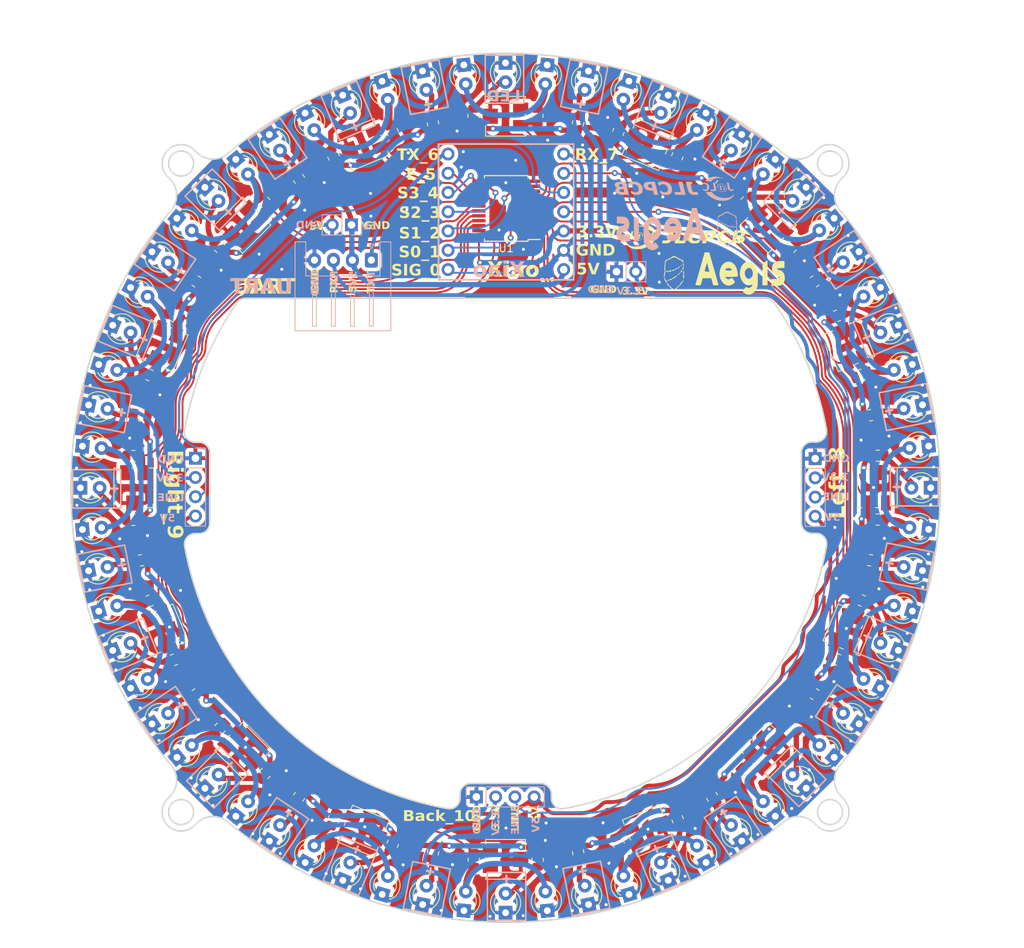
<source format=kicad_pcb>
(kicad_pcb (version 20221018) (generator pcbnew)
  (layers (0 "F.Cu" signal) (31 "B.Cu" signal) (34 "B.Paste" user) (35 "F.Paste" user) (36 "B.SilkS" user "B.Silkscreen") (37 "F.SilkS" user "F.Silkscreen") (38 "B.Mask" user) (39 "F.Mask" user) (44 "Edge.Cuts" user))
  (net 0 "")
  (net 1 "+5V")
  (net 2 "GND")
  (net 3 "Net-(D1-A)")
  (net 4 "Net-(D2-A)")
  (net 5 "Net-(D3-A)")
  (net 6 "Net-(D4-A)")
  (net 7 "Net-(D5-A)")
  (net 8 "Net-(D6-A)")
  (net 9 "Net-(D7-A)")
  (net 10 "Net-(D8-A)")
  (net 11 "Net-(D9-A)")
  (net 12 "Net-(D10-A)")
  (net 13 "Net-(D11-A)")
  (net 14 "Net-(D12-A)")
  (net 15 "Net-(D13-A)")
  (net 16 "Net-(D14-A)")
  (net 17 "Net-(D15-A)")
  (net 18 "Net-(D16-A)")
  (net 19 "Line_TX")
  (net 20 "Line_RX")
  (net 21 "+3.3V")
  (net 22 "Sensor_Back")
  (net 23 "Sensor_Right")
  (net 24 "Sensor_Left")
  (net 25 "Net-(Q1-E)")
  (net 26 "Net-(Q3-E)")
  (net 27 "Net-(Q5-E)")
  (net 28 "Net-(Q7-E)")
  (net 29 "Net-(Q10-E)")
  (net 30 "Net-(Q11-E)")
  (net 31 "Net-(Q13-E)")
  (net 32 "Net-(Q15-E)")
  (net 33 "Net-(Q17-E)")
  (net 34 "Net-(Q19-E)")
  (net 35 "Net-(Q21-E)")
  (net 36 "Net-(Q23-E)")
  (net 37 "Net-(Q25-E)")
  (net 38 "Net-(Q27-E)")
  (net 39 "Net-(Q29-E)")
  (net 40 "Net-(Q31-E)")
  (net 41 "1")
  (net 42 "2")
  (net 43 "3")
  (net 44 "4")
  (net 45 "5")
  (net 46 "6")
  (net 47 "7")
  (net 48 "8")
  (net 49 "9")
  (net 50 "10")
  (net 51 "11")
  (net 52 "12")
  (net 53 "13")
  (net 54 "14")
  (net 55 "15")
  (net 56 "16")
  (net 73 "Data_Line_sensor")
  (net 74 "S0")
  (net 75 "S1")
  (net 76 "S4")
  (net 77 "S3")
  (net 78 "E")
  (net 79 "Net-(D17-A)")
  (net 80 "Net-(D18-A)")
  (net 81 "Net-(D19-A)")
  (net 82 "Net-(D20-A)")
  (net 83 "Net-(D21-A)")
  (net 84 "Net-(D22-A)")
  (net 85 "Net-(D23-A)")
  (net 86 "Net-(D24-A)")
  (net 87 "Net-(D25-A)")
  (net 88 "Net-(D26-A)")
  (net 89 "Net-(D27-A)")
  (net 90 "Net-(D28-A)")
  (net 91 "Net-(D29-A)")
  (net 92 "Net-(D30-A)")
  (net 93 "Net-(D31-A)")
  (net 94 "Net-(D32-A)")
  (footprint "Resistor_SMD:R_0805_2012Metric" (layer "F.Cu") (at 172.41 45.27 90)
    (fp_text reference "R17" hide)
    (fp_text value "R")
  )
  (footprint "Potentiometer_SMD:Potentiometer_Vishay_TS53YJ_Vertical" (layer "F.Cu") (at 211.292211 128.975882 -135)
    (fp_text reference "RV7" hide)
    (fp_text value "R_Potentiometer_Trim_US")
  )
  (footprint "LED_THT:LED_D3.0mm_Clear" (layer "F.Cu") (at 198.08871 146.100036 112.5)
    (fp_text reference "D15" hide)
    (fp_text value "LED")
  )
  (footprint "Potentiometer_SMD:Potentiometer_Vishay_TS53YJ_Vertical" (layer "F.Cu") (at 131.362929 75.586481 67.5)
    (fp_text reference "RV14" hide)
    (fp_text value "R_Potentiometer_Trim_US")
  )
  (footprint "LED_THT:LED_D3.0mm_Clear" (layer "F.Cu") (at 232.403632 88.831719 -174.375)
    (fp_text reference "Q9" hide)
    (fp_text value "Q_Photo_NPN")
  )
  (footprint "Resistor_SMD:R_0805_2012Metric" (layer "F.Cu") (at 153.992808 138.045191 67.5)
    (fp_text reference "R10" hide)
    (fp_text value "R")
  )
  (footprint "LED_THT:LED_D3.0mm_Clear" (layer "F.Cu") (at 182.137478 150.097874 95.625)
    (fp_text reference "Q17" hide)
    (fp_text value "Q_Photo_NPN")
  )
  (footprint "Resistor_SMD:R_0805_2012Metric" (layer "F.Cu") (at 220.350948 116.976388 157.5)
    (fp_text reference "R6" hide)
    (fp_text value "R")
  )
  (footprint "Resistor_SMD:R_0805_2012Metric" (layer "F.Cu") (at 203.855156 53.584125 56.25)
    (fp_text reference "R20" hide)
    (fp_text value "R")
  )
  (footprint "LED_THT:LED_D3.0mm_Clear" (layer "F.Cu") (at 130.048803 125.470272 33.75)
    (fp_text reference "D22" hide)
    (fp_text value "LED")
  )
  (footprint "LED_THT:LED_D3.0mm_Clear" (layer "F.Cu") (at 232.405098 99.816837 174.375)
    (fp_text reference "Q10" hide)
    (fp_text value "Q_Photo_NPN")
  )
  (footprint "LED_THT:LED_D3.0mm_Clear" (layer "F.Cu") (at 133.325252 129.88682 39.375)
    (fp_text reference "Q22" hide)
    (fp_text value "Q_Photo_NPN")
  )
  (footprint "LED_THT:LED_D3.0mm_Clear" (layer "F.Cu") (at 198.074893 42.55768 -112.5)
    (fp_text reference "D3" hide)
    (fp_text value "LED")
  )
  (footprint "Potentiometer_SMD:Potentiometer_Vishay_TS53YJ_Vertical" (layer "F.Cu") (at 176.644953 143.33344 180)
    (fp_text reference "RV9" hide)
    (fp_text value "R_Potentiometer_Trim_US")
  )
  (footprint "Resistor_SMD:R_0805_2012Metric" (layer "F.Cu") (at 180.83 45.28 -90)
    (fp_text reference "R1" hide)
    (fp_text value "R")
  )
  (footprint "Resistor_SMD:R_0805_2012Metric" (layer "F.Cu") (at 149.419797 135.079315 -123.75)
    (fp_text reference "R36" hide)
    (fp_text value "R")
  )
  (footprint "Resistor_SMD:R_0805_2012Metric" (layer "F.Cu") (at 214.286842 62.611478 -135)
    (fp_text reference "R3" hide)
    (fp_text value "R")
  )
  (footprint "LED_THT:LED_D3.0mm_Clear" (layer "F.Cu") (at 124.863437 72.894306 -22.5)
    (fp_text reference "D27" hide)
    (fp_text value "LED")
  )
  (footprint "LED_THT:LED_D3.0mm_Clear" (layer "F.Cu") (at 228.411517 115.769135 157.5)
    (fp_text reference "D11" hide)
    (fp_text value "LED")
  )
  (footprint "Potentiometer_SMD:Potentiometer_Vishay_TS53YJ_Vertical" (layer "F.Cu") (at 141.993314 128.986455 135)
    (fp_text reference "RV11" hide)
    (fp_text value "R_Potentiometer_Trim_US")
  )
  (footprint "LED_THT:LED_D3.0mm_Clear" (layer "F.Cu") (at 207.763593 47.734736 -123.75)
    (fp_text reference "D4" hide)
    (fp_text value "LED")
  )
  (footprint "Resistor_SMD:R_0805_2012Metric" (layer "F.Cu") (at 167.08505 142.393345 -101.25)
    (fp_text reference "R34" hide)
    (fp_text value "R")
  )
  (footprint "LED_THT:LED_D3.0mm_Clear" (layer "F.Cu") (at 182.122595 38.564099 -95.625)
    (fp_text reference "Q2" hide)
    (fp_text value "Q_Photo_NPN")
  )
  (footprint "LED_THT:LED_D3.0mm_Clear" (layer "F.Cu") (at 171.137477 38.565565 -84.375)
    (fp_text reference "Q1" hide)
    (fp_text value "Q_Photo_NPN")
  )
  (footprint "Resistor_SMD:R_0805_2012Metric" (layer "F.Cu") (at 161.739582 47.40943 -67.5)
    (fp_text reference "R16" hide)
    (fp_text value "R")
  )
  (footprint "LED_THT:LED_D3.0mm_Clear" (layer "F.Cu") (at 121.676029 83.406834 -11.25)
    (fp_text reference "D26" hide)
    (fp_text value "LED")
  )
  (footprint "Potentiometer_SMD:Potentiometer_Vishay_TS53YJ_Vertical" (layer "F.Cu") (at 225.639196 94.324243 -90)
    (fp_text reference "RV5" hide)
    (fp_text value "R_Potentiometer_Trim_US")
  )
  (footprint "Potentiometer_SMD:Potentiometer_Vishay_TS53YJ_Vertical" (layer "F.Cu") (at 131.368651 113.090774 112.5)
    (fp_text reference "RV12" hide)
    (fp_text value "R_Potentiometer_Trim_US")
  )
  (footprint "Resistor_SMD:R_0805_2012Metric" (layer "F.Cu") (at 135.89819 121.561835 -146.25)
    (fp_text reference "R38" hide)
    (fp_text value "R")
  )
  (footprint "Resistor_SMD:R_0805_2012Metric" (layer "F.Cu") (at 220.346808 71.650935 22.5)
    (fp_text reference "R23" hide)
    (fp_text value "R")
  )
  (footprint "Resistor_SMD:R_0805_2012Metric" (layer "F.Cu") (at 203.867591 135.071006 -56.25)
    (fp_text reference "R30" hide)
    (fp_text value "R")
  )
  (footprint "LED_THT:LED_D3.0mm_Clear" (layer "F.Cu") (at 137.018821 133.960953 45)
    (fp_text reference "D21" hide)
    (fp_text value "LED")
  )
  (footprint "LED_THT:LED_D3.0mm_Clear" (layer "F.Cu") (at 127.221028 120.753843 28.125)
    (fp_text reference "Q23" hide)
    (fp_text value "Q_Photo_NPN")
  )
  (footprint "LED_THT:LED_D3.0mm_Clear" (layer "F.Cu") (at 127.213977 67.92279 -28.125)
    (fp_text reference "Q28" hide)
    (fp_text value "Q_Photo_NPN")
  )
  (footprint "LED_THT:LED_D3.0mm_Clear" (layer "F.Cu") (at 145.498925 47.743047 -56.25)
    (fp_text reference "D30" hide)
    (fp_text value "LED")
  )
  (footprint "Resistor_SMD:R_0805_2012Metric" (layer "F.Cu") (at 161.768045 141.27662 -112.5)
    (fp_text reference "R35" hide)
    (fp_text value "R")
  )
  (footprint "Resistor_SMD:R_0805_2012Metric" (layer "F.Cu") (at 191.53537 141.254011 112.5)
    (fp_text reference "R8" hide)
    (fp_text value "R")
  )
  (footprint "Resistor_SMD:R_0805_2012Metric" (layer "F.Cu") (at 225.689197 98.524244 180)
    (fp_text reference "R5" hide)
    (fp_text value "R")
  )
  (footprint "Resistor_SMD:R_0805_2012Metric" (layer "F.Cu") (at 217.376763 67.101607 33.75)
    (fp_text reference "R22" hide)
    (fp_text value "R")
  )
  (footprint "LED_THT:LED_D3.0mm_Clear" (layer "F.Cu") (at 228.405794 72.880487 -157.5)
    (fp_text reference "D7" hide)
    (fp_text value "LED")
  )
  (footprint "LED_THT:LED_D3.0mm_Clear" (layer "F.Cu") (at 226.060977 120.740651 151.875)
    (fp_text reference "Q12" hide)
    (fp_text value "Q_Photo_NPN")
  )
  (footprint "LED_THT:LED_D3.0mm_Clear" (layer "F.Cu") (at 223.234461 125.457835 146.25)
    (fp_text reference "D12" hide)
    (fp_text value "LED")
  )
  (footprint "LED_THT:LED_D3.0mm_Clear" (layer "F.Cu") (at 176.63 38.295 -90)
    (fp_text reference "D1" hide)
    (fp_text value "LED")
  )
  (footprint "LED_THT:LED_D3.0mm_Clear" (layer "F.Cu") (at 123.015851 110.605478 16.875)
    (fp_text reference "Q24" hide)
    (fp_text value "Q_Photo_NPN")
  )
  (footprint "LED_THT:LED_D3.0mm_Clear" (layer "F.Cu") (at 212.192576 137.643945 129.375)
    (fp_text reference "Q14" hide)
    (fp_text value "Q_Photo_NPN")
  )
  (footprint "Potentiometer_SMD:Potentiometer_Vishay_TS53YJ_Vertical" (layer "F.Cu") (at 176.63 45.33)
    (fp_text reference "RV1" hide)
    (fp_text value "R_Potentiometer_Trim_US")
  )
  (footprint "LED_THT:LED_D3.0mm_Clear" (layer "F.Cu") (at 141.09394 137.653435 50.625)
    (fp_text reference "Q21" hide)
    (fp_text value "Q_Photo_NPN")
  )
  (footprint "LED_THT:LED_D3.0mm_Clear" (layer "F.Cu") (at 150.228546 143.75522 61.875)
    (fp_text reference "Q20" hide)
    (fp_text value "Q_Photo_NPN")
  )
  (footprint "LED_THT:LED_D3.0mm_Clear" (layer "F.Cu") (at 216.266709 133.950376 135)
    (fp_text reference "D13" hide)
    (fp_text value "LED")
  )
  (footprint "LED_THT:LED_D3.0mm_Clear" (layer "F.Cu") (at 141.082378 51.019492 -50.625)
    (fp_text reference "Q30" hide)
    (fp_text value "Q_Photo_NPN")
  )
  (footprint "Potentiometer_SMD:Potentiometer_Vishay_TS53YJ_Vertical" (layer "F.Cu") (at 221.906301 75.572666 -67.5)
    (fp_text reference "RV4" hide)
    (fp_text value "R_Potentiometer_Trim_US")
  )
  (footprint "LED_THT:LED_D3.0mm_Clear" (layer "F.Cu") (at 219.949703 58.776621 -140.625)
    (fp_text reference "Q6" hide)
    (fp_text value "Q_Photo_NPN")
  )
  (footprint "LED_THT:LED_D3.0mm_Clear" (layer "F.Cu") (at 137.008244 54.713065 -45)
    (fp_text reference "D29" hide)
    (fp_text value "LED")
  )
  (footprint "Resistor_SMD:R_0805_2012Metric" (layer "F.Cu") (at 138.956329 62.62912 135)
    (fp_text reference "R45" hide)
    (fp_text value "R")
  )
  (footprint "Potentiometer_SMD:Potentiometer_Vishay_TS53YJ_Vertical" (layer "F.Cu") (at 211.281638 59.676985 -45)
    (fp_text reference "RV3" hide)
    (fp_text value "R_Potentiometer_Trim_US")
  )
  (footprint "Resistor_SMD:R_0805_2012Metric" (layer "F.Cu") (at 199.282144 50.618249 -112.5)
    (fp_text reference "R2" hide)
    (fp_text value "R")
  )
  (footprint "Resistor_SMD:R_0805_2012Metric" (layer "F.Cu") (at 186.204573 142.390427 -78.75)
    (fp_text reference "R32" hide)
    (fp_text value "R")
  )
  (footprint "LED_THT:LED_D3.0mm_Clear" (layer "F.Cu") (at 124.869161 115.782954 22.5)
    (fp_text reference "D23" hide)
    (fp_text value "LED")
  )
  (footprint "Potentiometer_SMD:Potentiometer_Vishay_TS53YJ_Vertical" (layer "F.Cu") (at 195.382715 49.057173 -22.5)
    (fp_text reference "RV2" hide)
    (fp_text value "R_Potentiometer_Trim_US")
  )
  (footprint "Package_SO:SSOP-24_5.3x8.2mm_P0.65mm" (layer "F.Cu") (at 176.73 57.49 180)
    (fp_text reference "U1")
    (fp_text value "CD74HC4067SM")
  )
  (footprint "Resistor_SMD:R_0805_2012Metric" (layer "F.Cu") (at 225.699194 90.104245)
    (fp_text reference "R25" hide)
    (fp_text value "R")
  )
  (footprint "LED_THT:LED_D3.0mm_Clear" (layer "F.Cu") (at 219.959191 129.875257 140.625)
    (fp_text reference "Q13" hide)
    (fp_text value "Q_Photo_NPN")
  )
  (footprint "LED_THT:LED_D3.0mm_Clear" (layer "F.Cu") (at 230.263445 110.591165 163.125)
    (fp_text reference "Q11" hide)
    (fp_text value "Q_Photo_NPN")
  )
  (footprint "LED_THT:LED_D3.0mm_Clear" (layer "F.Cu") (at 232.674197 94.324242 180)
    (fp_text reference "D9" hide)
    (fp_text value "LED")
  )
  (footprint "LED_THT:LED_D3.0mm_Clear" (layer "F.Cu") (at 230.259104 78.057963 -163.125)
    (fp_text reference "Q8" hide)
    (fp_text value "Q_Photo_NPN")
  )
  (footprint "LED_THT:LED_D3.0mm_Clear" (layer "F.Cu") (at 176.644955 150.368439 90)
    (fp_text reference "D17" hide)
    (fp_text value "LED")
  )
  (footprint "LED_THT:LED_D3.0mm_Clear" (layer "F.Cu") (at 130.040492 63.205606 -33.75)
    (fp_text reference "D28" hide)
    (fp_text value "LED")
  )
  (footprint "Potentiometer_SMD:Potentiometer_Vishay_TS53YJ_Vertical" (layer "F.Cu") (at 195.461603 139.563637 -157.5)
    (fp_text reference "RV8" hide)
    (fp_text value "R_Potentiometer_Trim_US")
  )
  (footprint "LED_THT:LED_D3.0mm_Clear" (layer "F.Cu") (at 203.059599 143.748169 118.125)
    (fp_text reference "Q15" hide)
    (fp_text value "Q_Photo_NPN")
  )
  (footprint "Resistor_SMD:R_0805_2012Metric" (layer "F.Cu") (at 128.575851 84.779294 168.75)
    (fp_text reference "R42" hide)
    (fp_text value "R")
  )
  (footprint "Resistor_SMD:R_0805_2012Metric" (layer "F.Cu") (at 127.575759 98.559192 180)
    (fp_text reference "R41" hide)
    (fp_text value "R")
  )
  (footprint "Resistor_SMD:R_0805_2012Metric" (layer "F.Cu") (at 199.318259 138.041052 -67.5)
    (fp_text reference "R31" hide)
    (fp_text value "R")
  )
  (footprint "Resistor_SMD:R_0805_2012Metric" (layer "F.Cu") (at 223.559767 79.433826 -157.5)
    (fp_text reference "R4" hide)
    (fp_text value "R")
  )
  (footprint "LED_THT:LED_D3.0mm_Clear" (layer "F.Cu") (at 133.315762 58.788184 -39.375)
    (fp_text reference "Q29" hide)
    (fp_text value "Q_Photo_NPN")
  )
  (footprint "Resistor_SMD:R_0805_2012Metric" (layer "F.Cu") (at 135.889881 67.114041 146.25)
    (fp_text reference "R44" hide)
    (fp_text value "R")
  )
  (footprint "LED_THT:LED_D3.0mm_Clear" (layer "F.Cu") (at 231.598926 105.256607 168.75)
    (fp_text reference "D10" hide)
    (fp_text value "LED")
  )
  (footprint "Potentiometer_SMD:Potentiometer_Vishay_TS53YJ_Vertical" (layer "F.Cu") (at 157.878422 49.062895 22.5)
    (fp_text reference "RV16" hide)
    (fp_text value "R_Potentiometer_Trim_US")
  )
  (footprint "LED_THT:LED_D3.0mm_Clear" (layer "F.Cu") (at 150.215356 44.915269 -61.875)
    (fp_text reference "Q31" hide)
    (fp_text value "Q_Photo_NPN")
  )
  (footprint "LED_THT:LED_D3.0mm_Clear" (layer "F.Cu") (at 226.053927 67.909598 -151.875)
    (fp_text reference "Q7" hide)
    (fp_text value "Q_Photo_NPN")
  )
  (footprint "LED_THT:LED_D3.0mm_Clear" (layer "F.Cu") (at 187.562365 39.370271 -101.25)
    (fp_text reference "D2" hide)
    (fp_text value "LED")
  )
  (footprint "Resistor_SMD:R_0805_2012Metric" (layer "F.Cu") (at 186.189905 46.270096 78.75)
    (fp_text reference "R18" hide)
    (fp_text value "R")
  )
  (footprint "LED_THT:LED_D3.0mm_Clear" (layer "F.Cu") (at 216.256134 54.702488 -135)
    (fp_text reference "D5" hide)
    (fp_text value "LED")
  )
  (footprint "Potentiometer_SMD:Potentiometer_Vishay_TS53YJ_Vertical" (layer "F.Cu") (at 127.635756 94.339197 90)
    (fp_text reference "RV13" hide)
    (fp_text value "R_Potentiometer_Trim_US")
  )
  (footprint "LED_THT:LED_D3.0mm_Clear" (layer "F.Cu") (at 171.15236 150.09934 84.375)
    (fp_text reference "Q18" hide)
    (fp_text value "Q_Photo_NPN")
  )
  (footprint "Resistor_SMD:R_0805_2012Metric" (layer "F.Cu") (at 172.444952 143.38344 90)
    (fp_text reference "R9" hide)
    (fp_text value "R")
  )
  (footprint "Resistor_SMD:R_0805_2012Metric" (layer "F.Cu") (at 132.924005 71.687052 -22.5)
    (fp_text reference "R14" hide)
    (fp_text value "R")
  )
  (footprint "Resistor_SMD:R_0805_2012Metric" (layer "F.Cu") (at 223.582377 109.201149 -22.5)
    (fp_text reference "R27" hide)
    (fp_text value "R")
  )
  (footprint "Resistor_SMD:R_0805_2012Metric" (layer "F.Cu") (at 224.6991 103.88415 -11.25)
    (fp_text reference "R26" hide)
    (fp_text value "R")
  )
  (footprint "LED_THT:LED_D3.0mm_Clear" (layer "F.Cu") (at 165.71259 149.293168 78.75)
    (fp_text reference "D18" hide)
    (fp_text value "LED")
  )
  (footprint "LED_THT:LED_D3.0mm_Clear" (layer "F.Cu") (at 155.186243 42.563405 -67.5)
    (fp_text reference "D31" hide)
    (fp_text value "LED")
  )
  (footprint "LED_THT:LED_D3.0mm_Clear" (layer "F.Cu") (at 121.678947 105.271277 11.25)
    (fp_text reference "D24" hide)
    (fp_text value "LED")
  )
  (footprint "JLCPCB:JLCPCB" (layer "F.Cu") (at 200.29 61.33)
    (fp_text reference "G***" hide)
    (fp_text value "LOGO" hide)
  )
  (footprint "LED_THT:LED_D3.0mm_Clear" (layer "F.Cu") (at 192.896923 40.705752 -106.875)
    (fp_text reference "Q3" hide)
    (fp_text value "Q_Photo_NPN")
  )
  (footprint "LED_THT:LED_D3.0mm_Clear" (layer "F.Cu") (at 155.200062 146.10576 67.5)
    (fp_text reference "D19" hide)
    (fp_text value "LED")
  )
  (footprint "Resistor_SMD:R_0805_2012Metric" (layer "F.Cu") (at 129.715186 109.229614 22.5)
    (fp_text reference "R12" hide)
    (fp_text value "R")
  )
  (footprint "LED_THT:LED_D3.0mm_Clear" (layer "F.Cu") (at 120.600758 94.339199)
    (fp_text reference "D25" hide)
    (fp_text value "LED")
  )
  (footprint "LED_THT:LED_D3.0mm_Clear" (layer "F.Cu") (at 160.363722 40.710093 -73.125)
    (fp_text reference "Q32" hide)
    (fp_text value "Q_Photo_NPN")
  )
  (footprint "Resistor_SMD:R_0805_2012Metric" (layer "F.Cu") (at 208.357719 131.981087 135)
    (fp_text reference "R7" hide)
    (fp_text value "R")
  )
  (footprint "LED_THT:LED_D3.0mm_Clear" (layer "F.Cu") (at 160.378032 147.957688 73.125)
    (fp_text reference "Q19" hide)
    (fp_text value "Q_Photo_NPN")
  )
  (footprint "Potentiometer_SMD:Potentiometer_Vishay_TS53YJ_Vertical" (layer "F.Cu") (at 221.912023 113.076959 -112.5)
    (fp_text reference "RV6" hide)
    (fp_text value "R_Potentiometer_Trim_US")
  )
  (footprint "Resistor_SMD:R_0805_2012Metric" (layer "F.Cu") (at 224.696183 84.764625 11.25)
    (fp_text reference "R24" hide)
    (fp_text value "R")
  )
  (footprint "Resistor_SMD:R_0805_2012Metric" (layer "F.Cu") (at 153.956695 50.622386 112.5)
    (fp_text reference "R47" hide)
    (fp_text value "R")
  )
  (footprint "LED_THT:LED_D3.0mm_Clear" (layer "F.Cu") (at 203.046409 44.90822 -118.125)
    (fp_text reference "Q4" hide)
    (fp_text value "Q_Photo_NPN")
  )
  (footprint "Resistor_SMD:R_0805_2012Metric" (layer "F.Cu") (at 208.340074 56.650568 45)
    (fp_text reference "R21" hide)
    (fp_text value "R")
  )
  (footprint "Resistor_SMD:R_0805_2012Metric" (layer "F.Cu") (at 129.692576 79.462288 157.5)
    (fp_text reference "R43" hide)
    (fp_text value "R")
  )
  (footprint "LED_THT:LED_D3.0mm_Clear" (layer "F.Cu") (at 192.911234 147.953346 106.875)
    (fp_text reference "Q16" hide)
    (fp_text value "Q_Photo_NPN")
  )
  (footprint "LED_THT:LED_D3.0mm_Clear" (layer "F.Cu") (at 207.776028 140.920394 123.75)
    (fp_text reference "D14" hide)
    (fp_text value "LED")
  )
  (footprint "Resistor_SMD:R_0805_2012Metric" (layer "F.Cu") (at 132.928143 117.012501 -157.5)
    (fp_text reference "R39" hide)
    (fp_text value "R")
  )
  (footprint "Resistor_SMD:R_0805_2012Metric" (layer "F.Cu") (at 144.917234 56.682354 -45)
    (fp_text reference "R15" hide)
    (fp_text value "R")
  )
  (footprint "LED_THT:LED_D3.0mm_Clear" (layer "F.Cu") (at 123.011509 78.072276 -16.875)
    (fp_text reference "Q27" hide)
    (fp_text value "Q_Photo_NPN")
  )
  (footprint "LED_THT:LED_D3.0mm_Clear" (layer "F.Cu") (at 223.226152 63.193169 -146.25)
    (fp_text reference "D6" hide)
    (fp_text value "LED")
  )
  (footprint "Potentiometer_SMD:Potentiometer_Vishay_TS53YJ_Vertical" (layer "F.Cu") (at 141.982741 59.687558 45)
    (fp_text reference "RV15" hide)
    (fp_text value "R_Potentiometer_Trim_US")
  )
  (footprint "LED_THT:LED_D3.0mm_Clear" (layer "F.Cu") (at 120.869857 88.846604 -5.625)
    (fp_text reference "Q26" hide)
    (fp_text value "Q_Photo_NPN")
  )
  (footprint "Potentiometer_SMD:Potentiometer_Vishay_TS53YJ_Vertical" (layer "F.Cu") (at 157.892237 139.606267 157.5)
    (fp_text reference "RV10" hide)
    (fp_text value "R_Potentiometer_Trim_US")
  )
  (footprint "Resistor_SMD:R_0805_2012Metric" (layer "F.Cu") (at 191.515858 47.382492 67.5)
    (fp_text reference "R19" hide)
    (fp_text value "R")
  )
  (footprint "Aegis:ver4" (layer "F.Cu") (at 205.13 65.89)
    (fp_text reference "G***" hide)
    (fp_text value "LOGO" hide)
  )
  (footprint "Resistor_SMD:R_0805_2012Metric" (layer "F.Cu") (at 127.585756 90.139196)
    (fp_text reference "R13" hide)
    (fp_text value "R")
  )
  (footprint "Resistor_SMD:R_0805_2012Metric" (layer "F.Cu") (at 180.864949 143.393437 -90)
    (fp_text reference "R33" hide)
    (fp_text value "R")
  )
  (footprint "Resistor_SMD:R_0805_2012Metric" (layer "F.Cu") (at 128.578769 103.898817 -168.75)
    (fp_text reference "R40" hide)
    (fp_text value "R")
  )
  (footprint "LED_THT:LED_D3.0mm_Clear" (layer "F.Cu") (at 212.181015 51.010006 -129.375)
    (fp_text reference "Q5" hide)
    (fp_text value "Q_Photo_NPN")
  )
  (footprint "Resistor_SMD:R_0805_2012Metric" (layer "F.Cu") (at 138.98811 126.051962 45)
    (fp_text reference "R11" hide)
    (fp_text value "R")
  )
  (footprint "Resistor_SMD:R_0805_2012Metric" (layer "F.Cu") (at 217.385071 121.549399 -33.75)
    (fp_text reference "R28" hide)
    (fp_text value "R")
  )
  (footprint "LED_THT:LED_D3.0mm_Clear" (layer "F.Cu") (at 120.871323 99.831722 5.625)
    (fp_text reference "Q25" hide)
    (fp_text value "Q_Photo_NPN")
  )
  (footprint "LED_THT:LED_D3.0mm_Clear" (layer "F.Cu") (at 145.511362 140.928705 56.25)
    (fp_text reference "D20" hide)
    (fp_text value "LED")
  )
  (footprint "LED_THT:LED_D3.0mm_Clear" (layer "F.Cu") (at 187.577033 149.29025 101.25)
    (fp_text reference "D16" hide)
    (fp_text value "LED")
  )
  (footprint "Resistor_SMD:R_0805_2012Metric" (layer "F.Cu") (at 144.934877 132.012867 -135)
    (fp_text reference "R37" hide)
    (fp_text value "R")
  )
  (footprint "LED_THT:LED_D3.0mm_Clear" (layer "F.Cu") (at 165.69792 39.373191 -78.75)
    (fp_text reference "D32" hide)
    (fp_text value "LED")
  )
  (footprint "LED_THT:LED_D3.0mm_Clear" (layer "F.Cu") (at 231.596008 83.392164 -168.75)
    (fp_text reference "D8" hide)
    (fp_text value "LED")
  )
  (footprint "Resistor_SMD:R_0805_2012Metric" (layer "F.Cu") (at 214.318625 126.034317 -45)
    (fp_text reference "R29" hide)
    (fp_text value "R")
  )
  (footprint "Resistor_SMD:R_0805_2012Metric" (layer "F.Cu") (at 167.070379 46.273013 101.25)
    (fp_text reference "R48" hide)
    (fp_text value "R")
  )
  (footprint "Resistor_SMD:R_0805_2012Metric" (layer "F.Cu") (at 149.407361 53.592434 123.75)
    (fp_text reference "R46" hide)
    (fp_text value "R")
  )
  (footprint "Aegis:ver4" (layer "B.Cu") (at 199.584609 60.025461 180)
    (fp_text reference "G***" hide)
    (fp_text value "LOGO" hide)
  )
  (footprint "Connector_PinHeader_2.54mm:PinHeader_1x04_P2.54mm_Vertical" (layer "B.Cu") (at 217.45 90.48 180)
    (fp_text reference "J4" hide)
    (fp_text value "Conn_01x04_Socket")
  )
  (footprint "Connector_PinHeader_2.54mm:PinHeader_1x02_P2.54mm_Vertical" (layer "B.Cu") (at 191.26 65.83 -90)
    (fp_text reference "C2" hide)
    (fp_text value "C")
  )
  (footprint "Connector_PinHeader_2.54mm:PinHeader_1x02_P2.54mm_Vertical" (layer "B.Cu") (at 156.33 59.66 90)
    (fp_text reference "C1" hide)
    (fp_text value "C")
  )
  (footprint "JLCPCB:JLCPCB" (layer "B.Cu") (at 198.995834 54.931167 180)
    (fp_text reference "G***" hide)
    (fp_text value "LOGO" hide)
  )
  (footprint "Connector_PinHeader_2.54mm:PinHeader_1x04_P2.54mm_Vertical" (layer "B.Cu") (at 135.76 90.43 180)
    (fp_text reference "J3" hide)
    (fp_text value "Conn_01x04_Socket")
  )
  (footprint "Seeeduino_Xiao:seeeduinoXIAO" (layer "B.Cu") (at 176.68 57.93 180)
    (fp_text reference "U2" hide)
    (fp_text value "Seeeduino_Xiao" hide)
  )
  (footprint "Connector_JST:JST_XH_S4B-XH-A_1x04_P2.50mm_Horizontal" (layer "B.Cu") (at 158.95 64.31 180)
    (fp_text reference "J1" hide)
    (fp_text value "Conn_01x04_Socket")
  )
  (footprint "Connector_PinHeader_2.54mm:PinHeader_1x04_P2.54mm_Vertical" (layer "B.Cu") (at 172.79 135.1 -90)
    (fp_text reference "J2" hide)
    (fp_text value "Conn_01x04_Socket")
  )
  (gr_poly (pts (xy 168.131316 150.819365) (xy 163.158734 149.830257) (xy 164.395605 143.61208) (xy 169.368188 144.601186)) (stroke (width 0.2)) (fill none) (layer "B.SilkS"))
  (gr_poly (pts (xy 233.699196 91.654244) (xy 233.699196 96.724244) (xy 227.359198 96.724247) (xy 227.359196 91.654244)) (stroke (width 0.2)) (fill none) (layer "B.SilkS"))
  (gr_poly (pts (xy 152.327236 42.638191) (xy 157.011305 40.697986) (xy 159.437518 46.555381) (xy 154.753449 48.495587)) (stroke (width 0.2)) (fill none) (layer "B.SilkS"))
  (gr_poly (pts (xy 119.575756 97.009196) (xy 119.575756 91.939196) (xy 125.915754 91.939195) (xy 125.915756 97.009196)) (stroke (width 0.2)) (fill none) (layer "B.SilkS"))
  (gr_poly (pts (xy 228.331005 70.02148) (xy 230.27121 74.705549) (xy 224.413817 77.131764) (xy 222.473609 72.447693)) (stroke (width 0.2)) (fill none) (layer "B.SilkS"))
  (gr_poly (pts (xy 215.092943 52.089729) (xy 218.677975 55.674761) (xy 214.194921 60.157819) (xy 210.609887 56.572786)) (stroke (width 0.2)) (fill none) (layer "B.SilkS"))
  (gr_poly (pts (xy 206.113028 45.399108) (xy 210.32858 48.215849) (xy 206.806268 53.487367) (xy 202.590714 50.670625)) (stroke (width 0.2)) (fill none) (layer "B.SilkS"))
  (gr_poly (pts (xy 200.947716 146.025249) (xy 196.263647 147.965454) (xy 193.837433 142.108061) (xy 198.521503 140.167853)) (stroke (width 0.2)) (fill none) (layer "B.SilkS"))
  (gr_poly (pts (xy 190.395694 149.774665) (xy 185.423113 150.763773) (xy 184.186239 144.545597) (xy 189.158822 143.556487)) (stroke (width 0.2)) (fill none) (layer "B.SilkS"))
  (gr_poly (pts (xy 120.149831 85.82556) (xy 121.138939 80.852978) (xy 127.357116 82.08985) (xy 126.36801 87.062432)) (stroke (width 0.2)) (fill none) (layer "B.SilkS"))
  (gr_poly (pts (xy 233.125121 102.83788) (xy 232.136013 107.810462) (xy 225.917836 106.573592) (xy 226.906942 101.601008)) (stroke (width 0.2)) (fill none) (layer "B.SilkS"))
  (gr_poly (pts (xy 210.565509 140.28928) (xy 206.349958 143.106021) (xy 202.827642 137.834507) (xy 207.043194 135.017763)) (stroke (width 0.2)) (fill none) (layer "B.SilkS"))
  (gr_poly (pts (xy 222.595036 60.403687) (xy 225.411777 64.619238) (xy 220.140263 68.141555) (xy 217.323519 63.926002)) (stroke (width 0.2)) (fill none) (layer "B.SilkS"))
  (gr_poly (pts (xy 138.182009 136.573711) (xy 134.596977 132.988679) (xy 139.080031 128.505623) (xy 142.665065 132.090654)) (stroke (width 0.2)) (fill none) (layer "B.SilkS"))
  (gr_poly (pts (xy 157.274567 148.074501) (xy 152.590497 146.134296) (xy 155.016708 140.276901) (xy 159.700779 142.217105)) (stroke (width 0.2)) (fill none) (layer "B.SilkS"))
  (gr_poly (pts (xy 147.161924 143.264332) (xy 142.946372 140.447591) (xy 146.468685 135.176075) (xy 150.684238 137.992815)) (stroke (width 0.2)) (fill none) (layer "B.SilkS"))
  (gr_poly (pts (xy 179.314952 151.39344) (xy 174.244952 151.39344) (xy 174.24495 145.053442) (xy 179.314952 145.05344)) (stroke (width 0.2)) (fill none) (layer "B.SilkS"))
  (gr_poly (pts (xy 185.143636 37.844075) (xy 190.116218 38.833183) (xy 188.879348 45.051361) (xy 183.906764 44.062254)) (stroke (width 0.2)) (fill none) (layer "B.SilkS"))
  (gr_poly (pts (xy 225.570088 123.807272) (xy 222.753347 128.022824) (xy 217.48183 124.500512) (xy 220.298571 120.284958)) (stroke (width 0.2)) (fill none) (layer "B.SilkS"))
  (gr_poly (pts (xy 230.380257 113.694629) (xy 228.440052 118.378699) (xy 222.582657 115.952489) (xy 224.522861 111.268417)) (stroke (width 0.2)) (fill none) (layer "B.SilkS"))
  (gr_rect (start 173.96 37.27) (end 179.03 43.61) (stroke (width 0.2)) (fill none) (layer "B.SilkS"))
  (gr_rect (start 167.805 49) (end 185.62 66.9) (stroke (width 0.2)) (fill none) (layer "B.SilkS"))
  (gr_poly (pts (xy 196.000385 40.588939) (xy 200.684455 42.529144) (xy 198.258245 48.38654) (xy 193.574173 46.446335)) (stroke (width 0.2)) (fill none) (layer "B.SilkS"))
  (gr_poly (pts (xy 130.679916 128.259753) (xy 127.863175 124.044202) (xy 133.134689 120.521887) (xy 135.951433 124.737438)) (stroke (width 0.2)) (fill none) (layer "B.SilkS"))
  (gr_poly (pts (xy 127.704864 64.856168) (xy 130.521605 60.640616) (xy 135.793121 64.16293) (xy 132.976381 68.378482)) (stroke (width 0.2)) (fill none) (layer "B.SilkS"))
  (gr_poly (pts (xy 218.879467 132.787187) (xy 215.294435 136.372219) (xy 210.811378 131.889165) (xy 214.39641 128.304131)) (stroke (width 0.2)) (fill none) (layer "B.SilkS"))
  (gr_poly (pts (xy 121.194531 108.089938) (xy 120.205423 103.117357) (xy 126.423599 101.880484) (xy 127.412709 106.853066)) (stroke (width 0.2)) (fill none) (layer "B.SilkS"))
  (gr_poly (pts (xy 122.894695 74.968811) (xy 124.8349 70.284741) (xy 130.692295 72.710953) (xy 128.752091 77.395023)) (stroke (width 0.2)) (fill none) (layer "B.SilkS"))
  (gr_poly (pts (xy 124.943947 118.64196) (xy 123.003742 113.957891) (xy 128.861135 111.531678) (xy 130.801343 116.215747)) (stroke (width 0.2)) (fill none) (layer "B.SilkS"))
  (gr_poly (pts (xy 134.395485 55.876253) (xy 137.980517 52.291221) (xy 142.463573 56.774277) (xy 138.878542 60.359309)) (stroke (width 0.2)) (fill none) (layer "B.SilkS"))
  (gr_poly (pts (xy 162.879258 38.888775) (xy 167.851839 37.899667) (xy 169.088712 44.117845) (xy 164.11613 45.106953)) (stroke (width 0.2)) (fill none) (layer "B.SilkS"))
  (gr_poly (pts (xy 142.709443 48.37416) (xy 146.924994 45.557419) (xy 150.447309 50.828935) (xy 146.231758 53.645677)) (stroke (width 0.2)) (fill none) (layer "B.SilkS"))
  (gr_poly (pts (xy 232.080421 80.573502) (xy 233.069529 85.546083) (xy 226.851353 86.782958) (xy 225.862243 81.810374)) (stroke (width 0.2)) (fill none) (layer "B.SilkS"))
  (gr_rect (start 167.805 49) (end 185.62 66.9) (stroke (width 0.2)) (fill none) (layer "F.SilkS"))
  (gr_arc (start 218.947656 86.647123) (mid 218.644967 87.794461) (end 217.570193 88.297319) (stroke (width 0.2)) (layer "Edge.Cuts"))
  (gr_arc (start 220.868463 135.024758) (mid 219.992911 133.040397) (end 220.683818 130.984447) (stroke (width 0.2)) (layer "Edge.Cuts"))
  (gr_arc (start 221.173476 135.329771) (mid 221.162142 138.876567) (end 217.615491 138.842565) (stroke (width 0.2)) (layer "Edge.Cuts"))
  (gr_arc (start 213.296328 138.37256) (mid 176.642304 151.63172) (end 139.987163 138.375648) (stroke (width 0.2)) (layer "Edge.Cuts"))
  (gr_arc (start 139.983452 50.29088) (mid 176.637476 37.03172) (end 213.292617 50.287792) (stroke (width 0.2)) (layer "Edge.Cuts"))
  (gr_arc (start 135.946852 138.560293) (mid 137.931217 137.684731) (end 139.987163 138.375648) (stroke (width 0.2)) (layer "Edge.Cuts"))
  (gr_arc (start 141.229135 69.937489) (mid 141.730858 69.492363) (end 142.382044 69.33172) (stroke (width 0.2)) (layer "Edge.Cuts"))
  (gr_line (start 217.570193 88.297319) (end 217.039891 88.297319) (stroke (width 0.2)) (layer "Edge.Cuts"))
  (gr_circle (center 219.405708 51.565901) (end 217.755708 51.565901) (stroke (width 0.2)) (fill none) (layer "Edge.Cuts"))
  (gr_arc (start 217.039891 100.33172) (mid 216.049941 99.92167) (end 215.639891 98.93172) (stroke (width 0.2)) (layer "Edge.Cuts"))
  (gr_arc (start 132.59905 130.988158) (mid 133.289188 133.063325) (end 132.38728 135.055605) (stroke (width 0.2)) (layer "Edge.Cuts"))
  (gr_arc (start 217.332928 50.103147) (mid 215.348567 50.978699) (end 213.292617 50.287792) (stroke (width 0.2)) (layer "Edge.Cuts"))
  (gr_line (start 215.639891 89.697319) (end 215.639891 98.93172) (stroke (width 0.2)) (layer "Edge.Cuts"))
  (gr_arc (start 184.324487 136.639486) (mid 183.177149 136.336797) (end 182.674291 135.262023) (stroke (width 0.2)) (layer "Edge.Cuts"))
  (gr_line (start 181.274291 133.331721) (end 172.03989 133.331721) (stroke (width 0.2)) (layer "Edge.Cuts"))
  (gr_arc (start 213.296328 138.37256) (mid 215.371496 137.682421) (end 217.363775 138.58433) (stroke (width 0.2)) (layer "Edge.Cuts"))
  (gr_arc (start 134.332124 102.016317) (mid 134.634813 100.868977) (end 135.709587 100.366121) (stroke (width 0.2)) (layer "Edge.Cuts"))
  (gr_line (start 217.039891 100.33172) (end 217.576427 100.33172) (stroke (width 0.2)) (layer "Edge.Cuts"))
  (gr_line (start 137.639889 98.966121) (end 137.639889 89.73172) (stroke (width 0.2)) (layer "Edge.Cuts"))
  (gr_arc (start 135.641839 138.865306) (mid 132.095041 138.853973) (end 132.129045 135.307321) (stroke (width 0.2)) (layer "Edge.Cuts"))
  (gr_line (start 217.363775 138.58433) (end 217.615491 138.842565) (stroke (width 0.2)) (layer "Edge.Cuts"))
  (gr_line (start 136.239889 88.33172) (end 135.703353 88.33172) (stroke (width 0.2)) (layer "Edge.Cuts"))
  (gr_arc (start 136.239889 88.33172) (mid 137.229839 88.74177) (end 137.639889 89.73172) (stroke (width 0.2)) (layer "Edge.Cuts"))
  (gr_arc (start 137.639889 98.966121) (mid 137.229838 99.956069) (end 136.239889 100.366121) (stroke (width 0.2)) (layer "Edge.Cuts"))
  (gr_line (start 135.916005 50.07911) (end 135.664289 49.820875) (stroke (width 0.2)) (layer "Edge.Cuts"))
  (gr_arc (start 170.63989 134.731721) (mid 171.04994 133.741771) (end 172.03989 133.331721) (stroke (width 0.2)) (layer "Edge.Cuts"))
  (gr_circle (center 133.874072 137.097539) (end 132.224072 137.097539) (stroke (width 0.2)) (fill none) (layer "Edge.Cuts"))
  (gr_arc (start 181.274291 133.331721) (mid 182.26424 133.741772) (end 182.674291 134.731721) (stroke (width 0.2)) (layer "Edge.Cuts"))
  (gr_arc (start 212.050645 69.937489) (mid 216.387155 77.925776) (end 218.947656 86.647123) (stroke (width 0.2)) (layer "Edge.Cuts"))
  (gr_line (start 142.382044 69.33172) (end 210.897736 69.33172) (stroke (width 0.2)) (layer "Edge.Cuts"))
  (gr_arc (start 170.63989 135.268257) (mid 170.137471 136.342626) (end 168.990851 136.645929) (stroke (width 0.2)) (layer "Edge.Cuts"))
  (gr_arc (start 135.703353 88.33172) (mid 134.628984 87.829301) (end 134.325681 86.682681) (stroke (width 0.2)) (layer "Edge.Cuts"))
  (gr_line (start 132.38728 135.055605) (end 132.129045 135.307321) (stroke (width 0.2)) (layer "Edge.Cuts"))
  (gr_line (start 220.8925 53.607835) (end 221.150735 53.356119) (stroke (width 0.2)) (layer "Edge.Cuts"))
  (gr_arc (start 168.990851 136.645929) (mid 146.247077 124.750086) (end 134.332124 102.016317) (stroke (width 0.2)) (layer "Edge.Cuts"))
  (gr_line (start 135.709587 100.366121) (end 136.239889 100.366121) (stroke (width 0.2)) (layer "Edge.Cuts"))
  (gr_arc (start 210.897736 69.33172) (mid 211.548919 69.49238) (end 212.050645 69.937489) (stroke (width 0.2)) (layer "Edge.Cuts"))
  (gr_circle (center 219.405709 137.097538) (end 217.755709 137.097538) (stroke (width 0.2)) (fill none) (layer "Edge.Cuts"))
  (gr_arc (start 215.639891 89.697319) (mid 216.049942 88.70737) (end 217.039891 88.297319) (stroke (width 0.2)) (layer "Edge.Cuts"))
  (gr_line (start 170.63989 134.731721) (end 170.63989 135.268257) (stroke (width 0.2)) (layer "Edge.Cuts"))
  (gr_line (start 221.173476 135.329771) (end 220.868463 135.024758) (stroke (width 0.2)) (layer "Edge.Cuts"))
  (gr_circle (center 133.874071 51.565902) (end 132.224071 51.565902) (stroke (width 0.2)) (fill none) (layer "Edge.Cuts"))
  (gr_arc (start 132.106304 53.333669) (mid 132.117657 49.786891) (end 135.664289 49.820875) (stroke (width 0.2)) (layer "Edge.Cuts"))
  (gr_arc (start 220.68073 57.675282) (mid 233.93989 94.329306) (end 220.683818 130.984447) (stroke (width 0.2)) (layer "Edge.Cuts"))
  (gr_arc (start 218.954099 101.980759) (mid 207.058256 124.724533) (end 184.324487 136.639486) (stroke (width 0.2)) (layer "Edge.Cuts"))
  (gr_arc (start 217.576427 100.33172) (mid 218.650823 100.834127) (end 218.954099 101.980759) (stroke (width 0.2)) (layer "Edge.Cuts"))
  (gr_line (start 132.106304 53.333669) (end 132.411317 53.638682) (stroke (width 0.2)) (layer "Edge.Cuts"))
  (gr_line (start 182.674291 135.262023) (end 182.674291 134.731721) (stroke (width 0.2)) (layer "Edge.Cuts"))
  (gr_arc (start 134.325681 86.682681) (mid 136.885735 77.94248) (end 141.229135 69.937489) (stroke (width 0.2)) (layer "Edge.Cuts"))
  (gr_arc (start 139.983452 50.29088) (mid 137.908291 50.981013) (end 135.916005 50.07911) (stroke (width 0.2)) (layer "Edge.Cuts"))
  (gr_line (start 135.641839 138.865306) (end 135.946852 138.560293) (stroke (width 0.2)) (layer "Edge.Cuts"))
  (gr_line (start 217.637941 49.798134) (end 217.332928 50.103147) (stroke (width 0.2)) (layer "Edge.Cuts"))
  (gr_arc (start 217.637941 49.798134) (mid 221.184737 49.809468) (end 221.150735 53.356119) (stroke (width 0.2)) (layer "Edge.Cuts"))
  (gr_arc (start 132.59905 130.988158) (mid 119.33989 94.334134) (end 132.595962 57.678993) (stroke (width 0.2)) (layer "Edge.Cuts"))
  (gr_arc (start 220.68073 57.675282) (mid 219.990591 55.600114) (end 220.8925 53.607835) (stroke (width 0.2)) (layer "Edge.Cuts"))
  (gr_arc (start 132.411317 53.638682) (mid 133.286868 55.623043) (end 132.595962 57.678993) (stroke (width 0.2)) (layer "Edge.Cuts"))
  (gr_text "＋" (at 186.053936 146.117999 11.25) (layer "B.SilkS") (effects (font (size 1.5 1.5) (thickness 0.3) bold) (justify left bottom)))
  (gr_text "5V" (at 181.252 137.74 90) (layer "B.SilkS") (effects (font (size 1 1) (thickness 0.2) bold) (justify left bottom mirror)))
  (gr_text "TX" (at 159.562 65.64 90) (layer "B.SilkS") (effects (font (size 1 1) (thickness 0.2) bold) (justify left bottom mirror)))
  (gr_text "＋" (at 197.573538 46.040696 157.5) (layer "B.SilkS") (effects (font (size 1.5 1.5) (thickness 0.3) bold) (justify left bottom)))
  (gr_text "＋" (at 167.224954 42.54344 -168.75) (layer "B.SilkS") (effects (font (size 1.5 1.5) (thickness 0.3) bold) (justify left bottom)))
  (gr_text "GND" (at 152.47 60.31) (layer "B.SilkS") (effects (font (size 1 1) (thickness 0.25) bold) (justify left bottom mirror)))
  (gr_text "＋" (at 165.528688 145.778325 -11.25) (layer "B.SilkS") (effects (font (size 1.5 1.5) (thickness 0.3) bold) (justify left bottom)))
  (gr_text "LINE" (at 178.552 136.53 90) (layer "B.SilkS") (effects (font (size 1 1) (thickness 0.2) bold) (justify left bottom mirror)))
  (gr_text "＋" (at 125.187904 83.214516 -101.25) (layer "B.SilkS") (effects (font (size 1.5 1.5) (thickness 0.3) bold) (justify left bottom)))
  (gr_text "Xiao" (at 179.225 66.84) (layer "B.SilkS") (effects (font (size 2 2) (thickness 0.3) bold) (justify left bottom mirror)))
  (gr_text "3.3V" (at 134.18 93.67) (layer "B.SilkS") (effects (font (size 1 1) (thickness 0.2) bold) (justify left bottom mirror)))
  (gr_text "＋" (at 138.819554 130.930935 -45) (layer "B.SilkS") (effects (font (size 1.5 1.5) (thickness 0.3) bold) (justify left bottom)))
  (gr_text "＋" (at 206.592109 51.054047 146.25) (layer "B.SilkS") (effects (font (size 1.5 1.5) (thickness 0.3) bold) (justify left bottom)))
  (gr_text "＋" (at 205.154901 138.57248 33.75) (layer "B.SilkS") (effects (font (size 1.5 1.5) (thickness 0.3) bold) (justify left bottom)))
  (gr_text "＋" (at 157.302887 45.375557 -157.5) (layer "B.SilkS") (effects (font (size 1.5 1.5) (thickness 0.3) bold) (justify left bottom)))
  (gr_text "GND" (at 190.93 68.81) (layer "B.SilkS") (effects (font (size 1 1) (thickness 0.25) bold) (justify left bottom mirror)))
  (gr_text "＋" (at 229.263274 95.204097 90) (layer "B.SilkS") (effects (font (size 1.5 1.5) (thickness 0.3) bold) (justify left bottom)))
  (gr_text "LED" (at 178.63 43.64) (layer "B.SilkS") (effects (font (size 1.5 1.5) (thickness 0.3) bold) (justify left bottom mirror)))
  (gr_text "＋" (at 155.705348 142.620743 -22.5) (layer "B.SilkS") (effects (font (size 1.5 1.5) (thickness 0.3) bold) (justify left bottom)))
  (gr_text "＋" (at 225.589157 74.998095 112.5) (layer "B.SilkS") (effects (font (size 1.5 1.5) (thickness 0.3) bold) (justify left bottom)))
  (gr_text "＋" (at 195.976003 143.28588 22.5) (layer "B.SilkS") (effects (font (size 1.5 1.5) (thickness 0.3) bold) (justify left bottom)))
  (gr_text "＋" (at 187.750202 42.883113 168.75) (layer "B.SilkS") (effects (font (size 1.5 1.5) (thickness 0.3) bold) (justify left bottom)))
  (gr_text "＋" (at 124.857609 103.741279 -78.75) (layer "B.SilkS") (effects (font (size 1.5 1.5) (thickness 0.3) bold) (justify left bottom)))
  (gr_text "GND" (at 221.96688 91.09) (layer "B.SilkS") (effects (font (size 1 1) (thickness 0.25) bold) (justify left bottom mirror)))
  (gr_text "5V" (at 159.67 60.43) (layer "B.SilkS") (effects (font (size 1 1) (thickness 0.2) bold) (justify left bottom mirror)))
  (gr_text "＋" (at 146.686779 137.607392 -33.75) (layer "B.SilkS") (effects (font (size 1.5 1.5) (thickness 0.3) bold) (justify left bottom)))
  (gr_text "＋" (at 228.090985 105.446924 78.75) (layer "B.SilkS") (effects (font (size 1.5 1.5) (thickness 0.3) bold) (justify left bottom)))
  (gr_text "＋" (at 213.243594 132.15606 45) (layer "B.SilkS") (effects (font (size 1.5 1.5) (thickness 0.3) bold) (justify left bottom)))
  (gr_text "＋" (at 124.015614 93.457343 -90) (layer "B.SilkS") (effects (font (size 1.5 1.5) (thickness 0.3) bold) (justify left bottom)))
  (gr_text "RX" (at 154.672 65.68 90) (layer "B.SilkS") (effects (font (size 1 1) (thickness 0.2) bold) (justify left bottom mirror)))
  (gr_text "＋" (at 132.40313 122.84224 -56.25) (layer "B.SilkS") (effects (font (size 1.5 1.5) (thickness 0.3) bold) (justify left bottom)))
  (gr_text "＋" (at 140.035296 56.505381 -135) (layer "B.SilkS") (effects (font (size 1.5 1.5) (thickness 0.3) bold) (justify left bottom)))
  (gr_text "GND" (at 134.28 91.19) (layer "B.SilkS") (effects (font (size 1 1) (thickness 0.25) bold) (justify left bottom mirror)))
  (gr_text "＋" (at 175.77 146.96) (layer "B.SilkS") (effects (font (size 1.5 1.5) (thickness 0.3) bold) (justify left bottom)))
  (gr_text "LINE" (at 134.3 96.25) (layer "B.SilkS") (effects (font (size 1 1) (thickness 0.2) bold) (justify left bottom mirror)))
  (gr_text "＋" (at 228.421275 84.920161 101.25) (layer "B.SilkS") (effects (font (size 1.5 1.5) (thickness 0.3) bold) (justify left bottom)))
  (gr_text "LINE" (at 221.98688 96.15) (layer "B.SilkS") (effects (font (size 1 1) (thickness 0.2) bold) (justify left bottom mirror)))
  (gr_text "＋" (at 224.933401 115.270263 67.5) (layer "B.SilkS") (effects (font (size 1.5 1.5) (thickness 0.3) bold) (justify left bottom)))
  (gr_text "5V" (at 157.172 65.73 90) (layer "B.SilkS") (effects (font (size 1 1) (thickness 0.2) bold) (justify left bottom mirror)))
  (gr_text "＋" (at 128.345487 73.391176 -112.5) (layer "B.SilkS") (effects (font (size 1.5 1.5) (thickness 0.3) bold) (justify left bottom)))
  (gr_text "＋" (at 127.689734 113.663347 -67.5) (layer "B.SilkS") (effects (font (size 1.5 1.5) (thickness 0.3) bold) (justify left bottom)))
  (gr_text "3.3V" (at 221.86688 93.57) (layer "B.SilkS") (effects (font (size 1 1) (thickness 0.2) bold) (justify left bottom mirror)))
  (gr_text "3.3V" (at 175.972 136.65 90) (layer "B.SilkS") (effects (font (size 1 1) (thickness 0.2) bold) (justify left bottom mirror)))
  (gr_text "5V" (at 220.77688 98.85) (layer "B.SilkS") (effects (font (size 1 1) (thickness 0.2) bold) (justify left bottom mirror)))
  (gr_text "＋" (at 148.123984 50.088959 -146.25) (layer "B.SilkS") (effects (font (size 1.5 1.5) (thickness 0.3) bold) (justify left bottom)))
  (gr_text "GND" (at 152.172 65.61 90) (layer "B.SilkS") (effects (font (size 1 1) (thickness 0.25) bold) (justify left bottom mirror)))
  (gr_text "＋" (at 133.358836 64.372608 -123.75) (layer "B.SilkS") (effects (font (size 1.5 1.5) (thickness 0.3) bold) (justify left bottom)))
  (gr_text "3.3V" (at 194.8 69.01) (layer "B.SilkS") (effects (font (size 1 1) (thickness 0.2) bold) (justify left bottom mirror)))
  (gr_text "＋" (at 220.875756 65.819197 123.75) (layer "B.SilkS") (effects (font (size 1.5 1.5) (thickness 0.3) bold) (justify left bottom)))
  (gr_text "＋" (at 219.92005 124.288833 56.25) (layer "B.SilkS") (effects (font (size 1.5 1.5) (thickness 0.3) bold) (justify left bottom)))
  (gr_text "5V" (at 133.09 98.95) (layer "B.SilkS") (effects (font (size 1 1) (thickness 0.2) bold) (justify left bottom mirror)))
  (gr_text "UART" (at 148.62 69.06) (layer "B.SilkS") (effects (font (size 2 2) (thickness 0.4) bold) (justify left bottom mirror)))
  (gr_text "GND" (at 173.492 136.55 90) (layer "B.SilkS") (effects (font (size 1 1) (thickness 0.25) bold) (justify left bottom mirror)))
  (gr_text "＋" (at 214.459337 57.730503 135) (layer "B.SilkS") (effects (font (size 1.5 1.5) (thickness 0.3) bold) (justify left bottom)))
  (gr_text "Xiao" (at 174.2 66.84) (layer "F.SilkS") (effects (font (size 2 2) (thickness 0.3) bold) (justify left bottom)))
  (gr_text "GND" (at 157.941278 60.37) (layer "F.SilkS") (effects (font (size 1 1) (thickness 0.25) bold) (justify left bottom)))
  (gr_text "E_5" (at 163.54 53.96) (layer "F.SilkS") (effects (font (size 1.5 1.5) (thickness 0.2) bold) (justify left bottom)))
  (gr_text "5V" (at 185.97 66.44) (layer "F.SilkS") (effects (font (size 1.5 1.5) (thickness 0.2) bold) (justify left bottom)))
  (gr_text "5V" (at 150.741278 60.49) (layer "F.SilkS") (effects (font (size 1 1) (thickness 0.2) bold) (justify left bottom)))
  (gr_text "TX_6" (at 162.28 51.35) (layer "F.SilkS") (effects (font (size 1.5 1.5) (thickness 0.2) bold) (justify left bottom)))
  (gr_text "RX_7\n\n" (at 185.77 53.85) (layer "F.SilkS") (effects (font (size 1.5 1.5) (thickness 0.2) bold) (justify left bottom)))
  (gr_text "LINE" (at 178.55 139.65 90) (layer "F.SilkS") (effects (font (size 1 1) (thickness 0.2) bold) (justify left bottom)))
  (gr_text "GND" (at 187.82 68.81) (layer "F.SilkS") (effects (font (size 1 1) (thickness 0.25) bold) (justify left bottom)))
  (gr_text "5V" (at 181.25 138.44 90) (layer "F.SilkS") (effects (font (size 1 1) (thickness 0.2) bold) (justify left bottom)))
  (gr_text "GND" (at 152.16 68.74 90) (layer "F.SilkS") (effects (font (size 1 1) (thickness 0.25) bold) (justify left bottom)))
  (gr_text "3.3V" (at 186.04 61.54) (layer "F.SilkS") (effects (font (size 1.5 1.5) (thickness 0.2) bold) (justify left bottom)))
  (gr_text "Left_8" (at 221.64 98.46 90) (layer "F.SilkS") (effects (font (size 2 2) (thickness 0.4) bold) (justify left bottom)))
  (gr_text "S3_4\n\n" (at 162.35 58.93) (layer "F.SilkS") (effects (font (size 1.5 1.5) (thickness 0.2) bold) (justify left bottom)))
  (gr_text "Back_10\n" (at 163.07 138.51) (layer "F.SilkS") (effects (font (size 1.4 1.5) (thickness 0.35) bold) (justify left bottom)))
  (gr_text "RX" (at 154.66 68.67 90) (layer "F.SilkS") (effects (font (size 1 1) (thickness 0.2) bold) (justify left bottom)))
  (gr_text "S2_3\n" (at 162.58 59) (layer "F.SilkS") (effects (font (size 1.5 1.5) (thickness 0.2) bold) (justify left bottom)))
  (gr_text "SIG_0" (at 161.56 66.59) (layer "F.SilkS") (effects (font (size 1.5 1.5) (thickness 0.2) bold) (justify left bottom)))
  (gr_text "UART" (at 140.7 69.06) (layer "F.SilkS") (effects (font (size 2 2) (thickness 0.4) bold) (justify left bottom)))
  (gr_text "GND" (at 185.9 63.96) (layer "F.SilkS") (effects (font (size 1.5 1.5) (thickness 0.25) bold) (justify left bottom)))
  (gr_text "S1_2" (at 162.57 61.71) (layer "F.SilkS") (effects (font (size 1.5 1.5) (thickness 0.2) bold) (justify left bottom)))
  (gr_text "3.3V" (at 192 69.01) (layer "F.SilkS") (effects (font (size 1 1) (thickness 0.2) bold) (justify left bottom)))
  (gr_text "5V" (at 157.16 68.62 90) (layer "F.SilkS") (effects (font (size 1 1) (thickness 0.2) bold) (justify left bottom)))
  (gr_text "TX" (at 159.55 68.71 90) (layer "F.SilkS") (effects (font (size 1 1) (thickness 0.2) bold) (justify left bottom)))
  (gr_text "S0_1" (at 162.54 64.19) (layer "F.SilkS") (effects (font (size 1.5 1.5) (thickness 0.2) bold) (justify left bottom)))
  (gr_text "GND" (at 173.49 139.63 90) (layer "F.SilkS") (effects (font (size 1 1) (thickness 0.25) bold) (justify left bottom)))
  (gr_text "Right_9\n" (at 131.78 89.32 -90) (layer "F.SilkS") (effects (font (size 2 2) (thickness 0.4) bold) (justify left bottom)))
  (gr_text "3.3V" (at 175.97 139.53 90) (layer "F.SilkS") (effects (font (size 1 1) (thickness 0.2) bold) (justify left bottom)))
  (segment (start 161.432527 139.438587) (end 162.117244 140.123304) (width 0.7) (layer "F.Cu") (net 1))
  (segment (start 139.601564 63.274355) (end 140.934355 63.274355) (width 0.7) (layer "F.Cu") (net 1))
  (segment (start 132.12 78.84) (end 131.581877 79.378123) (width 0.7) (layer "F.Cu") (net 1))
  (segment (start 180.41 135.1) (end 180.41 136.64) (width 0.7) (layer "F.Cu") (net 1))
  (segment (start 172.894607 46.667107) (end 172.41 46.1825) (width 0.7) (layer "F.Cu") (net 1))
  (segment (start 211.97 63.67) (end 212.22 63.92) (width 0.7) (layer "F.Cu") (net 1))
  (segment (start 223.801216 84.942645) (end 223.801216 83.441216) (width 0.7) (layer "F.Cu") (net 1))
  (segment (start 180.41 142.025988) (end 180.864949 142.480937) (width 0.7) (layer "F.Cu") (net 1))
  (segment (start 150.451585 53.658415) (end 150.61 53.5) (width 0.7) (layer "F.Cu") (net 1))
  (segment (start 136.648597 67.620999) (end 136.648597 66.227325) (width 0.7) (layer "F.Cu") (net 1))
  (segment (start 223.801216 83.441216) (end 223.68 83.32) (width 0.7) (layer "F.Cu") (net 1))
  (segment (start 140.934355 63.274355) (end 141.02 63.36) (width 0.7) (layer "F.Cu") (net 1))
  (segment (start 147.547678 133.335198) (end 145.580112 131.367632) (width 0.7) (layer "F.Cu") (net 1))
  (segment (start 156.19 51.79) (end 154.630468 51.79) (width 0.7) (layer "F.Cu") (net 1))
  (segment (start 161.432527 139.371712) (end 161.432527 139.438587) (width 0.7) (layer "F.Cu") (net 1))
  (segment (start 135.928938 109.828938) (end 136.007107 109.907107) (width 0.5) (layer "F.Cu") (net 1))
  (segment (start 222.011012 109.27) (end 221.19 109.27) (width 0.7) (layer "F.Cu") (net 1))
  (segment (start 180.11795 141.733938) (end 180.864949 142.480937) (width 0.7) (layer "F.Cu") (net 1))
  (segment (start 167.210063 137.34) (end 175.002213 137.34) (width 0.5) (layer "F.Cu") (net 1))
  (segment (start 197.455 136.885) (end 197.783952 136.885) (width 0.7) (layer "F.Cu") (net 1))
  (segment (start 207.694839 58.251741) (end 207.694839 57.295803) (width 0.7) (layer "F.Cu") (net 1))
  (segment (start 180.825 135.965) (end 181.05 135.74) (width 0.5) (layer "F.Cu") (net 1))
  (segment (start 134.92 69.42) (end 134.9 69.42) (width 0.7) (layer "F.Cu") (net 1))
  (segment (start 183.985063 47.165063) (end 186.011885 47.165063) (width 0.7) (layer "F.Cu") (net 1))
  (segment (start 167.248399 47.16798) (end 168.233884 46.182495) (width 0.7) (layer "F.Cu") (net 1))
  (segment (start 167.248399 47.16798) (end 166.066234 47.16798) (width 0.7) (layer "F.Cu") (net 1))
  (segment (start 188.08 141.23) (end 188.09 141.23) (width 0.7) (layer "F.Cu") (net 1))
  (segment (start 134.92 69.4) (end 134.92 69.42) (width 0.7) (layer "F.Cu") (net 1))
  (segment (start 129.38 85.048132) (end 129.470818 84.957314) (width 0.7) (layer "F.Cu") (net 1))
  (segment (start 133.88 99.93) (end 133.88 104.882334) (width 0.5) (layer "F.Cu") (net 1))
  (segment (start 191.166659 48.976659) (end 191.166659 48.225532) (width 0.7) (layer "F.Cu") (net 1))
  (segment (start 202.477679 53.472322) (end 203.348198 54.342841) (width 0.7) (layer "F.Cu") (net 1))
  (segment (start 190.815532 48.225532) (end 191.166659 48.225532) (width 0.7) (layer "F.Cu") (net 1))
  (segment (start 180.41 136.64) (end 180.41 136.38) (width 0.5) (layer "F.Cu") (net 1))
  (segment (start 128.488259 99.101741) (end 128.488259 98.559192) (width 0.7) (layer "F.Cu") (net 1))
  (segment (start 205.48 132.5) (end 203.66771 134.31229) (width 0.7) (layer "F.Cu") (net 1))
  (segment (start 169.21 141.55) (end 169.158378 141.498378) (width 0.7) (layer "F.Cu") (net 1))
  (segment (start 180.864949 142.480937) (end 183.647394 142.480937) (width 0.7) (layer "F.Cu") (net 1))
  (segment (start 224.82 87.402199) (end 224.82 90.070939) (width 0.7) (layer "F.Cu") (net 1))
  (segment (start 141.02 63.36) (end 141.13 63.36) (width 0.7) (layer "F.Cu") (net 1))
  (segment (start 218.28 118.89) (end 218.3 118.87) (width 0.7) (layer "F.Cu") (net 1))
  (segment (start 129.77 97.277451) (end 128.488259 98.559192) (width 0.7) (layer "F.Cu") (net 1))
  (segment (start 136.648597 67.620999) (end 136.648597 67.671403) (width 0.7) (layer "F.Cu") (net 1))
  (segment (start 151.29 135.66) (end 151.29 135.69) (width 0.7) (layer "F.Cu") (net 1))
  (segment (start 150.760556 55.197386) (end 150.451585 54.888415) (width 0.7) (layer "F.Cu") (net 1))
  (segment (start 224.82 90.070939) (end 224.786694 90.104245) (width 0.7) (layer "F.Cu") (net 1))
  (segment (start 223.68 83.32) (end 223.68 83.29) (width 0.7) (layer "F.Cu") (net 1))
  (segment (start 151.29 135.69) (end 151.21 135.61) (width 0.7) (layer "F.Cu") (net 1))
  (segment (start 149.36 54.905469) (end 149.914319 54.35115) (width 0.7) (layer "F.Cu") (net 1))
  (segment (start 179.316735 136.006735) (end 179.886735 136.006735) (width 0.5) (layer "F.Cu") (net 1))
  (segment (start 223.68 83.29) (end 223.65 83.29) (width 0.7) (layer "F.Cu") (net 1))
  (segment (start 217.65 108.690872) (end 217.65 109.139285) (width 0.5) (layer "F.Cu") (net 1))
  (segment (start 186.011885 47.165063) (end 186.344679 46.832269) (width 0.7) (layer "F.Cu") (net 1))
  (segment (start 149.926755 134.326755) (end 151.26 135.66) (width 0.7) (layer "F.Cu") (net 1))
  (segment (start 218.438584 69.428584) (end 216.618565 67.608565) (width 0.7) (layer "F.Cu") (net 1))
  (segment (start 211.97 63.67) (end 215.406888 67.106888) (width 0.7) (layer "F.Cu") (net 1))
  (segment (start 134.01 114.77) (end 133.990581 114.86) (width 0.7) (layer "F.Cu") (net 1))
  (segment (start 216.626355 121.042441) (end 216.626355 120.543645) (width 0.7) (layer "F.Cu") (net 1))
  (segment (start 181.35 136.04) (end 181.05 135.74) (width 0.5) (layer "F.Cu") (net 1))
  (segment (start 129.41 84.896496) (end 129.41 82.528934) (width 0.7) (layer "F.Cu") (net 1))
  (segment (start 167.26307 141.498378) (end 164.687913 141.498378) (width 0.7) (layer "F.Cu") (net 1))
  (segment (start 165.359127 47.460873) (end 165.05 47.77) (width 0.7) (layer "F.Cu") (net 1))
  (segment (start 190.35538 135.78) (end 190.034214 135.78) (width 0.5) (layer "F.Cu") (net 1))
  (segment (start 139.275919 63.6) (end 139.601564 63.274355) (width 0.7) (layer "F.Cu") (net 1))
  (segment (start 145.49 129.63) (end 145.580112 129.720112) (width 0.7) (layer "F.Cu") (net 1))
  (segment (start 172.0225 46.1825) (end 172.41 46.1825) (width 0.7) (layer "F.Cu") (net 1))
  (segment (start 208.39 59.93) (end 208.36 59.93) (width 0.7) (layer "F.Cu") (net 1))
  (segment (start 201.539689 136.133234) (end 203.360633 134.31229) (width 0.7) (layer "F.Cu") (net 1))
  (segment (start 191.735 49.545) (end 191.166659 48.976659) (width 0.7) (layer "F.Cu") (net 1))
  (segment (start 137.18 122.4) (end 137.18 121.577971) (width 0.7) (layer "F.Cu") (net 1))
  (segment (start 180.41 136.38) (end 180.825 135.965) (width 0.5) (layer "F.Cu") (net 1))
  (segment (start 137.18 121.577971) (end 136.656906 121.054877) (width 0.7) (layer "F.Cu") (net 1))
  (segment (start 214.635496 116.41704) (end 213.522893 117.529643) (width 0.5) (layer "F.Cu") (net 1))
  (segment (start 129.470818 84.957314) (end 129.41 84.896496) (width 0.7) (layer "F.Cu") (net 1))
  (segment (start 223.61 98.464578) (end 223.61 103.511997) (width 0.7) (layer "F.Cu") (net 1))
  (segment (start 224.34308 90.547859) (end 224.786694 90.104245) (width 0.7) (layer "F.Cu") (net 1))
  (segment (start 205.727322 55.328286) (end 207.694839 57.295803) (width 0.7) (layer "F.Cu") (net 1))
  (segment (start 222.739337 108.85195) (end 222.429062 108.85195) (width 0.7) (layer "F.Cu") (net 1))
  (segment (start 149.926755 134.320599) (end 149.926755 134.326755) (width 0.7) (layer "F.Cu") (net 1))
  (segment (start 217.45 98.1) (end 217.746878 98.396878) (width 0.5) (layer "F.Cu") (net 1))
  (segment (start 129.38 87.84) (end 129.38 85.048132) (width 0.7) (layer "F.Cu") (net 1))
  (segment (start 151.315279 52.794721) (end 150.61 53.5) (width 0.7) (layer "F.Cu") (net 1))
  (segment (start 205.48 132.09) (end 205.51 132.12) (width 0.7) (layer "F.Cu") (net 1))
  (segment (start 212.541762 119.898238) (end 201.11809 131.32191) (width 0.5) (layer "F.Cu") (net 1))
  (segment (start 162.117244 140.123304) (end 162.117244 140.43358) (width 0.7) (layer "F.Cu") (net 1))
  (segment (start 134.9 69.42) (end 134.97 69.35) (width 0.7) (layer "F.Cu") (net 1))
  (segment (start 149.36 55.056688) (end 149.36 54.905469) (width 0.7) (layer "F.Cu") (net 1))
  (segment (start 149.36 54.905469) (end 149.377054 54.888415) (width 0.7) (layer "F.Cu") (net 1))
  (segment (start 186.026553 141.49546) (end 187.82454 141.49546) (width 0.7) (layer "F.Cu") (net 1))
  (segment (start 186.344679 46.832269) (end 187.65427 46.832269) (width 0.7) (layer "F.Cu") (net 1))
  (segment (start 136.648597 67.671403) (end 134.92 69.4) (width 0.7) (layer "F.Cu") (net 1))
  (segment (start 219.45 102.508579) (end 219.45 104.345158) (width 0.5) (layer "F.Cu") (net 1))
  (segment (start 154.305894 51.465426) (end 154.15132 51.62) (width 0.7) (layer "F.Cu") (net 1))
  (segment (start 137.286972 112.996972) (end 137.367107 113.077107) (width 0.5) (layer "F.Cu") (net 1))
  (segment (start 221.19 109.27) (end 221.37 109.27) (width 0.7) (layer "F.Cu") (net 1))
  (segment (start 154.630468 51.79) (end 154.305894 51.465426) (width 0.7) (layer "F.Cu") (net 1))
  (segment (start 150.451585 54.888415) (end 150.451585 53.658415) (width 0.7) (layer "F.Cu") (net 1))
  (segment (start 223.555685 98.410263) (end 223.61 98.464578) (width 0.7) (layer "F.Cu") (net 1))
  (segment (start 218.660092 72.499908) (end 219.003994 72.499908) (width 0.7) (layer "F.Cu") (net 1))
  (segment (start 181.35 136.04) (end 181.275 135.965) (width 0.5) (layer "F.Cu") (net 1))
  (segment (start 205.51 132.12) (end 205.51 132.47) (width 0.7) (layer "F.Cu") (net 1))
  (segment (start 139.735911 118.795911) (end 152.124895 131.184895) (width 0.5) (layer "F.Cu") (net 1))
  (segment (start 129.473736 105.66) (end 129.473736 103.720797) (width 0.7) (layer "F.Cu") (net 1))
  (segment (start 223.804133 103.70613) (end 223.804133 106.28132) (width 0.7) (layer "F.Cu") (net 1))
  (segment (start 133.990581 116.443904) (end 134.01 114.77) (width 0.7) (layer "F.Cu") (net 1))
  (segment (start 223.61 103.511997) (end 223.804133 103.70613) (width 0.7) (layer "F.Cu") (net 1))
  (segment (start 216.618565 67.608565) (end 216.618047 67.608565) (width 0.7) (layer "F.Cu") (net 1))
  (segment (start 174.98 46.96) (end 173.601714 46.96) (width 0.7) (layer "F.Cu") (net 1))
  (segment (start 133.771183 116.663302) (end 133.990581 116.443904) (width 0.7) (layer "F.Cu") (net 1))
  (segment (start 149.914319 54.195681) (end 149.914319 54.35115) (width 0.7) (layer "F.Cu") (net 1))
  (segment (start 129.77 88.23) (end 129.38 87.84) (width 0.7) (layer "F.Cu") (net 1))
  (segment (start 180.41 136.53) (end 180.41 136.64) (width 0.5) (layer "F.Cu") (net 1))
  (segment (start 129.473736 103.720797) (end 128.488254 102.735315) (width 0.7) (layer "F.Cu") (net 1))
  (segment (start 163.630846 136.05) (end 164.095786 136.05) (width 0.5) (layer "F.Cu") (net 1))
  (segment (start 149.377054 54.888415) (end 150.451585 54.888415) (width 0.7) (layer "F.Cu") (net 1))
  (segment (start 183.8 46.98) (end 183.985063 47.165063) (width 0.7) (layer "F.Cu") (net 1))
  (segment (start 216.626355 120.543645) (end 218.28 118.89) (width 0.7) (layer "F.Cu") (net 1))
  (segment (start 178.68 141.733938) (end 180.11795 141.733938) (width 0.7) (layer "F.Cu") (net 1))
  (segment (start 133.771183 118.16915) (end 133.771183 116.663302) (width 0.7) (layer "F.Cu") (net 1))
  (segment (start 181.05 135.74) (end 180.41 135.1) (width 0.5) (layer "F.Cu") (net 1))
  (segment (start 186.509563 137.24) (end 182.964214 137.24) (width 0.5) (layer "F.Cu") (net 1))
  (segment (start 132.12 78.84) (end 131.79 79.17) (width 0.7) (layer "F.Cu") (net 1))
  (segment (start 203.66771 134.31229) (end 203.360633 134.31229) (width 0.7) (layer "F.Cu") (net 1))
  (segment (start 197.455 136.885) (end 198.656048 136.885) (width 0.7) (layer "F.Cu") (net 1))
  (segment (start 180.41 136.64) (end 180.41 142.025988) (width 0.7) (layer "F.Cu") (net 1))
  (segment (start 136.656906 121.054877) (end 136.142029 120.54) (width 0.7) (layer "F.Cu") (net 1))
  (segment (start 150.451585 54.888415) (end 149.914319 54.35115) (width 0.7) (layer "F.Cu") (net 1))
  (segment (start 145.580112 129.720112) (end 145.580112 131.367632) (width 0.7) (layer "F.Cu") (net 1))
  (segment (start 188.08 141.24) (end 188.08 141.23) (width 0.7) (layer "F.Cu") (net 1))
  (segment (start 179.64752 135.76752) (end 179.935 136.055) (width 0.5) (layer "F.Cu") (net 1))
  (segment (start 179.886735 136.006735) (end 179.935 136.055) (width 0.5) (layer "F.Cu") (net 1))
  (segment (start 223.65 83.29) (end 223.68 83.32) (width 0.7) (layer "F.Cu") (net 1))
  (segment (start 222.429062 108.85195) (end 222.011012 109.27) (width 0.7) (layer "F.Cu") (net 1))
  (segment (start 213.299445 125.389082) (end 213.67339 125.389082) (width 0.7) (layer "F.Cu") (net 1))
  (segment (start 202.477678 53.472322) (end 202.477679 53.472322) (width 0.7) (layer "F.Cu") (net 1))
  (segment (start 188.09 141.23) (end 188.05 141.27) (width 0.7) (layer "F.Cu") (net 1))
  (segment (start 169.158378 141.498378) (end 167.26307 141.498378) (width 0.7) (layer "F.Cu") (net 1))
  (segment (start 215.640925 123.421547) (end 213.67339 125.389082) (width 0.7) (layer "F.Cu") (net 1))
  (segment (start 205.48 132.09) (end 205.48 132.5) (width 0.7) (layer "F.Cu") (net 1))
  (segment (start 198.656048 136.885) (end 198.96906 137.198012) (width 0.7) (layer "F.Cu") (net 1))
  (segment (start 156.682893 133.072893) (end 156.8523 133.2423) (width 0.5) (layer "F.Cu") (net 1))
  (segment (start 150.61 53.5) (end 149.914319 54.195681) (width 0.7) (layer "F.Cu") (net 1))
  (segment (start 187.82454 141.49546) (end 188.08 141.24) (width 0.7) (layer "F.Cu") (net 1))
  (segment (start 151.26 135.66) (end 151.29 135.66) (width 0.7) (layer "F.Cu") (net 1))
  (segment (start 182.257107 136.947107) (end 181.35 136.04) (width 0.5) (layer "F.Cu") (net 1))
  (segment (start 219.003994 72.499908) (end 219.503768 72.000134) (width 0.7) (layer "F.Cu") (net 1))
  (segment (start 179.935 136.055) (end 180.41 136.53) (width 0.5) (layer "F.Cu") (net 1))
  (segment (start 181.275 135.965) (end 180.825 135.965) (width 0.5) (layer "F.Cu") (net 1))
  (via (at 211.39 126.18) (size 0.8) (drill 0.4) (layers "F.Cu" "B.Cu") (net 1))
  (via (at 218.660092 72.499908) (size 0.8) (drill 0.4) (layers "F.Cu" "B.Cu") (net 1))
  (via (at 174.98 46.96) (size 0.8) (drill 0.4) (layers "F.Cu" "B.Cu") (net 1))
  (via (at 129.77 88.23) (size 0.8) (drill 0.4) (layers "F.Cu" "B.Cu") (net 1))
  (via (at 221.19 109.27) (size 0.8) (drill 0.4) (layers "F.Cu" "B.Cu") (net 1))
  (via (at 223.68 83.29) (size 0.8) (drill 0.4) (layers "F.Cu" "B.Cu") (net 1))
  (via (at 165.05 47.77) (size 0.8) (drill 0.4) (layers "F.Cu" "B.Cu") (net 1))
  (via (at 132.12 78.84) (size 0.8) (drill 0.4) (layers "F.Cu" "B.Cu") (net 1))
  (via (at 169.21 141.55) (size 0.8) (drill 0.4) (layers "F.Cu" "B.Cu") (net 1))
  (via (at 129.473736 105.66) (size 0.8) (drill 0.4) (layers "F.Cu" "B.Cu") (net 1))
  (via (at 129.77 97.277451) (size 0.8) (drill 0.4) (layers "F.Cu" "B.Cu") (net 1))
  (via (at 211.97 63.67) (size 0.8) (drill 0.4) (layers "F.Cu" "B.Cu") (net 1))
  (via (at 151.29 135.66) (size 0.8) (drill 0.4) (layers "F.Cu" "B.Cu") (net 1))
  (via (at 161.432527 139.371712) (size 0.8) (drill 0.4) (layers "F.Cu" "B.Cu") (net 1))
  (via (at 205.48 132.09) (size 0.8) (drill 0.4) (layers "F.Cu" "B.Cu") (net 1))
  (via (at 208.39 59.93) (size 0.8) (drill 0.4) (layers "F.Cu" "B.Cu") (net 1))
  (via (at 202.477678 53.472322) (size 0.8) (drill 0.4) (layers "F.Cu" "B.Cu") (net 1))
  (via (at 197.455 136.885) (size 0.8) (drill 0.4) (layers "F.Cu" "B.Cu") (net 1))
  (via (at 148.7 56.65) (size 0.8) (drill 0.4) (layers "F.Cu" "B.Cu") (net 1))
  (via (at 178.68 141.733938) (size 0.8) (drill 0.4) (layers "F.Cu" "B.Cu") (net 1))
  (via (at 188.08 141.23) (size 0.8) (drill 0.4) (layers "F.Cu" "B.Cu") (net 1))
  (via (at 137.18 122.4) (size 0.8) (drill 0.4) (layers "F.Cu" "B.Cu") (net 1))
  (via (at 223.87 91.69) (size 0.8) (drill 0.4) (layers "F.Cu" "B.Cu") (net 1))
  (via (at 141.13 63.36) (size 0.8) (drill 0.4) (layers "F.Cu" "B.Cu") (net 1))
  (via (at 218.28 118.89) (size 0.8) (drill 0.4) (layers "F.Cu" "B.Cu") (net 1))
  (via (at 145.49 129.63) (size 0.8) (drill 0.4) (layers "F.Cu" "B.Cu") (net 1))
  (via (at 183.8 46.98) (size 0.8) (drill 0.4) (layers "F.Cu" "B.Cu") (net 1))
  (via (at 223.555685 98.410263) (size 0.8) (drill 0.4) (layers "F.Cu" "B.Cu") (net 1))
  (via (at 191.735 49.545) (size 0.8) (drill 0.4) (layers "F.Cu" "B.Cu") (net 1))
  (via (at 156.19 51.79) (size 0.8) (drill 0.4) (layers "F.Cu" "B.Cu") (net 1))
  (via (at 134.01 114.77) (size 0.8) (drill 0.4) (layers "F.Cu" "B.Cu") (net 1))
  (via (at 134.92 69.42) (size 0.8) (drill 0.4) (layers "F.Cu" "B.Cu") (net 1))
  (arc (start 175.002213 137.34) (mid 177.928868 136.757852) (end 180.41 135.1) (width 0.5) (layer "F.Cu") (net 1))
  (arc (start 154.15132 51.62) (mid 152.616459 51.9253) (end 151.315279 52.794721) (width 0.7) (layer "F.Cu") (net 1))
  (arc (start 203.348198 54.342841) (mid 204.635792 54.59895) (end 205.727322 55.328286) (width 0.7) (layer "F.Cu") (net 1))
  (arc (start 213.23 118.23675) (mid 213.30612 117.854067) (end 213.522893 117.529643) (width 0.5) (layer "F.Cu") (net 1))
  (arc (start 216.192893 112.657107) (mid 215.97612 112.98153) (end 215.9 113.364214) (width 0.5) (layer "F.Cu") (net 1))
  (arc (start 133.88 99.93) (mid 134.430639 98.600639) (end 135.76 98.05) (width 0.5) (layer "F.Cu") (net 1))
  (arc (start 211.39 126.18) (mid 212.26606 125.594636) (end 213.299445 125.389082) (width 0.7) (layer "F.Cu") (net 1))
  (arc (start 219.503768 72.000134) (mid 219.226936 70.608436) (end 218.438584 69.428584) (width 0.7) (layer "F.Cu") (net 1))
  (arc (start 139.735911 118.795911) (mid 138.199512 116.496527) (end 137.66 113.784214) (width 0.5) (layer "F.Cu") (net 1))
  (arc (start 214.635496 116.41704) (mid 215.571367 115.01641) (end 215.9 113.364214) (width 0.5) (layer "F.Cu") (net 1))
  (arc (start 187.65427 46.832269) (mid 189.365327 47.23349) (end 190.815532 48.225532) (width 0.7) (layer "F.Cu") (net 1))
  (arc (start 152.650009 55.98) (mid 155.252156 57.057844) (end 156.33 59.66) (width 0.7) (layer "F.Cu") (net 1))
  (arc (start 217.77082 108.399184) (mid 217.681401 108.533012) (end 217.65 108.690872) (width 0.5) (layer "F.Cu") (net 1))
  (arc (start 134.847107 107.217107) (mid 135.06388 107.54153) (end 135.14 107.924214) (width 0.5) (layer "F.Cu") (net 1))
  (arc (start 136.3 110.614214) (mid 136.556506 111.903752) (end 137.286972 112.996972) (width 0.5) (layer "F.Cu") (net 1))
  (arc (start 135.928938 109.828938) (mid 135.345039 108.955071) (end 135.14 107.924214) (width 0.5) (layer "F.Cu") (net 1))
  (arc (start 160.395786 134.71) (mid 160.778469 134.78612) (end 161.102893 135.002893) (width 0.5) (layer "F.Cu") (net 1))
  (arc (start 215.406888 67.106888) (mid 215.962572 67.478184) (end 216.618047 67.608565) (width 0.7) (layer "F.Cu") (net 1))
  (arc (start 128.488254 102.735315) (mid 127.735717 100.918531) (end 128.488259 99.101741) (width 0.7) (layer "F.Cu") (net 1))
  (arc (start 133.88 104.882334) (mid 134.131337 106.145893) (end 134.847107 107.217107) (width 0.5) (layer "F.Cu") (net 1))
  (arc (start 219.45 104.345158) (mid 219.013585 106.539198) (end 217.77082 108.399184) (width 0.5) (layer "F.Cu") (net 1))
  (arc (start 130.535616 79.811487) (mid 129.702534 81.058273) (end 129.41 82.528934) (width 0.7) (layer "F.Cu") (net 1))
  (arc (start 139.275919 63.6) (mid 137.418123 64.369526) (end 136.648597 66.227325) (width 0.7) (layer "F.Cu") (net 1))
  (arc (start 207.694839 58.251741) (mid 207.875504 59.160003) (end 208.39 59.93) (width 0.7) (layer "F.Cu") (net 1))
  (arc (start 163.630846 136.05) (mid 162.262724 135.777864) (end 161.102893 135.002893) (width 0.5) (layer "F.Cu") (net 1))
  (arc (start 195.594214 133.61) (mid 198.583687 133.015345) (end 201.11809 131.32191) (width 0.5) (layer "F.Cu") (net 1))
  (arc (start 198.96906 137.198012) (mid 200.360288 136.921285) (end 201.539689 136.133234) (width 0.7) (layer "F.Cu") (net 1))
  (arc (start 219.45 102.508579) (mid 219.007373 100.283343) (end 217.746878 98.396878) (width 0.5) (layer "F.Cu") (net 1))
  (arc (start 222.739337 108.85195) (mid 223.527405 107.672529) (end 223.804133 106.28132) (width 0.7) (layer "F.Cu") (net 1))
  (arc (start 166.066234 47.16798) (mid 165.683551 47.2441) (end 165.359127 47.460873) (width 0.7) (layer "F.Cu") (net 1))
  (arc (start 164.095786 136.05) (mid 164.478469 136.12612) (end 164.802893 136.342893) (width 0.5) (layer "F.Cu") (net 1))
  (arc (start 136.142029 120.54) (mid 134.465589 119.845594) (end 133.771183 118.16915) (width 0.7) (layer "F.Cu") (net 1))
  (arc (start 155.975786 132.78) (mid 156.358469 132.85612) (end 156.682893 133.072893) (width 0.5) (layer "F.Cu") (net 1))
  (arc (start 183.647394 142.480937) (mid 184.934987 142.224819) (end 186.026553 141.49546) (width 0.7) (layer "F.Cu") (net 1))
  (arc (start 152.124895 131.184895) (mid 153.891714 132.365446) (end 155.975786 132.78) (width 0.5) (layer "F.Cu") (net 1))
  (arc (start 195.594214 133.61) (mid 195.211531 133.68612) (end 194.887107 133.902893) (width 0.5) (layer "F.Cu") (net 1))
  (arc (start 137.66 113.784214) (mid 137.58388 113.401531) (end 137.367107 113.077107) (width 0.5) (layer "F.Cu") (net 1))
  (arc (start 150.760556 55.197386) (mid 151.62742 55.776606) (end 152.650009 55.98) (width 0.7) (layer "F.Cu") (net 1))
  (arc (start 130.535616 79.811487) (mid 131.101861 79.698859) (end 131.581877 79.378123) (width 0.7) (layer "F.Cu") (net 1))
  (arc (start 164.802893 136.342893) (mid 165.907335 137.080871) (end 167.210063 137.34) (width 0.5) (layer "F.Cu") (net 1))
  (arc (start 182.257107 136.947107) (mid 182.58153 137.16388) (end 182.964214 137.24) (width 0.5) (layer "F.Cu") (net 1))
  (arc (start 215.640925 123.421547) (mid 216.37025 122.330036) (end 216.626355 121.042441) (width 0.7) (layer "F.Cu") (net 1))
  (arc (start 172.0225 46.1825) (mid 170.12819 45.397849) (end 168.233884 46.182495) (width 0.7) (layer "F.Cu") (net 1))
  (arc (start 172.894607 46.667107) (mid 173.21903 46.88388) (end 173.601714 46.96) (width 0.7) (layer "F.Cu") (net 1))
  (arc (start 189.327107 136.072893) (mid 188.034367 136.936698) (end 186.509563 137.24) (width 0.5) (layer "F.Cu") (net 1))
  (arc (start 190.034214 135.78) (mid 189.651531 135.85612) (end 189.327107 136.072893) (width 0.5) (layer "F.Cu") (net 1))
  (arc (start 217.65 109.139285) (mid 217.2713 111.043137) (end 216.192893 112.657107) (width 0.5) (layer "F.Cu") (net 1))
  (arc (start 223.87 91.69) (mid 223.99295 91.071867) (end 224.34308 90.547859) (width 0.7) (layer "F.Cu") (net 1))
  (arc (start 148.7 56.65) (mid 149.188485 55.918955) (end 149.36 55.056688) (width 0.7) (layer "F.Cu") (net 1))
  (arc (start 156.8523 133.2423) (mid 158.477999 134.328557) (end 160.395786 134.71) (width 0.5) (layer "F.Cu") (net 1))
  (arc (start 213.23 118.23675) (mid 213.051133 119.135912) (end 212.541762 119.898238) (width 0.5) (layer "F.Cu") (net 1))
  (arc (start 190.35538 135.78) (mid 192.807929 135.292158) (end 194.887107 133.902893) (width 0.5) (layer "F.Cu") (net 1))
  (arc (start 136.3 110.614214) (mid 136.22388 110.231531) (end 136.007107 109.907107) (width 0.5) (layer "F.Cu") (net 1))
  (arc (start 223.801216 84.942645) (mid 224.555228 86.071101) (end 224.82 87.402199) (width 0.7) (layer "F.Cu") (net 1))
  (arc (start 164.687913 141.498378) (mid 163.296669 141.221642) (end 162.117244 140.43358) (width 0.7) (layer "F.Cu") (net 1))
  (arc (start 149.926755 134.320599) (mid 148.639158 134.064502) (end 147.547678 133.335198) (width 0.7) (layer "F.Cu") (net 1))
  (segment (start 148.7 56.65) (end 142.598078 62.751922) (width 0.7) (layer "B.Cu") (net 1))
  (segment (start 137.18 122.4) (end 138.26 122.4) (width 0.7) (layer "B.Cu") (net 1))
  (segment (start 183.8 46.98) (end 175 46.98) (width 0.7) (layer "B.Cu") (net 1))
  (segment (start 153.2 137.57) (end 151.29 135.66) (width 0.7) (layer "B.Cu") (net 1))
  (segment (start 165.05 47.77) (end 165.05 47.75) (width 0.7) (layer "B.Cu") (net 1))
  (segment (start 223.8 98.165948) (end 223.8 91.76) (width 0.7) (layer "B.Cu") (net 1))
  (segment (start 188.13 141.18) (end 188.08 141.23) (width 0.7) (layer "B.Cu") (net 1))
  (segment (start 208.39 60.09) (end 211.97 63.67) (width 0.7) (layer "B.Cu") (net 1))
  (segment (start 156.38 63.785704) (end 156.38 60.34) (width 0.7) (layer "B.Cu") (net 1))
  (segment (start 182.31 67.54) (end 160.134296 67.54) (width 0.7) (layer "B.Cu") (net 1))
  (segment (start 205.48 132.09) (end 211.39 126.18) (width 0.7) (layer "B.Cu") (net 1))
  (segment (start 138.26 122.4) (end 145.49 129.63) (width 0.7) (layer "B.Cu") (net 1))
  (segment (start 159.900542 51.039458) (end 161.840693 49.099307) (width 0.7) (layer "B.Cu") (net 1))
  (segment (start 194.126179 138.263821) (end 193.387847 139.002153) (width 0.7) (layer "B.Cu") (net 1))
  (segment (start 223.555685 98.410263) (end 223.8 98.165948) (width 0.7) (layer "B.Cu") (net 1))
  (segment (start 175 46.98) (end 174.98 46.96) (width 0.7) (layer "B.Cu") (net 1))
  (segment (start 219.58 113.156867) (end 219.58 115.751503) (width 0.7) (layer "B.Cu") (net 1))
  (segment (start 218.839908 72.499908) (end 219.736356 73.396356) (width 0.7) (layer "B.Cu") (net 1))
  (segment (start 169.21 141.55) (end 178.496062 141.55) (width 0.7) (layer "B.Cu") (net 1))
  (segment (start 223.8 91.76) (end 223.87 91.69) (width 0.7) (layer "B.Cu") (net 1))
  (segment (start 159.630815 137.57) (end 153.2 137.57) (width 0.7) (layer "B.Cu") (net 1))
  (segment (start 129.77 88.23) (end 129.77 97.277451) (width 0.7) (layer "B.Cu") (net 1))
  (segment (start 129.473736 105.66) (end 130.775897 106.962161) (width 0.7) (layer "B.Cu") (net 1))
  (segment (start 156.38 60.34) (end 156.33 60.29) (width 0.7) (layer "B.Cu") (net 1))
  (segment (start 133.71 75.001527) (end 133.71 72.341235) (width 0.7) (layer "B.Cu") (net 1))
  (segment (start 201.216323 53.472322) (end 202.477678 53.472322) (width 0.7) (layer "B.Cu") (net 1))
  (segment (start 161.432527 139.371712) (end 159.630815 137.57) (width 0.7) (layer "B.Cu") (net 1))
  (segment (start 223.68 82.917084) (end 223.68 83.29) (width 0.7) (layer "B.Cu") (net 1))
  (segment (start 208.39 59.93) (end 208.39 60.09) (width 0.7) (layer "B.Cu") (net 1))
  (segment (start 218.660092 72.499908) (end 218.839908 72.499908) (width 0.7) (layer "B.Cu") (net 1))
  (segment (start 178.496062 141.55) (end 178.68 141.733938) (width 0.7) (layer "B.Cu") (net 1))
  (segment (start 156.19 51.79) (end 158.088573 51.79) (width 0.7) (layer "B.Cu") (net 1))
  (arc (start 201.216323 53.472322) (mid 196.085095 52.451657) (end 191.735 49.545) (width 0.7) (layer "B.Cu") (net 1))
  (arc (start 132.12 78.84) (mid 133.296795 77.078845) (end 133.71 75.001527) (width 0.7) (layer "B.Cu") (net 1))
  (arc (start 161.840693 49.099307) (mid 163.3131 48.115476) (end 165.05 47.77) (width 0.7) (layer "B.Cu") (net 1))
  (arc (start 219.58 113.156867) (mid 219.998422 111.053316) (end 221.19 109.27) (width 0.7) (layer "B.Cu") (net 1))
  (arc (start 218.28 118.89) (mid 219.242138 117.450052) (end 219.58 115.751503) (width 0.7) (layer "B.Cu") (net 1))
  (arc (start 221.942523 78.722523) (mid 223.228459 80.647034) (end 223.68 82.917084) (width 0.7) (layer "B.Cu") (net 1))
  (arc (start 182.31 67.54) (mid 183.717142 66.957142) (end 184.3 65.55) (width 0.7) (layer "B.Cu") (net 1))
  (arc (start 159.900542 51.039458) (mid 159.069204 51.594941) (end 158.088573 51.79) (width 0.7) (layer "B.Cu") (net 1))
  (arc (start 142.598078 62.751922) (mid 141.924541 63.201965) (end 141.13 63.36) (width 0.7) (layer "B.Cu") (net 1))
  (arc (start 188.13 141.18) (mid 190.975554 140.613996) (end 193.387847 139.002153) (width 0.7) (layer "B.Cu") (net 1))
  (arc (start 220.53 75.312381) (mid 220.897103 77.157942) (end 221.942523 78.722523) (width 0.7) (layer "B.Cu") (net 1))
  (arc (start 197.455 136.885) (mid 195.653432 137.243344) (end 194.126179 138.263821) (width 0.7) (layer "B.Cu") (net 1))
  (arc (start 130.775897 106.962161) (mid 133.169484 110.544418) (end 134.01 114.77) (width 0.7) (layer "B.Cu") (net 1))
  (arc (start 220.53 75.312381) (mid 220.323739 74.275436) (end 219.736356 73.396356) (width 0.7) (layer "B.Cu") (net 1))
  (arc (start 133.71 72.341235) (mid 134.024476 70.760259) (end 134.92 69.42) (width 0.7) (layer "B.Cu") (net 1))
  (arc (start 160.134296 67.54) (mid 157.479608 66.440392) (end 156.38 63.785704) (width 0.7) (layer "B.Cu") (net 1))
  (via (at 163.81 50.15) (size 0.8) (drill 0.4) (layers "F.Cu" "B.Cu") (net 2))
  (via (at 163.14 144.05) (size 0.8) (drill 0.4) (layers "F.Cu" "B.Cu") (net 2))
  (via (at 232.59 85.56) (size 0.8) (drill 0.4) (layers "F.Cu" "B.Cu") (net 2))
  (via (at 195.41 139.35) (size 0.8) (drill 0.4) (layers "F.Cu" "B.Cu") (net 2))
  (via (at 171.07 50.01) (size 0.8) (drill 0.4) (layers "F.Cu" "B.Cu") (net 2))
  (via (at 127.14 107.67) (size 0.8) (drill 0.4) (layers "F.Cu" "B.Cu") (net 2))
  (via (at 201.6 50.98) (size 0.8) (drill 0.4) (layers "F.Cu" "B.Cu") (net 2))
  (via (at 222.15 127.71) (size 0.8) (drill 0.4) (layers "F.Cu" "B.Cu") (net 2))
  (via (at 216.03 64.39) (size 0.8) (drill 0.4) (layers "F.Cu" "B.Cu") (net 2))
  (via (at 224.84 123.66) (size 0.8) (drill 0.4) (layers "F.Cu" "B.Cu") (net 2))
  (via (at 225.15 94.29) (size 0.8) (drill 0.4) (layers "F.Cu" "B.Cu") (net 2))
  (via (at 228.09 70.62) (size 0.8) (drill 0.4) (layers "F.Cu" "B.Cu") (net 2))
  (via (at 216.95 124.54) (size 0.8) (drill 0.4) (layers "F.Cu" "B.Cu") (net 2))
  (via (at 186.79 49.12) (size 0.8) (drill 0.4) (layers "F.Cu" "B.Cu") (net 2))
  (via (at 221.79 61.06) (size 0.8) (drill 0.4) (layers "F.Cu" "B.Cu") (net 2))
  (via (at 169.64 144.03) (size 0.8) (drill 0.4) (layers "F.Cu" "B.Cu") (net 2))
  (via (at 127.1 87.78) (size 0.8) (drill 0.4) (layers "F.Cu" "B.Cu") (net 2))
  (via (at 181.88 140.83) (size 0.8) (drill 0.4) (layers "F.Cu" "B.Cu") (net 2))
  (via (at 220.04 99.55) (size 0.8) (drill 0.4) (layers "F.Cu" "B.Cu") (net 2))
  (via (at 208.13 53.54) (size 0.8) (drill 0.4) (layers "F.Cu" "B.Cu") (net 2))
  (via (at 233.06 91.6) (size 0.8) (drill 0.4) (layers "F.Cu" "B.Cu") (net 2))
  (via (at 131.08 82.07) (size 0.8) (drill 0.4) (layers "F.Cu" "B.Cu") (net 2))
  (via (at 210.82 128.57) (size 0.8) (drill 0.4) (layers "F.Cu" "B.Cu") (net 2))
  (via (at 157.52 147.24) (size 0.8) (drill 0.4) (layers "F.Cu" "B.Cu") (net 2))
  (via (at 227.61 117.83) (size 0.8) (drill 0.4) (layers "F.Cu" "B.Cu") (net 2))
  (via (at 220.23 106.28) (size 0.8) (drill 0.4) (layers "F.Cu" "B.Cu") (net 2))
  (via (at 191.01 55.48) (size 0.8) (drill 0.4) (layers "F.Cu" "B.Cu") (net 2))
  (via (at 218.58 56.07) (size 0.8) (drill 0.4) (layers "F.Cu" "B.Cu") (net 2))
  (via (at 128.48 123.35) (size 0.8) (drill 0.4) (layers "F.Cu" "B.Cu") (net 2))
  (via (at 170.25 47.28) (size 0.8) (drill 0.4) (layers "F.Cu" "B.Cu") (net 2))
  (via (at 206.34 142.59) (size 0.8) (drill 0.4) (layers "F.Cu" "B.Cu") (net 2))
  (via (at 220.72 68.9) (size 0.8) (drill 0.4) (layers "F.Cu" "B.Cu") (net 2))
  (via (at 129.44 100.63) (size 0.8) (drill 0.4) (layers "F.Cu" "B.Cu") (net 2))
  (via (at 123.61 113.79) (size 0.8) (drill 0.4) (layers "F.Cu" "B.Cu") (net 2))
  (via (at 178.99 62.88) (size 0.8) (drill 0.4) (layers "F.Cu" "B.Cu") (net 2))
  (via (at 196.87 63.42) (size 0.8) (drill 0.4) (layers "F.Cu" "B.Cu") (net 2))
  (via (at 177.98 51.13) (size 0.8) (drill 0.4) (layers "F.Cu" "B.Cu") (net 2))
  (via (at 146.94 142.57) (size 0.8) (drill 0.4) (layers "F.Cu" "B.Cu") (net 2))
  (via (at 145.57 134.83) (size 0.8) (drill 0.4) (layers "F.Cu" "B.Cu") (net 2))
  (via (at 225.45 81.05) (size 0.8) (drill 0.4) (layers "F.Cu" "B.Cu") (net 2))
  (via (at 120.78 102.75) (size 0.8) (drill 0.4) (layers "F.Cu" "B.Cu") (net 2))
  (via (at 226.57 101) (size 0.8) (drill 0.4) (layers "F.Cu" "B.Cu") (net 2))
  (via (at 120.13 96.63) (size 0.8) (drill 0.4) (layers "F.Cu" "B.Cu") (net 2))
  (via (at 131.82 119.89) (size 0.8) (drill 0.4) (layers "F.Cu" "B.Cu") (net 2))
  (via (at 152.98 145.21) (size 0.8) (drill 0.4) (layers "F.Cu" "B.Cu") (net 2))
  (via (at 200.29 145.56) (size 0.8) (drill 0.4) (layers "F.Cu" "B.Cu") (net 2))
  (via (at 185.44 150.08) (size 0.8) (drill 0.4) (layers "F.Cu" "B.Cu") (net 2))
  (via (at 168.15 150.07) (size 0.8) (drill 0.4) (layers "F.Cu" "B.Cu") (net 2))
  (via (at 138.07 136.23) (size 0.8) (drill 0.4) (layers "F.Cu" "B.Cu") (net 2))
  (via (at 197.37 55.96) (size 0.8) (drill 0.4) (layers "F.Cu" "B.Cu") (net 2))
  (via (at 136.14 124.91) (size 0.8) (drill 0.4) (layers "F.Cu" "B.Cu") (net 2))
  (via (at 143.33 139.96) (size 0.8) (drill 0.4) (layers "F.Cu" "B.Cu") (net 2))
  (via (at 176.7 139.2) (size 0.8) (drill 0.4) (layers "F.Cu" "B.Cu") (net 2))
  (via (at 189.89 149.31) (size 0.8) (drill 0.4) (layers "F.Cu" "B.Cu") (net 2))
  (via (at 176.67 54.1) (size 0.8) (drill 0.4) (layers "F.Cu" "B.Cu") (net 2))
  (via (at 229.59 113.52) (size 0.8) (drill 0.4) (layers "F.Cu" "B.Cu") (net 2))
  (via (at 150.16 57.72) (size 0.8) (drill 0.4) (layers "F.Cu" "B.Cu") (net 2))
  (via (at 189.49 138.52) (size 0.8) (drill 0.4) (layers "F.Cu" "B.Cu") (net 2))
  (via (at 147.73 131.64) (size 0.8) (drill 0.4) (layers "F.Cu" "B.Cu") (net 2))
  (via (at 152.74 54.08) (size 0.8) (drill 0.4) (layers "F.Cu" "B.Cu") (net 2))
  (via (at 125.78 101.07) (size 0.8) (drill 0.4) (layers "F.Cu" "B.Cu") (net 2))
  (via (at 125.28 118.35) (size 0.8) (drill 0.4) (layers "F.Cu" "B.Cu") (net 2))
  (via (at 178.96 150.76) (size 0.8) (drill 0.4) (layers "F.Cu" "B.Cu") (net 2))
  (via (at 206.93 134.5) (size 0.8) (drill 0.4) (layers "F.Cu" "B.Cu") (net 2))
  (via (at 225.85 107.65) (size 0.8) (drill 0.4) (layers "F.Cu" "B.Cu") (net 2))
  (via (at 201.63 139.26) (size 0.8) (drill 0.4) (layers "F.Cu" "B.Cu") (net 2))
  (via (at 182.19 48.48) (size 0.8) (drill 0.4) (layers "F.Cu" "B.Cu") (net 2))
  (via (at 214.36 136.63) (size 0.8) (drill 0.4) (layers "F.Cu" "B.Cu") (net 2))
  (via (at 163.63 57.67) (size 0.8) (drill 0.4) (layers "F.Cu" "B.Cu") (net 2))
  (via (at 232.38 103.06) (size 0.8) (drill 0.4) (layers "F.Cu" "B.Cu") (net 2))
  (via (at 229.65 74.82) (size 0.8) (drill 0.4) (layers "F.Cu" "B.Cu") (net 2))
  (via (at 158.08 139.04) (size 0.8) (drill 0.4) (layers "F.Cu" "B.Cu") (net 2))
  (via (at 151.13 138.19) (size 0.8) (drill 0.4) (layers "F.Cu" "B.Cu") (net 2))
  (via (at 221.56 112.88) (size 0.8) (drill 0.4) (layers "F.Cu" "B.Cu") (net 2))
  (via (at 208.47 67.37) (size 0.8) (drill 0.4) (layers "F.Cu" "B.Cu") (net 2))
  (via (at 120.08 91.73) (size 0.8) (drill 0.4) (layers "F.Cu" "B.Cu") (net 2))
  (via (at 196.18 147.31) (size 0.8) (drill 0.4) (layers "F.Cu" "B.Cu") (net 2))
  (via (at 133.56 90.81) (size 0.8) (drill 0.4) (layers "F.Cu" "B.Cu") (net 2))
  (via (at 170.81 52.04) (size 0.8) (drill 0.4) (layers "F.Cu" "B.Cu") (net 2))
  (via (at 190.27 143.84) (size 0.8) (drill 0.4) (layers "F.Cu" "B.Cu") (net 2))
  (via (at 139.15 65.63) (size 0.8) (drill 0.4) (layers "F.Cu" "B.Cu") (net 2))
  (via (at 220.03 95.96) (size 0.8) (drill 0.4) (layers "F.Cu" "B.Cu") (net 2))
  (via (at 158.89 58.51) (size 0.8) (drill 0.4) (layers "F.Cu" "B.Cu") (net 2))
  (via (at 135.2 132.6) (size 0.8) (drill 0.4) (layers "F.Cu" "B.Cu") (net 2))
  (via (at 193.93 52.86) (size 0.8) (drill 0.4) (layers "F.Cu" "B.Cu") (net 2))
  (via (at 132.34 112.69) (size 0.8) (drill 0.4) (layers "F.Cu" "B.Cu") (net 2))
  (via (at 215.25 52.4) (size 0.8) (drill 0.4) (layers "F.Cu" "B.Cu") (net 2))
  (via (at 217.38 70.24) (size 0.8) (drill 0.4) (layers "F.Cu" "B.Cu") (net 2))
  (via (at 147.15 65.52) (size 0.8) (drill 0.4) (layers "F.Cu" "B.Cu") (net 2))
  (via (at 227.17 87.51) (size 0.8) (drill 0.4) (layers "F.Cu" "B.Cu") (net 2))
  (via (at 174.6 150.86) (size 0.8) (drill 0.4) (layers "F.Cu" "B.Cu") (net 2))
  (via (at 121.82 107.78) (size 0.8) (drill 0.4) (layers "F.Cu" "B.Cu") (net 2))
  (via (at 181.98 138.54) (size 0.8) (drill 0.4) (layers "F.Cu" "B.Cu") (net 2))
  (via (at 190.1 45.49) (size 0.8) (drill 0.4) (layers "F.Cu" "B.Cu") (net 2))
  (via (at 120.61 85.74) (size 0.8) (drill 0.4) (layers "F.Cu" "B.Cu") (net 2))
  (via (at 209.9 140.06) (size 0.8) (drill 0.4) (layers "F.Cu" "B.Cu") (net 2))
  (via (at 144.16 63.51) (size 0.8) (drill 0.4) (layers "F.Cu" "B.Cu") (net 2))
  (via (at 121.89 80.82) (size 0.8) (drill 0.4) (layers "F.Cu" "B.Cu") (net 2))
  (via (at 231.63 107.44) (size 0.8) (drill 0.4) (layers "F.Cu" "B.Cu") (net 2))
  (via (at 223.51 88.04) (size 0.8) (drill 0.4) (layers "F.Cu" "B.Cu") (net 2))
  (via (at 219.92 119.9) (size 0.8) (drill 0.4) (layers "F.Cu" "B.Cu") (net 2))
  (via (at 180.47 66.12) (size 0.8) (drill 0.4) (layers "F.Cu" "B.Cu") (net 2))
  (via (at 231.58 80.79) (size 0.8) (drill 0.4) (layers "F.Cu" "B.Cu") (net 2))
  (via (at 216.66 131.52) (size 0.8) (drill 0.4) (layers "F.Cu" "B.Cu") (net 2))
  (via (at 204.84 57.05) (size 0.8) (drill 0.4) (layers "F.Cu" "B.Cu") (net 2))
  (via (at 183.34 144.31) (size 0.8) (drill 0.4) (layers "F.Cu" "B.Cu") (net 2))
  (via (at 133.79 107.87) (size 0.8) (drill 0.4) (layers "F.Cu" "B.Cu") (net 2))
  (via (at 232.69 96.56) (size 0.8) (drill 0.4) (layers "F.Cu" "B.Cu") (net 2))
  (via (at 158.84 55.51) (size 0.8) (drill 0.4) (layers "F.Cu" "B.Cu") (net 2))
  (via (at 142.36 128.56) (size 0.8) (drill 0.4) (layers "F.Cu" "B.Cu") (net 2))
  (via (at 133.51 97.06) (size 0.8) (drill 0.4) (layers "F.Cu" "B.Cu") (net 2))
  (via (at 130.96 127.65) (size 0.8) (drill 0.4) (layers "F.Cu" "B.Cu") (net 2))
  (via (at 175.78 60.33) (size 0.8) (drill 0.4) (layers "F.Cu" "B.Cu") (net 2))
  (via (at 196.91 67.21) (size 0.8) (drill 0.4) (layers "F.Cu" "B.Cu") (net 2))
  (via (at 214.05 123.12) (size 0.8) (drill 0.4) (layers "F.Cu" "B.Cu") (net 2))
  (segment (start 175.9325 40.835) (end 176.63 40.835) (width 0.7) (layer "F.Cu") (net 3))
  (segment (start 172.41 44.3575) (end 175.9325 40.835) (width 0.7) (layer "F.Cu") (net 3))
  (segment (start 186.367925 45.375129) (end 186.367925 42.560377) (width 0.7) (layer "F.Cu") (net 4))
  (segment (start 186.367925 42.560377) (end 187.066836 41.861466) (width 0.7) (layer "F.Cu") (net 4))
  (segment (start 195.812545 44.904334) (end 197.102877 44.904334) (width 0.7) (layer "F.Cu") (net 5))
  (arc (start 191.865057 46.539452) (mid 193.676193 45.329282) (end 195.812545 44.904334) (width 0.7) (layer "F.Cu") (net 5))
  (segment (start 205.188933 51.010181) (end 206.352445 49.846669) (width 0.7) (layer "F.Cu") (net 6))
  (segment (start 204.362114 52.825409) (end 204.49 52.697523) (width 0.7) (layer "F.Cu") (net 6))
  (arc (start 205.188933 51.010181) (mid 204.671647 51.784355) (end 204.49 52.697523) (width 0.7) (layer "F.Cu") (net 6))
  (segment (start 213.966877 56.005333) (end 214.460083 56.498539) (width 0.7) (layer "F.Cu") (net 7))
  (segment (start 208.985309 56.005333) (end 213.966877 56.005333) (width 0.7) (layer "F.Cu") (net 7))
  (segment (start 220.555683 64.604317) (end 221.114219 64.604317) (width 0.7) (layer "F.Cu") (net 8))
  (segment (start 218.565351 66.594649) (end 220.555683 64.604317) (width 0.7) (layer "F.Cu") (net 8))
  (segment (start 218.135479 66.594649) (end 218.565351 66.594649) (width 0.7) (layer "F.Cu") (net 8))
  (segment (start 225.147773 72.941136) (end 226.05914 73.852503) (width 0.7) (layer "F.Cu") (net 9))
  (arc (start 225.147773 72.941136) (mid 223.331891 71.727802) (end 221.189848 71.301736) (width 0.7) (layer "F.Cu") (net 9))
  (segment (start 228.762506 84.23) (end 229.104813 83.887693) (width 0.7) (layer "F.Cu") (net 10))
  (segment (start 225.947755 84.23) (end 228.762506 84.23) (width 0.7) (layer "F.Cu") (net 10))
  (segment (start 225.59115 84.586605) (end 225.947755 84.23) (width 0.7) (layer "F.Cu") (net 10))
  (segment (start 230.134197 93.626748) (end 230.134197 94.324242) (width 0.7) (layer "F.Cu") (net 11))
  (segment (start 226.611694 90.104245) (end 230.134197 93.626748) (width 0.7) (layer "F.Cu") (net 11))
  (segment (start 225.951897 104.42) (end 228.766653 104.42) (width 0.7) (layer "F.Cu") (net 12))
  (segment (start 225.594067 104.06217) (end 225.951897 104.42) (width 0.7) (layer "F.Cu") (net 12))
  (segment (start 228.766653 104.42) (end 229.107731 104.761078) (width 0.7) (layer "F.Cu") (net 12))
  (segment (start 226.064863 113.508294) (end 226.064863 114.797119) (width 0.7) (layer "F.Cu") (net 13))
  (arc (start 226.064863 113.508294) (mid 225.63879 111.36628) (end 224.425417 109.550348) (width 0.7) (layer "F.Cu") (net 13))
  (segment (start 221.122528 123.612528) (end 221.122528 124.046687) (width 0.7) (layer "F.Cu") (net 14))
  (segment (start 220.572227 123.062227) (end 221.122528 123.612528) (width 0.7) (layer "F.Cu") (net 14))
  (arc (start 218.143787 122.056357) (mid 219.458074 122.317774) (end 220.572227 123.062227) (width 0.7) (layer "F.Cu") (net 14))
  (segment (start 214.96386 131.661123) (end 214.470658 132.154325) (width 0.7) (layer "F.Cu") (net 15))
  (segment (start 214.96386 126.679552) (end 214.96386 131.661123) (width 0.7) (layer "F.Cu") (net 15))
  (segment (start 205.332577 138.142577) (end 205.998461 138.808461) (width 0.7) (layer "F.Cu") (net 16))
  (segment (start 205.998461 138.808461) (end 206.36488 138.808461) (width 0.7) (layer "F.Cu") (net 16))
  (arc (start 205.332577 138.142577) (mid 204.623532 137.081415) (end 204.374549 135.829722) (width 0.7) (layer "F.Cu") (net 16))
  (segment (start 198.028033 142.842043) (end 197.116694 143.753382) (width 0.7) (layer "F.Cu") (net 17))
  (arc (start 198.028033 142.842043) (mid 199.241385 141.026133) (end 199.667458 138.884092) (width 0.7) (layer "F.Cu") (net 17))
  (segment (start 186.382593 146.100144) (end 187.081504 146.799055) (width 0.7) (layer "F.Cu") (net 18))
  (segment (start 186.382593 143.285394) (end 186.382593 146.100144) (width 0.7) (layer "F.Cu") (net 18))
  (segment (start 169.06 50.31) (end 168.45 50.31) (width 0.5) (layer "B.Cu") (net 19))
  (segment (start 168.45 50.31) (end 162.131931 56.628069) (width 0.5) (layer "B.Cu") (net 19))
  (arc (start 158.95 64.31) (mid 159.776957 60.152536) (end 162.131931 56.628069) (width 0.5) (layer "B.Cu") (net 19))
  (segment (start 186.76 65.362616) (end 186.76 52.769999) (width 0.5) (layer "B.Cu") (net 20))
  (segment (start 158.559999 68.92) (end 183.202616 68.92) (width 0.5) (layer "B.Cu") (net 20))
  (arc (start 183.202616 68.92) (mid 185.718066 67.878066) (end 186.76 65.362616) (width 0.5) (layer "B.Cu") (net 20))
  (arc (start 158.559999 68.92) (mid 155.300237 67.569763) (end 153.95 64.31) (width 0.5) (layer "B.Cu") (net 20))
  (arc (start 184.3 50.31) (mid 186.039483 51.030517) (end 186.76 52.769999) (width 0.5) (layer "B.Cu") (net 20))
  (segment (start 184.32 60.45) (end 184.3 60.47) (width 0.7) (layer "F.Cu") (net 21))
  (segment (start 189.17 60.45) (end 184.32 60.45) (width 0.7) (layer "F.Cu") (net 21))
  (segment (start 173.13 64.47) (end 173.13 61.065) (width 0.25) (layer "F.Cu") (net 21))
  (segment (start 173.28 64.62) (end 173.13 64.47) (width 0.25) (layer "F.Cu") (net 21))
  (via (at 189.17 60.45) (size 0.8) (drill 0.4) (layers "F.Cu" "B.Cu") (net 21))
  (via (at 173.28 64.62) (size 0.8) (drill 0.4) (layers "F.Cu" "B.Cu") (net 21))
  (segment (start 210.70918 68.91) (end 196.839996 68.91) (width 0.5) (layer "B.Cu") (net 21))
  (segment (start 126.207224 83.29) (end 126.207224 84.3) (width 0.7) (layer "B.Cu") (net 21))
  (segment (start 169.3 147.559999) (end 169.3 148.246981) (width 0.7) (layer "B.Cu") (net 21))
  (segment (start 193.76 64.149994) (end 193.76 65.83) (width 0.7) (layer "B.Cu") (net 21))
  (segment (start 186.75 44.75) (end 186.75 44.01) (width 0.7) (layer "B.Cu") (net 21))
  (segment (start 226.060977 120.740651) (end 226.060977 121.669023) (width 0.7) (layer "B.Cu") (net 21))
  (segment (start 186.75 44.75) (end 186.87 44.75) (width 0.7) (layer "B.Cu") (net 21))
  (segment (start 226.560057 69.829943) (end 224.242882 72.147118) (width 0.7) (layer "B.Cu") (net 21))
  (segment (start 165.15 145.01) (end 166.24 145.01) (width 0.7) (layer "B.Cu") (net 21))
  (segment (start 219.803274 127.293274) (end 219.959193 127.449193) (width 0.7) (layer "B.Cu") (net 21))
  (segment (start 171.15236 150.09934) (end 171.37302 150.32) (width 0.7) (layer "B.Cu") (net 21))
  (segment (start 189.1 59.93) (end 189.1 59.45) (width 0.7) (layer "B.Cu") (net 21))
  (segment (start 189.1 59.45) (end 189.1 59.49) (width 0.7) (layer "B.Cu") (net 21))
  (segment (start 125.21 94.460146) (end 125.21 94.531329) (width 0.7) (layer "B.Cu") (net 21))
  (segment (start 215.243877 73.863877) (end 214.682893 73.302893) (width 0.5) (layer "B.Cu") (net 21))
  (segment (start 126.9 84.027224) (end 126.207224 84.72) (width 0.7) (layer "B.Cu") (net 21))
  (segment (start 219.572107 130.847893) (end 219.959191 130.460809) (width 0.7) (layer "B.Cu") (net 21))
  (segment (start 189.1 59.93) (end 189.59 60.42) (width 0.7) (layer "B.Cu") (net 21))
  (segment (start 149.68522 143.75522) (end 148.767113 142.837113) (width 0.7) (layer "B.Cu") (net 21))
  (segment (start 126.207224 84.3) (end 126.207224 84.72) (width 0.7) (layer "B.Cu") (net 21))
  (segment (start 155.194214 46.8) (end 156.515786 46.8) (width 0.7) (layer "B.Cu") (net 21))
  (segment (start 185.29 44.01) (end 186.01 44.01) (width 0.7) (layer "B.Cu") (net 21))
  (segment (start 227.933758 111.99) (end 228.864598 111.99) (width 0.7) (layer "B.Cu") (net 21))
  (segment (start 125.597123 106.532877) (end 124.070387 108.059613) (width 0.7) (layer "B.Cu") (net 21))
  (segment (start 149.537912 44.915269) (end 148.44421 46.008971) (width 0.7) (layer "B.Cu") (net 21))
  (segment (start 194.6 42.25) (end 194.6 43.948694) (width 0.7) (layer "B.Cu") (net 21))
  (segment (start 219.949737 60.990263) (end 219.108355 61.831645) (width 0.7) (layer "B.Cu") (net 21))
  (segment (start 140.272398 136.831893) (end 141.09394 137.653435) (width 0.7) (layer "B.Cu") (net 21))
  (segment (start 204.411517 141.611517) (end 203.562912 140.762912) (width 0.7) (layer "B.Cu") (net 21))
  (segment (start 193.441171 41.25) (end 193.6 41.25) (width 0.7) (layer "B.Cu") (net 21))
  (segment (start 122.68959 101.65) (end 123.605828 101.65) (width 0.7) (layer "B.Cu") (net 21))
  (segment (start 126.207224 81.810053) (end 126.207224 83.29) (width 0.7) (layer "B.Cu") (net 21))
  (segment (start 159.02 146.599659) (end 159.02 145.468729) (width 0.7) (layer "B.Cu") (net 21))
  (segment (start 165.93 144.29) (end 165.87 144.29) (width 0.5) (layer "B.Cu") (net 21))
  (segment (start 171.009998 139.21) (end 171.22 139.21) (width 0.5) (layer "B.Cu") (net 21))
  (segment (start 189.2 60.48) (end 189.17 60.45) (width 0.7) (layer "B.Cu") (net 21))
  (segment (start 128.701275 66.435492) (end 127.213977 67.92279) (width 0.7) (layer "B.Cu") (net 21))
  (segment (start 130.76 89.185447) (end 130.76 88.372778) (width 0.5) (layer "B.Cu") (net 21))
  (segment (start 202.36822 44.90822) (end 203.046409 44.90822) (width 0.7) (layer "B.Cu") (net 21))
  (segment (start 183.92 40.361504) (end 183.92 42.640002) (width 0.7) (layer "B.Cu") (net 21))
  (segment (start 189.1 60.48) (end 189.1 59.93) (width 0.7) (layer "B.Cu") (net 21))
  (segment (start 199.863708 143.113708) (end 200.49817 143.74817) (width 0.7) (layer "B.Cu") (net 21))
  (segment (start 166.24 145.01) (end 166.75 145.01) (width 0.7) (layer "B.Cu") (net 21))
  (segment (start 165.93 144.7) (end 165.93 144.29) (width 0.5) (layer "B.Cu") (net 21))
  (segment (start 226.053927 67.909598) (end 226.560058 68.41573) (width 0.7) (layer "B.Cu") (net 21))
  (segment (start 230.511941 101.71) (end 229.832911 101.71) (width 0.7) (layer "B.Cu") (net 21))
  (segment (start 203.68865 143.748169) (end 204.48079 142.956029) (width 0.7) (layer "B.Cu") (net 21))
  (segment (start 135.76 92.97) (end 135.66 93.07) (width 0.5) (layer "B.Cu") (net 21))
  (segment (start 133.315762 58.788184) (end 134.264866 57.83908) (width 0.7) (layer "B.Cu") (net 21))
  (segment (start 228.24 92.995359) (end 228.24 95.651749) (width 0.7) (layer "B.Cu") (net 21))
  (segment (start 176.940006 146.12) (end 177.072129 146.12) (width 0.7) (layer "B.Cu") (net 21))
  (segment (start 230.259104 78.057963) (end 230.259104 78.680903) (width 0.7) (layer "B.Cu") (net 21))
  (segment (start 181.049976 150.097874) (end 182.137478 150.097874) (width 0.7) (layer "B.Cu") (net 21))
  (segment (start 165.87 144.29) (end 165.15 145.01) (width 0.5) (layer "B.Cu") (net 21))
  (segment (start 211.747107 132.662893) (end 215.152893 129.257107) (width 0.7) (layer "B.Cu") (net 21))
  (segment (start 126.9 83.982776) (end 126.207224 83.29) (width 0.7) (layer "B.Cu") (net 21))
  (segment (start 230.54 108.709995) (end 230.54 110.31461) (width 0.7) (layer "B.Cu") (net 21))
  (segment (start 131.907995 121.79) (end 129.722517 121.79) (width 0.7) (layer "B.Cu") (net 21))
  (segment (start 173.3 64.64) (end 180.129999 64.64) (width 0.7) (layer "B.Cu") (net 21))
  (segment (start 186.01 44.01) (end 186.75 44.75) (width 0.7) (layer "B.Cu") (net 21))
  (segment (start 192.896923 40.705752) (end 193.441171 41.25) (width 0.7) (layer "B.Cu") (net 21))
  (segment (start 203.046409 44.90822) (end 203.67822 44.90822) (width 0.7) (layer "B.Cu") (net 21))
  (segment (start 189.14 60.48) (end 189.1 60.48) (width 0.7) (layer "B.Cu") (net 21))
  (segment (start 204.175912 50.615912) (end 204.570009 51.010009) (width 0.7) (layer "B.Cu") (net 21))
  (segment (start 216.567107 129.257107) (end 218.157893 130.847893) (width 0.7) (layer "B.Cu") (net 21))
  (segment (start 150.228546 143.75522) (end 149.68522 143.75522) (width 0.7) (layer "B.Cu") (net 21))
  (segment (start 173.28 64.62) (end 173.3 64.64) (width 0.7) (layer "B.Cu") (net 21))
  (segment (start 161.080344 148.66) (end 161.500003 148.66) (width 0.7) (layer "B.Cu") (net 21))
  (segment (start 152.26242 44.28242) (end 154.487107 46.507107) (width 0.7) (layer "B.Cu") (net 21))
  (segment (start 133.315762 58.788184) (end 132.954513 59.149433) (width 0.7) (layer "B.Cu") (net 21))
  (segment (start 213.368397 53.611603) (end 213.301574 53.678426) (width 0.7) (layer "B.Cu") (net 21))
  (segment (start 135.66 93.07) (end 134.644553 93.07) (width 0.5) (layer "B.Cu") (net 21))
  (segment (start 226.991159 76.3) (end 228.501137 76.3) (width 0.7) (layer "B.Cu") (net 21))
  (segment (start 189.17 60.45) (end 189.14 60.48) (width 0.7) (layer "B.Cu") (net 21))
  (segment (start 186.87 44.75) (end 187.61 44.01) (width 0.7) (layer "B.Cu") (net 21))
  (segment (start 127.239507 76.65) (end 126.445209 76.65) (width 0.7) (layer "B.Cu") (net 21))
  (segment (start 226.91 82.029989) (end 226.91 83.098643) (width 0.7) (layer "B.Cu") (net 21))
  (segment (start 219.554652 58.38157) (end 219.949703 58.776621) (width 0.7) (layer "B.Cu") (net 21))
  (segment (start 124.077224 86.85) (end 122.866458 86.85) (width 0.7) (layer "B.Cu") (net 21))
  (segment (start 224.47 115.940494) (end 224.47 115.559535) (width 0.7) (layer "B.Cu") (net 21))
  (segment (start 157.222893 46.507107) (end 158.167107 45.562893) (width 0.7) (layer "B.Cu") (net 21))
  (segment (start 126.9 83.982776) (end 126.9 84.027224) (width 0.7) (layer "B.Cu") (net 21))
  (segment (start 133.325252 129.88682) (end 133.128725 129.690293) (width 0.7) (layer "B.Cu") (net 21))
  (segment (start 187.451614 144.78) (end 187.996709 144.78) (width 0.7) (layer "B.Cu") (net 21))
  (segment (start 148.76712 138.39712) (end 148.302465 137.932465) (width 0.7) (layer "B.Cu") (net 21))
  (segment (start 203.27 140.055786) (end 203.27 140.004217) (width 0.7) (layer "B.Cu") (net 21))
  (segment (start 219.94 90.529996) (end 219.94 85.201302) (width 0.5) (layer "B.Cu") (net 21))
  (segment (start 166.03 144.29) (end 166.75 145.01) (width 0.5) (layer "B.Cu") (net 21))
  (segment (start 141.372969 137.932464) (end 141.09394 137.653435) (width 0.7) (layer "B.Cu") (net 21))
  (segment (start 143.886514 51.136514) (end 143.769487 51.019487) (width 0.7) (layer "B.Cu") (net 21))
  (segment (start 160.363722 40.710093) (end 162.189991 40.710093) (width 0.7) (layer "B.Cu") (net 21))
  (segment (start 203.67822 44.90822) (end 204.175904 45.405916) (width 0.7) (layer "B.Cu") (net 21))
  (segment (start 194.74 146.12458) (end 194.74 145.358453) (width 0.7) (layer "B.Cu") (net 21))
  (segment (start 199.322856 45.977143) (end 200.391784 44.908215) (width 0.7) (layer "B.Cu") (net 21))
  (segment (start 189.59 60.48) (end 189.2 60.48) (width 0.7) (layer "B.Cu") (net 21))
  (segment (start 185.29 44.01) (end 187.61 44.01) (width 0.7) (layer "B.Cu") (net 21))
  (segment (start 174.03 41.458089) (end 174.03 41.57) (width 0.7) (layer "B.Cu") (net 21))
  (segment (start 189.1 59.45) (end 189.1 51.09621) (width 0.7) (layer "B.Cu") (net 21))
  (segment (start 124.560376 112.15) (end 126.051619 112.15) (width 0.7) (layer "B.Cu") (net 21))
  (segment (start 160.378032 147.957688) (end 161.080344 148.66) (width 0.7) (layer "B.Cu") (net 21))
  (segment (start 128.409759 70.809759) (end 129.374765 71.774765) (width 0.7) (layer "B.Cu") (net 21))
  (segment (start 213.565679 70.605679) (end 212.690823 69.730823) (width 0.5) (layer "B.Cu") (net 21))
  (segment (start 203.059599 143.748169) (end 203.68865 143.748169) (width 0.7) (layer "B.Cu") (net 21))
  (segment (start 219.959191 130.460809) (end 219.959191 129.875257) (width 0.7) (layer "B.Cu") (net 21))
  (segment (start 212.192582 134.522582) (end 211.747107 134.077107) (width 0.7) (layer "B.Cu") (net 21))
  (segment (start 123.011509 78.072276) (end 122.8 78.283785) (width 0.7) (layer "B.Cu") (net 21))
  (segment (start 125.89 105.750327) (end 125.89 105.825786) (width 0.7) (layer "B.Cu") (net 21))
  (segment (start 232.403632 88.592267) (end 232.403632 88.831719) (width 0.7) (layer "B.Cu") (net 21))
  (segment (start 133.325252 129.88682) (end 133.95025 130.511818) (width 0.7) (layer "B.Cu") (net 21))
  (segment (start 126.207224 84.3) (end 126.447224 84.06) (width 0.7) (layer "B.Cu") (net 21))
  (segment (start 189.59 60.42) (end 189.59 60.48) (width 0.7) (layer "B.Cu") (net 21))
  (segment (start 152.894977 143.025023) (end 152.164781 143.755219) (width 0.7) (layer "B.Cu") (net 21))
  (segment (start 224.645928 65.869332) (end 226.053927 67.277331) (width 0.7) (layer "B.Cu") (net 21))
  (segment (start 165.499911 44.02) (end 165.683034 44.02) (width 0.7) (layer "B.Cu") (net 21))
  (segment (start 226.72 104.822911) (end 226.72 104.890008) (width 0.7) (layer "B.Cu") (net 21))
  (segment (start 226.060977 121.669023) (end 226.027101 121.702899) (width 0.7) (layer "B.Cu") (net 21))
  (segment (start 189.1 59.49) (end 190.09 60.48) (width 0.7) (layer "B.Cu") (net 21))
  (segment (start 150.215356 44.915269) (end 150.848207 44.282419) (width 0.7) (layer "B.Cu") (net 21))
  (segment (start 166.24 145.01) (end 165.93 144.7) (width 0.5) (layer "B.Cu") (net 21))
  (segment (start 175.030009 42.57) (end 178.116688 42.57) (width 0.7) (layer "B.Cu") (net 21))
  (segment (start 159.46 40.710093) (end 160.363722 40.710093) (width 0.7) (layer "B.Cu") (net 21))
  (segment (start 158.46 44.855786) (end 158.46 41.710093) (width 0.7) (layer "B.Cu") (net 21))
  (segment (start 226.06098 118.29098) (end 225.007052 117.237052) (width 0.7) (layer "B.Cu") (net 21))
  (segment (start 188.992743 43.437257) (end 190.895058 41.534942) (width 0.7) (layer "B.Cu") (net 21))
  (segment (start 150.215356 44.915269) (end 149.537912 44.915269) (width 0.7) (layer "B.Cu") (net 21))
  (segment (start 120.871323 98.869966) (end 120.871323 99.831722) (width 0.7) (layer "B.Cu") (net 21))
  (segment (start 212.181015 51.010006) (end 213.368409 52.197401) (width 0.7) (layer "B.Cu") (net 21))
  (segment (start 140.171807 130.511808) (end 140.272367 130.612368) (width 0.7) (layer "B.Cu") (net 21))
  (segment (start 141.082378 51.019492) (end 140.01078 52.091097) (width 0.7) (layer "B.Cu") (net 21))
  (segment (start 190.09 60.48) (end 189.59 60.48) (width 0.7) (layer "B.Cu") (net 21))
  (segment (start 230.54 110.31461) (end 230.263445 110.591165) (width 0.7) (layer "B.Cu") (net 21))
  (segment (start 122.8 78.283785) (end 122.8 78.402776) (width 0.7) (layer "B.Cu") (net 21))
  (segment (start 226.053927 67.277331) (end 226.053927 67.909598) (width 0.7) (layer "B.Cu") (net 21))
  (segment (start 184.17 148.06535) (end 184.17 148.061614) (width 0.7) (layer "B.Cu") (net 21))
  (segment (start 120.869857 88.846604) (end 120.869857 90.119959) (width 0.7) (layer "B.Cu") (net 21))
  (segment (start 191.170048 147.953346) (end 192.911234 147.953346) (width 0.7) (layer "B.Cu") (net 21))
  (segment (start 186.75 45.422799) (end 186.75 44.75) (width 0.7) (layer "B.Cu") (net 21))
  (segment (start 126.447224 84.06) (end 126.9 84.06) (width 0.7) (layer "B.Cu") (net 21))
  (segment (start 128.189079 117.540922) (end 127.221058 118.508943) (width 0.7) (layer "B.Cu") (net 21))
  (segment (start 126.9 84.06) (end 126.9 83.982776) (width 0.7) (layer "B.Cu") (net 21))
  (segment (start 165.87 144.29) (end 166.03 144.29) (width 0.5) (layer "B.Cu") (net 21))
  (segment (start 171.37302 150.32) (end 172.74 150.32) (width 0.7) (layer "B.Cu") (net 21))
  (arc (start 215.243877 73.863877) (mid 216.136539 75.199841) (end 216.45 76.775786) (width 0.5) (layer "B.Cu") (net 21))
  (arc (start 171.009998 139.21) (mid 167.417897 140.697897) (end 165.93 144.29) (width 0.5) (layer "B.Cu") (net 21))
  (arc (start 182.122595 38.564099) (mid 183.393552 39.090547) (end 183.92 40.361504) (width 0.7) (layer "B.Cu") (net 21))
  (arc (start 230.188257 97.6) (mid 231.7558 98.249298) (end 232.405098 99.816837) (width 0.7) (layer "B.Cu") (net 21))
  (arc (start 154.487107 46.507107) (mid 154.81153 46.72388) (end 155.194214 46.8) (width 0.7) (layer "B.Cu") (net 21))
  (arc (start 226.91 83.098643) (mid 227.941382 85.588618) (end 230.431357 86.62) (width 0.7) (layer "B.Cu") (net 21))
  (arc (start 186.75 45.422799) (mid 187.006765 46.713645) (end 187.737964 47.807964) (width 0.7) (layer "B.Cu") (net 21))
  (arc (start 127.221058 118.508943) (mid 126.756118 119.631408) (end 127.221028 120.753843) (width 0.7) (layer "B.Cu") (net 21))
  (arc (start 212.192576 137.643945) (mid 212.839037 136.08326) (end 212.192582 134.522582) (width 0.7) (layer "B.Cu") (net 21))
  (arc (start 190.17 146.953346) (mid 190.462924 147.660456) (end 191.170048 147.953346) (width 0.7) (layer "B.Cu") (net 21))
  (arc (start 134.04 124.301258) (mid 133.828432 123.237635) (end 133.22589 122.33589) (width 0.7) (layer "B.Cu") (net 21))
  (arc (start 223.812893 121.702893) (mid 224.92 122.161475) (end 226.027101 121.702899) (width 0.7) (layer "B.Cu") (net 21))
  (arc (start 180.129999 64.64) (mid 181.756346 63.966346) (end 182.43 62.339999) (width 0.7) (layer "B.Cu") (net 21))
  (arc (start 136.308193 130.511807) (mid 135.129216 131.000162) (end 133.95025 130.511818) (width 0.7) (layer "B.Cu") (net 21))
  (arc (start 128.62336 76.076696) (mid 127.988444 76.501008) (end 127.239507 76.65) (width 0.7) (layer "B.Cu") (net 21))
  (arc (start 140.272398 136.831893) (mid 139.979489 136.124776) (end 140.27236 135.417641) (width 0.7) (layer "B.Cu") (net 21))
  (arc (start 210.70918 68.91) (mid 211.781637 69.123325) (end 212.690823 69.730823) (width 0.5) (layer "B.Cu") (net 21))
  (arc (start 158.101617 143.251617) (mid 156.781722 142.369691) (end 155.224799 142.06) (width 0.7) (layer "B.Cu") (net 21))
  (arc (start 190.17 146.953346) (mid 189.533474 145.416559) (end 187.996709 144.78) (width 0.7) (layer "B.Cu") (net 21))
  (arc (start 159.02 145.468729) (mid 158.781331 144.268861) (end 158.101617 143.251617) (width 0.7) (layer "B.Cu") (net 21))
  (arc (start 230.431357 86.62) (mid 231.825968 87.197664) (end 232.403632 88.592267) (width 0.7) (layer "B.Cu") (net 21))
  (arc (start 216.608424 58.381576) (mid 218.081541 57.771387) (end 219.554652 58.38157) (width 0.7) (layer "B.Cu") (net 21))
  (arc (start 230.511941 101.71) (mid 231.850605 101.155507) (end 232.405098 99.816837) (width 0.7) (layer "B.Cu") (net 21))
  (arc (start 214.682893 73.302893) (mid 214.46612 72.97847) (end 214.39 72.595786) (width 0.5) (layer "B.Cu") (net 21))
  (arc (start 230.259104 78.680903) (mid 229.571069 80.341965) (end 227.91 81.03) (width 0.7) (layer "B.Cu") (net 21))
  (arc (start 169.17 40.533038) (mid 169.746228 39.141835) (end 171.137477 38.565565) (width 0.7) (layer "B.Cu") (net 21))
  (arc (start 120.871323 99.831722) (mid 121.403881 101.117442) (end 122.68959 101.65) (width 0.7) (layer "B.Cu") (net 21))
  (arc (start 192.911234 147.953346) (mid 194.204367 147.417713) (end 194.74 146.12458) (width 0.7) (layer "B.Cu") (net 21))
  (arc (start 120.869857 90.119959) (mid 121.162747 90.82708) (end 121.869857 91.12) (width 0.7) (layer "B.Cu") (net 21))
  (arc (start 178.116688 42.57) (mid 179.059482 42.179482) (end 179.45 41.236691) (width 0.7) (layer "B.Cu") (net 21))
  (arc (start 184.17 148.061614) (mid 185.131162 145.741162) (end 187.451614 144.78) (width 0.7) (layer "B.Cu") (net 21))
  (arc (start 223.105761 121.41) (mid 223.488464 121.486123) (end 223.812893 121.702893) (width 0.7) (layer "B.Cu") (net 21))
  (arc (start 182.122595 38.564099) (mid 180.232784 39.346883) (end 179.45 41.236691) (width 0.7) (layer "B.Cu") (net 21))
  (arc (start 123.011509 78.072276) (mid 124.586907 77.019637) (end 126.445209 76.65) (width 0.7) (layer "B.Cu") (net 21))
  (arc (start 228.501137 76.3) (mid 229.744207 76.814897) (end 230.259104 78.057963) (width 0.7) (layer "B.Cu") (net 21))
  (arc (start 128.409759 70.809759) (mid 127.524729 69.485199) (end 127.213977 67.92279) (width 0.7) (layer "B.Cu") (net 21))
  (arc (start 148.76712 138.39712) (mid 149.393775 139.91) (end 148.767107 141.422893) (width 0.7) (layer "B.Cu") (net 21))
  (arc (start 132.954514 66.435485) (mid 131.535 67.023467) (end 130.115491 66.43549) (width 0.7) (layer "B.Cu") (net 21))
  (arc (start 140.01078 52.091097) (mid 139.689824 52.865984) (end 140.010821 53.640859) (width 0.7) (layer "B.Cu") (net 21))
  (arc (start 228.864598 111.99) (mid 229.853732 111.580287) (end 230.263445 110.591165) (width 0.7) (layer "B.Cu") (net 21))
  (arc (start 148.302465 137.932465) (mid 146.225 137.071951) (end 144.147535 137.932464) (width 0.7) (layer "B.Cu") (net 21))
  (arc (start 197.239736 46.84) (mid 196.297622 46.652602) (end 195.498949 46.118949) (width 0.7) (layer "B.Cu") (net 21))
  (arc (start 218.74 124.726267) (mid 219.016336 126.115537) (end 219.803274 127.293274) (width 0.7) (layer "B.Cu") (net 21))
  (arc (start 223.95 72.854214) (mid 224.234083 74.28233) (end 225.043083 75.493083) (width 0.7) (layer "B.Cu") (net 21))
  (arc (start 217.757975 79.933442) (mid 217.880106 80.547386) (end 218.227905 81.067905) (width 0.5) (layer "B.Cu") (net 21))
  (arc (start 148.767107 141.422893) (mid 148.474217 142.129995) (end 148.767113 142.837113) (width 0.7) (layer "B.Cu") (net 21))
  (arc (start 163.34 146.820003) (mid 163.870138 145.540138) (end 165.15 145.01) (width 0.7) (layer "B.Cu") (net 21))
  (arc (start 159.46 40.710093) (mid 158.752893 41.002986) (end 158.46 41.710093) (width 0.7) (layer "B.Cu") (net 21))
  (arc (start 219.959191 129.875257) (mid 220.461647 128.662224) (end 219.959193 127.449193) (width 0.7) (layer "B.Cu") (net 21))
  (arc (start 211.747107 134.077107) (mid 211.454214 133.37) (end 211.747107 132.662893) (width 0.7) (layer "B.Cu") (net 21))
  (arc (start 224.47 115.940494) (mid 224.609575 116.642186) (end 225.007052 117.237052) (width 0.7) (layer "B.Cu") (net 21))
  (arc (start 124.312893 101.942893) (mid 125.480131 103.689774) (end 125.89 105.750327) (width 0.7) (layer "B.Cu") (net 21))
  (arc (start 184.17 148.06535) (mid 183.574688 149.502562) (end 182.137478 150.097874) (width 0.7) (layer "B.Cu") (net 21))
  (arc (start 150.228546 143.75522) (mid 151.196663 144.156227) (end 152.164781 143.755219) (width 0.7) (layer "B.Cu") (net 21))
  (arc (start 204.175912 50.615912) (mid 203.581135 49.180006) (end 204.175904 47.744084) (width 0.7) (layer "B.Cu") (net 21))
  (arc (start 194.6 43.948694) (mid 194.833629 45.123228) (end 195.498949 46.118949) (width 0.7) (layer "B.Cu") (net 21))
  (arc (start 163.19 41.710093) (mid 162.897102 41.002986) (end 162.189991 40.710093) (width 0.7) (layer "B.Cu") (net 21))
  (arc (start 172.74 150.32) (mid 173.447107 150.027107) (end 173.74 149.32) (width 0.7) (layer "B.Cu") (net 21))
  (arc (start 228.24 95.651749) (mid 228.81063 97.02937) (end 230.188257 97.6) (width 0.7) (layer "B.Cu") (net 21))
  (arc (start 130.76 88.372778) (mid 129.496817 85.323183) (end 126.447224 84.06) (width 0.5) (layer "B.Cu") (net 21))
  (arc (start 226.060977 120.740651) (mid 226.568323 119.515814) (end 226.06098 118.29098) (width 0.7) (layer "B.Cu") (net 21))
  (arc (start 156.515786 46.8) (mid 156.898469 46.72388) (end 157.222893 46.507107) (width 0.7) (layer "B.Cu") (net 21))
  (arc (start 204.570009 51.010009) (mid 206.82 51.941986) (end 209.069993 51.010008) (width 0.7) (layer "B.Cu") (net 21))
  (arc (start 230.54 108.709995) (mid 230.247108 108.002892) (end 229.54 107.71) (width 0.7) (layer "B.Cu") (net 21))
  (arc (start 129.36 114.714068) (mid 129.055688 116.243951) (end 128.189079 117.540922) (width 0.7) (layer "B.Cu") (net 21))
  (arc (start 140.010919 57.839081) (mid 140.880378 55.739952) (end 140.010821 53.640859) (width 0.7) (layer "B.Cu") (net 21))
  (arc (start 140.27236 135.417641) (mid 141.26757 133.015001) (end 140.272367 130.612368) (width 0.7) (layer "B.Cu") (net 21))
  (arc (start 169.3 147.559999) (mid 168.553123 145.756877) (end 166.75 145.01) (width 0.7) (layer "B.Cu") (net 21))
  (arc (start 161.500003 148.66) (mid 162.801077 148.121077) (end 163.34 146.820003) (width 0.7) (layer "B.Cu") (net 21))
  (arc (start 129.89 73.018641) (mid 129.756103 72.345484) (end 129.374765 71.774765) (width 0.7) (layer "B.Cu") (net 21))
  (arc (start 204.175904 45.405916) (mid 204.660146 46.575) (end 204.175904 47.744084) (width 0.7) (layer "B.Cu") (net 21))
  (arc (start 120.869857 88.846604) (mid 121.454648 87.434791) (end 122.866458 86.85) (width 0.7) (layer "B.Cu") (net 21))
  (arc (start 206.384881 136.12) (mid 208.375953 136.516049) (end 210.063957 137.643956) (width 0.7) (layer "B.Cu") (net 21))
  (arc (start 126.207224 84.72) (mid 125.583361 86.226137) (end 124.077224 86.85) (width 0.7) (layer "B.Cu") (net 21))
  (arc (start 177.072129 146.12) (mid 179.177802 146.992198) (end 180.05 149.097874) (width 0.7) (layer "B.Cu") (net 21))
  (arc (start 224.242882 72.147118) (mid 224.026114 72.471536) (end 223.95 72.854214) (width 0.7) (layer "B.Cu") (net 21))
  (arc (start 148.513485 51.136515) (mid 146.2 52.094791) (end 143.886514 51.136514) (width 0.7) (layer "B.Cu") (net 21))
  (arc (start 176.940006 146.12) (mid 174.67726 147.05726) (end 173.74 149.32) (width 0.7) (layer "B.Cu") (net 21))
  (arc (start 125.207224 80.81) (mid 123.50506 80.10494) (end 122.8 78.402776) (width 0.7) (layer "B.Cu") (net 21))
  (arc (start 226.991159 76.3) (mid 225.936854 76.090283) (end 225.043083 75.493083) (width 0.7) (layer "B.Cu") (net 21))
  (arc (start 128.763163 113.273162) (mid 129.204886 113.934252) (end 129.36 114.714068) (width 0.7) (layer "B.Cu") (net 21))
  (arc (start 121.871323 97.87) (mid 124.232126 96.892126) (end 125.21 94.531329) (width 0.7) (layer "B.Cu") (net 21))
  (arc (start 124.560376 112.15) (mid 123.468232 111.697619) (end 123.015851 110.605478) (width 0.7) (layer "B.Cu") (net 21))
  (arc (start 129.89 73.018641) (mid 129.560814 74.673635) (end 128.62336 76.076696) (width 0.7) (layer "B.Cu") (net 21))
  (arc (start 216.608424 58.381576) (mid 214.955 59.066447) (end 213.301574 58.381574) (width 0.7) (layer "B.Cu") (net 21))
  (arc (start 226.72 104.890008) (mid 227.545957 106.884043) (end 229.54 107.71) (width 0.7) (layer "B.Cu") (net 21))
  (arc (start 196.839996 68.91) (mid 194.66211 68.00789) (end 193.76 65.83) (width 0.5) (layer "B.Cu") (net 21))
  (arc (start 216.742893 77.482893) (mid 216.52612 77.15847) (end 216.45 76.775786) (width 0.5) (layer "B.Cu") (net 21))
  (arc (start 124.312893 101.942893) (mid 123.988469 101.726112) (end 123.605828 101.65) (width 0.7) (layer "B.Cu") (net 21))
  (arc (start 190.09 60.48) (mid 192.685084 61.554916) (end 193.76 64.149994) (width 0.7) (layer "B.Cu") (net 21))
  (arc (start 192.896923 40.705752) (mid 191.81351 40.921251) (end 190.895058 41.534942) (width 0.7) (layer "B.Cu") (net 21))
  (arc (start 195.834921 142.715079) (mid 196.53837 142.245061) (end 197.368189 142.08) (width 0.7) (layer "B.Cu") (net 21))
  (arc (start 188.992743 43.437257) (mid 188.358344 43.861149) (end 187.61 44.01) (width 0.7) (layer "B.Cu") (net 21))
  (arc (start 226.72 104.822911) (mid 227.631751 102.621751) (end 229.832911 101.71) (width 0.7) (layer "B.Cu") (net 21))
  (arc (start 126.051619 112.15) (mid 127.519097 112.4419) (end 128.763163 113.273162) (width 0.7) (layer "B.Cu") (net 21))
  (arc (start 213.368397 53.611603) (mid 213.661297 52.904498) (end 213.368409 52.197401) (width 0.7) (layer "B.Cu") (net 21))
  (arc (start 135.67908 57.83908) (mid 134.971972 57.546186) (end 134.264866 57.83908) (width 0.7) (layer "B.Cu") (net 21))
  (arc (start 121.871323 97.87) (mid 121.164214 98.162875) (end 120.871323 98.869966) (width 0.7) (layer "B.Cu") (net 21))
  (arc (start 226.91 82.029989) (mid 227.20289 81.32289) (end 227.91 81.03) (width 0.7) (layer "B.Cu") (net 21))
  (arc (start 132.954514 66.435485) (mid 133.963328 64) (end 132.95452 61.56452) (width 0.7) (layer "B.Cu") (net 21))
  (arc (start 200.49817 143.74817) (mid 201.778884 144.278659) (end 203.059599 143.748169) (width 0.7) (layer "B.Cu") (net 21))
  (arc (start 204.566969 136.873031) (mid 205.401065 136.315706) (end 206.384881 136.12) (width 0.7) (layer "B.Cu") (net 21))
  (arc (start 175.030009 42.57) (mid 174.322896 42.277104) (end 174.03 41.57) (width 0.7) (layer "B.Cu") (net 21))
  (arc (start 160.378032 147.957688) (mid 159.417757 147.559931) (end 159.02 146.599659) (width 0.7) (layer "B.Cu") (net 21))
  (arc (start 202.36822 44.90822) (mid 201.379998 44.498882) (end 200.391784 44.908215) (width 0.7) (layer "B.Cu") (net 21))
  (arc (start 158.46 44.855786) (mid 158.38388 45.238469) (end 158.167107 45.562893) (width 0.7) (layer "B.Cu") (net 21))
  (arc (start 121.869857 91.12) (mid 124.231694 92.098306) (end 125.21 94.460146) (width 0.7) (layer "B.Cu") (net 21))
  (arc (start 219.494003 122.905997) (mid 221.151045 121.798797) (end 223.105761 121.41) (width 0.7) (layer "B.Cu") (net 21))
  (arc (start 224.47 115.559535) (mid 224.747394 114.164943) (end 225.537393 112.982607) (width 0.7) (layer "B.Cu") (net 21))
  (arc (start 214.39 72.595786) (mid 214.175766 71.518739) (end 213.565679 70.605679) (width 0.5) (layer "B.Cu") (net 21))
  (arc (start 175.33 135.1) (mid 174.126209 138.006209) (end 171.22 139.21) (width 0.5) (layer "B.Cu") (net 21))
  (arc (start 219.572107 130.847893) (mid 218.865 131.140786) (end 218.157893 130.847893) (width 0.7) (layer "B.Cu") (net 21))
  (arc (start 219.108355 61.831645) (mid 218.257828 63.885) (end 219.108359 65.938359) (width 0.7) (layer "B.Cu") (net 21))
  (arc (start 226.560058 68.41573) (mid 226.852951 69.122837) (end 226.560057 69.829943) (width 0.7) (layer "B.Cu") (net 21))
  (arc (start 125.89 105.825786) (mid 125.813887 106.208467) (end 125.597123 106.532877) (width 0.7) (layer "B.Cu") (net 21))
  (arc (start 131.907995 121.79) (mid 132.621235 121.931872) (end 133.22589 122.33589) (width 0.7) (layer "B.Cu") (net 21))
  (arc (start 134.04 124.301258) (mid 133.803168 125.491901) (end 133.128726 126.501274) (width 0.7) (layer "B.Cu") (net 21))
  (arc (start 130.76 89.185447) (mid 131.897759 91.932241) (end 134.644553 93.07) (width 0.5) (layer "B.Cu") (net 21))
  (arc (start 219.94 85.201302) (mid 219.495035 82.96431) (end 218.227905 81.067905) (width 0.5) (layer "B.Cu") (net 21))
  (arc (start 195.834921 142.715079) (mid 195.02456 143.927869) (end 194.74 145.358453) (width 0.7) (layer "B.Cu") (net 21))
  (arc (start 152.26242 44.28242) (mid 151.555314 43.989526) (end 150.848207 44.282419) (width 0.7) (layer "B.Cu") (net 21))
  (arc (start 140.010919 57.839081) (mid 137.845 58.736234) (end 135.67908 57.83908) (width 0.7) (layer "B.Cu") (net 21))
  (arc (start 182.43 62.339999) (mid 182.97771 61.01771) (end 184.3 60.47) (width 0.7) (layer "B.Cu") (net 21))
  (arc (start 171.15236 150.09934) (mid 169.842543 149.556797) (end 169.3 148.246981) (width 0.7) (layer "B.Cu") (net 21))
  (arc (start 129.722517 121.79) (mid 128.368726 121.520714) (end 127.221028 120.753843) (width 0.7) (layer "B.Cu") (net 21))
  (arc (start 230.135355 91.1) (mid 231.739269 90.435637) (end 232.403632 88.831719) (width 0.7) (layer "B.Cu") (net 21))
  (arc (start 210.063957 137.643956) (mid 211.128272 138.084805) (end 212.192576 137.643945) (width 0.7) (layer "B.Cu") (net 21))
  (arc (start 197.368189 142.08) (mid 198.718721 142.348652) (end 199.863708 143.113708) (width 0.7) (layer "B.Cu") (net 21))
  (arc (start 174.03 41.458089) (mid 173.182799 39.412766) (end 171.137477 38.565565) (width 0.7) (layer "B.Cu") (net 21))
  (arc (start 148.44421 46.008971) (mid 148.220449 46.694538) (end 148.513477 47.353477) (width 0.7) (layer "B.Cu") (net 21))
  (arc (start 141.372969 137.932464) (mid 142.760252 138.507095) (end 144.147535 137.932464) (width 0.7) (layer "B.Cu") (net 21))
  (arc (start 185.29 44.01) (mid 184.321263 43.608737) (end 183.92 42.640002) (width 0.7) (layer "B.Cu") (net 21))
  (arc (start 148.513477 47.353477) (mid 149.296976 49.245) (end 148.513485 51.136515) (width 0.7) (layer "B.Cu") (net 21))
  (arc (start 128.701275 66.435492) (mid 129.408383 66.142598) (end 130.115491 66.43549) (width 0.7) (layer "B.Cu") (net 21))
  (arc (start 193.6 41.25) (mid 194.307107 41.542893) (end 194.6 42.25) (width 0.7) (layer "B.Cu") (net 21))
  (arc (start 180.05 149.097874) (mid 180.342877 149.80498) (end 181.049976 150.097874) (width 0.7) (layer "B.Cu") (net 21))
  (arc (start 223.301638 65.938361) (mid 223.960512 65.645428) (end 224.645928 65.869332) (width 0.7) (layer "B.Cu") (net 21))
  (arc (start 219.494003 122.905997) (mid 218.93595 123.741164) (end 218.74 124.726267) (width 0.7) (layer "B.Cu") (net 21))
  (arc (start 213.301574 53.678426) (mid 212.32752 56.03) (end 213.301574 58.381574) (width 0.7) (layer "B.Cu") (net 21))
  (arc (start 228.24 92.995359) (mid 228.795138 91.655138) (end 230.135355 91.1) (width 0.7) (layer "B.Cu") (net 21))
  (arc (start 155.224799 142.06) (mid 153.963885 142.310801) (end 152.894977 143.025023) (width 0.7) (layer "B.Cu") (net 21))
  (arc (start 189.1 51.09621) (mid 188.746018 49.316624) (end 187.737964 47.807964) (width 0.7) (layer "B.Cu") (net 21))
  (arc (start 125.207224 80.81) (mid 125.914324 81.102917) (end 126.207224 81.810053) (width 0.7) (layer "B.Cu") (net 21))
  (arc (start 132.95452 61.56452) (mid 132.454334 60.356973) (end 132.954513 59.149433) (width 0.7) (layer "B.Cu") (net 21))
  (arc (start 227.933758 111.99) (mid 226.636855 112.24797) (end 225.537393 112.982607) (width 0.7) (layer "B.Cu") (net 21))
  (arc (start 169.17 40.533038) (mid 168.148691 42.998691) (end 165.683034 44.02) (width 0.7) (layer "B.Cu") (net 21))
  (arc (start 215.152893 129.257107) (mid 215.86 128.964214) (end 216.567107 129.257107) (width 0.7) (layer "B.Cu") (net 21))
  (arc (start 203.562912 140.762912) (mid 203.346122 140.438461) (end 203.27 140.055786) (width 0.7) (layer "B.Cu") (net 21))
  (arc (start 197.239736 46.84) (mid 198.367111 46.615751) (end 199.322856 45.977143) (width 0.7) (layer "B.Cu") (net 21))
  (arc (start 143.769487 51.019487) (mid 142.425935 50.46297) (end 141.082378 51.019492) (width 0.7) (layer "B.Cu") (net 21))
  (arc (start 124.070387 108.059613) (mid 123.289916 109.22767) (end 123.015851 110.605478) (width 0.7) (layer "B.Cu") (net 21))
  (arc (start 219.949703 58.776621) (mid 220.40819 59.883432) (end 219.949737 60.990263) (width 0.7) (layer "B.Cu") (net 21))
  (arc (start 219.108359 65.938359) (mid 221.205 66.806816) (end 223.301638 65.938361) (width 0.7) (layer "B.Cu") (net 21))
  (arc (start 203.27 140.004217) (mid 203.607062 138.309646) (end 204.566969 136.873031) (width 0.7) (layer "B.Cu") (net 21))
  (arc (start 217.45 93.02) (mid 219.210695 92.290695) (end 219.94 90.529996) (width 0.5) (layer "B.Cu") (net 21))
  (arc (start 136.308193 130.511807) (mid 138.24 129.711626) (end 140.171807 130.511808) (width 0.7) (layer "B.Cu") (net 21))
  (arc (start 216.742893 77.482893) (mid 217.494177 78.607243) (end 217.757975 79.933442) (width 0.5) (layer "B.Cu") (net 21))
  (arc (start 163.19 41.710093) (mid 163.866557 43.343443) (end 165.499911 44.02) (width 0.7) (layer "B.Cu") (net 21))
  (arc (start 133.128725 129.690293) (mid 132.468258 128.095784) (end 133.128726 126.501274) (width 0.7) (layer "B.Cu") (net 21))
  (arc (start 212.181015 51.010006) (mid 210.625505 50.365694) (end 209.069993 51.010008) (width 0.7) (layer "B.Cu") (net 21))
  (arc (start 204.48079 142.956029) (mid 204.704548 142.270461) (end 204.411517 141.611517) (width 0.7) (layer "B.Cu") (net 21))
  (segment (start 196.79 57.93) (end 184.3 57.93) (width 0.25) (layer "F.Cu") (net 22))
  (via (at 196.79 57.93) (size 0.8) (drill 0.4) (layers "F.Cu" "B.Cu") (net 22))
  (segment (start 213.739555 118.625445) (end 200.54739 131.81761) (width 0.25) (layer "B.Cu") (net 22))
  (segment (start 208.126858 62.625868) (end 216.737107 71.236117) (width 0.25) (layer "B.Cu") (net 22))
  (segment (start 187.601415 137.18) (end 179.949993 137.18) (width 0.25) (layer "B.Cu") (net 22))
  (segment (start 217.989383 74.259383) (end 218.220315 74.490313) (width 0.25) (layer "B.Cu") (net 22))
  (segment (start 221.83 83.20498) (end 221.83 99.093289) (width 0.25) (layer "B.Cu") (net 22))
  (arc (start 217.03 71.943224) (mid 216.95388 71.560541) (end 216.737107 71.236117) (width 0.25) (layer "B.Cu") (net 22))
  (arc (start 187.601415 137.18) (mid 190.417939 136.619758) (end 192.805674 135.024326) (width 0.25) (layer "B.Cu") (net 22))
  (arc (start 217.03 71.943224) (mid 217.279335 73.196722) (end 217.989383 74.259383) (width 0.25) (layer "B.Cu") (net 22))
  (arc (start 219.310001 77.121034) (mid 219.640575 78.783065) (end 220.581981 80.191981) (width 0.25) (layer "B.Cu") (net 22))
  (arc (start 216.097743 112.932257) (mid 215.707156 113.516812) (end 215.57 114.20636) (width 0.25) (layer "B.Cu") (net 22))
  (arc (start 218.76 106.505019) (mid 219.003499 105.280861) (end 219.696927 104.243073) (width 0.25) (layer "B.Cu") (net 22))
  (arc (start 218.76 106.505019) (mid 218.068105 109.983408) (end 216.097743 112.932257) (width 0.25) (layer "B.Cu") (net 22))
  (arc (start 221.83 83.20498) (mid 221.505648 81.574351) (end 220.581981 80.191981) (width 0.25) (layer "B.Cu") (net 22))
  (arc (start 200.54739 131.81761) (mid 198.085757 133.46242) (end 195.182044 134.04) (width 0.25) (layer "B.Cu") (net 22))
  (arc (start 195.182044 134.04) (mid 193.895963 134.295817) (end 192.805674 135.024326) (width 0.25) (layer "B.Cu") (net 22))
  (arc (start 221.83 99.093289) (mid 221.275616 101.880367) (end 219.696927 104.243073) (width 0.25) (layer "B.Cu") (net 22))
  (arc (start 215.57 114.20636) (mid 215.094283 116.597952) (end 213.739555 118.625445) (width 0.25) (layer "B.Cu") (net 22))
  (arc (start 179.949993 137.18) (mid 178.479216 136.570784) (end 177.87 135.1) (width 0.25) (layer "B.Cu") (net 22))
  (arc (start 208.126858 62.625868) (mid 202.925477 59.150416) (end 196.79 57.93) (width 0.25) (layer "B.Cu") (net 22))
  (arc (start 219.310001 77.121034) (mid 219.026802 75.697296) (end 218.220315 74.490313) (width 0.25) (layer "B.Cu") (net 22))
  (segment (start 135.757304 95.51) (end 135.76 95.51) (width 0.25) (layer "F.Cu") (net 23))
  (segment (start 182.45513 55.348372) (end 182.137915 55.270187) (width 0.25) (layer "B.Cu") (net 23))
  (segment (start 180.475665 53.797562) (end 180.359813 53.492085) (width 0.25) (layer "B.Cu") (net 23))
  (segment (start 168.789748 48.961137) (end 168.400828 49.038494) (width 0.25) (layer "B.Cu") (net 23))
  (segment (start 159.813656 56.475201) (end 159.284752 56.780562) (width 0.25) (layer "B.Cu") (net 23))
  (segment (start 182.779456 55.387752) (end 182.45513 55.348372) (width 0.25) (layer "B.Cu") (net 23))
  (segment (start 134.009244 81.659017) (end 133.853484 82.086956) (width 0.25) (layer "B.Cu") (net 23))
  (segment (start 152.590403 58.287117) (end 152.109422 58.486341) (width 0.25) (layer "B.Cu") (net 23))
  (segment (start 133.735615 82.526842) (end 133.656534 82.975328) (width 0.25) (layer "B.Cu") (net 23))
  (segment (start 153.085533 58.126245) (end 152.590403 58.287117) (width 0.25) (layer "B.Cu") (net 23))
  (segment (start 154.624962 57.882438) (end 154.105958 57.923279) (width 0.25) (layer "B.Cu") (net 23))
  (segment (start 160.80598 55.764117) (end 160.321457 56.135901) (width 0.25) (layer "B.Cu") (net 23))
  (segment (start 181.029732 54.600268) (end 180.813084 54.355724) (width 0.25) (layer "B.Cu") (net 23))
  (segment (start 135.947926 78.173045) (end 135.913284 78.480438) (width 0.25) (layer "B.Cu") (net 23))
  (segment (start 134.201709 81.246281) (end 134.009244 81.659017) (width 0.25) (layer "B.Cu") (net 23))
  (segment (start 179.992276 51.336195) (end 179.831778 50.975712) (width 0.25) (layer "B.Cu") (net 23))
  (segment (start 154.105958 57.923279) (end 153.591758 58.004715) (width 0.25) (layer "B.Cu") (net 23))
  (segment (start 136.357963 75.25057) (end 136.196474 75.853249) (width 0.25) (layer "B.Cu") (net 23))
  (segment (start 161.482779 55.147221) (end 161.265149 55.361439) (width 0.25) (layer "B.Cu") (net 23))
  (segment (start 158.737008 57.050677) (end 158.17277 57.284389) (width 0.25) (layer "B.Cu") (net 23))
  (segment (start 181.832438 55.154335) (end 181.543152 55.002507) (width 0.25) (layer "B.Cu") (net 23))
  (segment (start 154.885266 57.88) (end 154.624962 57.882438) (width 0.25) (layer "B.Cu") (net 23))
  (segment (start 135.95 78.018375) (end 135.947926 78.173045) (width 0.25) (layer "B.Cu") (net 23))
  (segment (start 182.137915 55.270187) (end 181.832438 55.154335) (width 0.25) (layer "B.Cu") (net 23))
  (segment (start 135.844443 78.78202) (end 135.74227 79.073998) (width 0.25) (layer "B.Cu") (net 23))
  (segment (start 133.616843 83.428999) (end 133.6145 83.656701) (width 0.25) (layer "B.Cu") (net 23))
  (segment (start 156.405548 57.757908) (end 155.800047 57.837622) (width 0.25) (layer "B.Cu") (net 23))
  (segment (start 150.780477 59.300706) (end 150.384601 59.638811) (width 0.25) (layer "B.Cu") (net 23))
  (segment (start 179.40254 50.314744) (end 179.138502 50.0215) (width 0.25) (layer "B.Cu") (net 23))
  (segment (start 136.196474 75.853249) (end 136.074748 76.4652) (width 0.25) (layer "B.Cu") (net 23))
  (segment (start 166.975579 49.712575) (end 166.669049 49.964135) (width 0.25) (layer "B.Cu") (net 23))
  (segment (start 136.797295 74.083298) (end 136.558523 74.659743) (width 0.25) (layer "B.Cu") (net 23))
  (segment (start 137.385229 72.983357) (end 137.073258 73.523704) (width 0.25) (layer "B.Cu") (net 23))
  (segment (start 159.284752 56.780562) (end 158.737008 57.050677) (width 0.25) (layer "B.Cu") (net 23))
  (segment (start 134.690626 80.478849) (end 134.429414 80.851892) (width 0.25) (layer "B.Cu") (net 23))
  (segment (start 180.237504 52.489891) (end 180.196256 52.097455) (width 0.25) (layer "B.Cu") (net 23))
  (segment (start 137.073258 73.523704) (end 136.797295 74.083298) (width 0.25) (layer "B.Cu") (net 23))
  (segment (start 168.021363 49.1536) (end 167.655007 49.305347) (width 0.25) (layer "B.Cu") (net 23))
  (segment (start 176.472814 48.92) (end 169.382648 48.92) (width 0.25) (layer "B.Cu") (net 23))
  (segment (start 177.823809 49.167726) (end 177.448524 49.045787) (width 0.25) (layer "B.Cu") (net 23))
  (segment (start 138.741912 71.278088) (end 138.523097 71.500465) (width 0.25) (layer "B.Cu") (net 23))
  (segment (start 150.384601 59.638811) (end 150.198832 59.821168) (width 0.25) (layer "B.Cu") (net 23))
  (segment (start 168.400828 49.038494) (end 168.021363 49.1536) (width 0.25) (layer "B.Cu") (net 23))
  (segment (start 177.448524 49.045787) (end 177.062549 48.963745) (width 0.25) (layer "B.Cu") (net 23))
  (segment (start 182.94281 55.39) (end 182.779456 55.387752) (width 0.25) (layer "B.Cu") (net 23))
  (segment (start 135.250596 79.856475) (end 135.142707 79.967321) (width 0.25) (layer "B.Cu") (net 23))
  (segment (start 181.543152 55.002507) (end 181.274276 54.816916) (width 0.25) (layer "B.Cu") (net 23))
  (segment (start 161.265149 55.361439) (end 160.80598 55.764117) (width 0.25) (layer "B.Cu") (net 23))
  (segment (start 136.558523 74.659743) (end 136.357963 75.25057) (width 0.25) (layer "B.Cu") (net 23))
  (segment (start 135.608049 79.352701) (end 135.443468 79.614625) (width 0.25) (layer "B.Cu") (net 23))
  (segment (start 135.913284 78.480438) (end 135.844443 78.78202) (width 0.25) (layer "B.Cu") (net 23))
  (segment (start 167.655007 49.305347) (end 167.30529 49.492272) (width 0.25) (layer "B.Cu") (net 23))
  (segment (start 155.190629 57.877563) (end 154.885266 57.88) (width 0.25) (layer "B.Cu") (net 23))
  (segment (start 160.321457 56.135901) (end 159.813656 56.475201) (width 0.25) (layer "B.Cu") (net 23))
  (segment (start 179.634479 50.63398) (end 179.40254 50.314744) (width 0.25) (layer "B.Cu") (net 23))
  (segment (start 184.3 55.39) (end 182.94281 55.39) (width 0.25) (layer "B.Cu") (net 23))
  (segment (start 138.523097 71.500465) (end 138.111704 71.969567) (width 0.25) (layer "B.Cu") (net 23))
  (segment (start 153.591758 58.004715) (end 153.085533 58.126245) (width 0.25) (layer "B.Cu") (net 23))
  (segment (start 152.109422 58.486341) (end 151.645554 58.722689) (width 0.25) (layer "B.Cu") (net 23))
  (segment (start 180.196256 52.097455) (end 180.114214 51.71148) (width 0.25) (layer "B.Cu") (net 23))
  (segment (start 157.594455 57.480699) (end 157.004539 57.638764) (width 0.25) (layer "B.Cu") (net 23))
  (segment (start 180.24 52.68719) (end 180.237504 52.489891) (width 0.25) (layer "B.Cu") (net 23))
  (segment (start 135.142707 79.967321) (end 134.983358 80.129992) (width 0.25) (layer "B.Cu") (net 23))
  (segment (start 134.429414 80.851892) (end 134.201709 81.246281) (width 0.25) (layer "B.Cu") (net 23))
  (segment (start 133.62 83.662201) (end 133.62 85.959538) (width 0.25) (layer "B.Cu") (net 23))
  (segment (start 135.76 95.51) (end 135.273299 95.023299) (width 0.25) (layer "B.Cu") (net 23))
  (segment (start 151.20166 58.994703) (end 150.780477 59.300706) (width 0.25) (layer "B.Cu") (net 23))
  (segment (start 179.831778 50.975712) (end 179.634479 50.63398) (width 0.25) (layer "B.Cu") (net 23))
  (segment (start 158.17277 57.284389) (end 157.594455 57.480699) (width 0.25) (layer "B.Cu") (net 23))
  (segment (start 180.813084 54.355724) (end 180.627493 54.086848) (width 0.25) (layer "B.Cu") (net 23))
  (segment (start 180.242248 52.850544) (end 180.24 52.68719) (width 0.25) (layer "B.Cu") (net 23))
  (segment (start 133.853484 82.086956) (end 133.735615 82.526842) (width 0.25) (layer "B.Cu") (net 23))
  (segment (start 135.993306 77.083801) (end 135.952496 77.706405) (width 0.25) (layer "B.Cu") (net 23))
  (segment (start 181.274276 54.816916) (end 181.029732 54.600268) (width 0.25) (layer "B.Cu") (net 23))
  (segment (start 178.526023 49.525523) (end 178.184291 49.328224) (width 0.25) (layer "B.Cu") (net 23))
  (segment (start 179.138502 50.0215) (end 178.845259 49.757463) (width 0.25) (layer "B.Cu") (net 23))
  (segment (start 169.184378 48.922274) (end 168.789748 48.961137) (width 0.25) (layer "B.Cu") (net 23))
  (segment (start 134.983358 80.129992) (end 134.690626 80.478849) (width 0.25) (layer "B.Cu") (net 23))
  (segment (start 138.111704 71.969567) (end 137.731873 72.464571) (width 0.25) (layer "B.Cu") (net 23))
  (segment (start 178.845259 49.757463) (end 178.526023 49.525523) (width 0.25) (layer "B.Cu") (net 23))
  (segment (start 151.645554 58.722689) (end 151.20166 58.994703) (width 0.25) (layer "B.Cu") (net 23))
  (segment (start 166.527259 50.102741) (end 161.482779 55.147221) (width 0.25) (layer "B.Cu") (net 23))
  (segment (start 133.6145 83.656701) (end 133.62 83.662201) (width 0.25) (layer "B.Cu") (net 23))
  (segment (start 178.184291 49.328224) (end 177.823809 49.167726) (width 0.25) (layer "B.Cu") (net 23))
  (segment (start 157.004539 57.638764) (end 156.405548 57.757908) (width 0.25) (layer "B.Cu") (net 23))
  (segment (start 150.198832 59.821168) (end 138.741912 71.278088) (width 0.25) (layer "B.Cu") (net 23))
  (segment (start 169.382648 48.92) (end 169.184378 48.922274) (width 0.25) (layer "B.Cu") (net 23))
  (segment (start 137.731873 72.464571) (end 137.385229 72.983357) (width 0.25) (layer "B.Cu") (net 23))
  (segment (start 180.114214 51.71148) (end 179.992276 51.336195) (width 0.25) (layer "B.Cu") (net 23))
  (segment (start 135.952496 77.706405) (end 135.95 78.018375) (width 0.25) (layer "B.Cu") (net 23))
  (segment (start 136.074748 76.4652) (end 135.993306 77.083801) (width 0.25) (layer "B.Cu") (net 23))
  (segment (start 135.443468 79.614625) (end 135.250596 79.856475) (width 0.25) (layer "B.Cu") (net 23))
  (segment (start 155.800047 57.837622) (end 155.190629 57.877563) (width 0.25) (layer "B.Cu") (net 23))
  (segment (start 180.627493 54.086848) (end 180.475665 53.797562) (width 0.25) (layer "B.Cu") (net 23))
  (segment (start 166.669049 49.964135) (end 166.527259 50.102741) (width 0.25) (layer "B.Cu") (net 23))
  (segment (start 135.74227 79.073998) (end 135.608049 79.352701) (width 0.25) (layer "B.Cu") (net 23))
  (segment (start 177.062549 48.963745) (end 176.670113 48.922497) (width 0.25) (layer "B.Cu") (net 23))
  (segment (start 133.656534 82.975328) (end 133.616843 83.428999) (width 0.25) (layer "B.Cu") (net 23))
  (segment (start 180.359813 53.492085) (end 180.281628 53.17487) (width 0.25) (layer "B.Cu") (net 23))
  (segment (start 176.670113 48.922497) (end 176.472814 48.92) (width 0.25) (layer "B.Cu") (net 23))
  (segment (start 167.30529 49.492272) (end 166.975579 49.712575) (width 0.25) (layer "B.Cu") (net 23))
  (segment (start 137.17 89.50954) (end 137.17 94.099998) (width 0.25) (layer "B.Cu") (net 23))
  (segment (start 180.281628 53.17487) (end 180.242248 52.850544) (width 0.25) (layer "B.Cu") (net 23))
  (arc (start 136.76046 89.1) (mid 137.050049 89.219951) (end 137.17 89.50954) (width 0.25) (layer "B.Cu") (net 23))
  (arc (start 135.76 95.51) (mid 136.75702 95.09702) (end 137.17 94.099998) (width 0.25) (layer "B.Cu") (net 23))
  (arc (start 136.76046 89.1) (mid 134.53982 88.18018) (end 133.62 85.959538) (width 0.25) (layer "B.Cu") (net 23))
  (segment (start 191.04 52.82) (end 191.01 52.85) (width 0.25) (layer "F.Cu") (net 24))
  (segment (start 191.01 52.85) (end 184.3 52.85) (width 0.25) (layer "F.Cu") (net 24))
  (via (at 191.04 52.82) (size 0.8) (drill 0.4) (layers "F.Cu" "B.Cu") (net 24))
  (segment (start 217.412706 74.319102) (end 217.7725 74.678886) (width 0.25) (layer "B.Cu") (net 24))
  (segment (start 221.38 83.38817) (end 221.38 91.630012) (width 0.25) (layer "B.Cu") (net 24))
  (segment (start 210.052949 65.188355) (end 216.160443 71.295849) (width 0.25) (layer "B.Cu") (net 24))
  (arc (start 221.38 91.630012) (mid 220.228933 94.408933) (end 217.45 95.56) (width 0.25) (layer "B.Cu") (net 24))
  (arc (start 192.73 54.510003) (mid 194.4815 58.7385) (end 198.709995 60.49) (width 0.25) (layer "B.Cu") (net 24))
  (arc (start 220.134236 80.380632) (mid 221.056237 81.760503) (end 221.38 83.38817) (width 0.25) (layer "B.Cu") (net 24))
  (arc (start 220.134236 80.380632) (mid 219.1577 78.919142) (end 218.814786 77.195138) (width 0.25) (layer "B.Cu") (net 24))
  (arc (start 210.052949 65.188355) (mid 204.848813 61.711063) (end 198.709995 60.49) (width 0.25) (layer "B.Cu") (net 24))
  (arc (start 216.160443 71.295849) (mid 216.470957 71.760564) (end 216.579996 72.308733) (width 0.25) (layer "B.Cu") (net 24))
  (arc (start 218.814786 77.195138) (mid 218.543904 75.833348) (end 217.7725 74.678886) (width 0.25) (layer "B.Cu") (net 24))
  (arc (start 192.73 54.510003) (mid 192.23501 53.31499) (end 191.04 52.82) (width 0.25) (layer "B.Cu") (net 24))
  (arc (start 216.579996 72.308733) (mid 216.796417 73.396768) (end 217.412706 74.319102) (width 0.25) (layer "B.Cu") (net 24))
  (segment (start 181.873631 41.847955) (end 181.873631 41.091868) (width 0.7) (layer "F.Cu") (net 25))
  (arc (start 180.83 44.3675) (mid 181.6024 43.211522) (end 181.873631 41.847955) (width 0.7) (layer "F.Cu") (net 25))
  (segment (start 175.453101 45.16) (end 177.805507 45.16) (width 0.7) (layer "B.Cu") (net 25))
  (arc (start 181.873631 41.091868) (mid 180.682105 43.968474) (end 177.805507 45.16) (width 0.7) (layer "B.Cu") (net 25))
  (arc (start 171.386441 41.093334) (mid 172.577538 43.968903) (end 175.453101 45.16) (width 0.7) (layer "B.Cu") (net 25))
  (segment (start 199.631343 49.775209) (end 199.631343 49.366018) (width 0.7) (layer "F.Cu") (net 26))
  (segment (start 199.631343 49.366018) (end 201.849061 47.1483) (width 0.7) (layer "F.Cu") (net 26))
  (segment (start 192.1596 43.13638) (end 192.1596 43.371126) (width 0.7) (layer "B.Cu") (net 26))
  (arc (start 192.1596 43.371126) (mid 192.589344 45.531594) (end 193.813125 47.363125) (width 0.7) (layer "B.Cu") (net 26))
  (arc (start 197.571753 48.92) (mid 195.537597 48.515382) (end 193.813125 47.363125) (width 0.7) (layer "B.Cu") (net 26))
  (arc (start 197.571753 48.92) (mid 199.886633 48.459542) (end 201.849061 47.1483) (width 0.7) (layer "B.Cu") (net 26))
  (segment (start 217.451592 60.922644) (end 217.986256 60.38798) (width 0.7) (layer "F.Cu") (net 27))
  (arc (start 217.451592 60.922644) (mid 216.295649 61.69502) (end 214.932077 61.966243) (width 0.7) (layer "F.Cu") (net 27))
  (segment (start 210.569654 58.859654) (end 212.097986 60.387986) (width 0.7) (layer "B.Cu") (net 27))
  (arc (start 210.569654 58.859654) (mid 209.350582 55.916555) (end 210.569656 52.973453) (width 0.7) (layer "B.Cu") (net 27))
  (arc (start 212.097986 60.387986) (mid 215.042118 61.607485) (end 217.986256 60.38798) (width 0.7) (layer "B.Cu") (net 27))
  (segment (start 224.402807 79.084627) (end 227.539135 79.084627) (width 0.7) (layer "F.Cu") (net 28))
  (segment (start 227.539135 79.084627) (end 227.828476 78.795286) (width 0.7) (layer "F.Cu") (net 28))
  (segment (start 223.813847 69.106946) (end 223.563054 69.106946) (width 0.7) (layer "B.Cu") (net 28))
  (segment (start 222.592893 75.412893) (end 225.159125 77.979125) (width 0.7) (layer "B.Cu") (net 28))
  (segment (start 222.3 72.156163) (end 222.3 74.705786) (width 0.7) (layer "B.Cu") (net 28))
  (segment (start 227.623762 79) (end 227.828476 78.795286) (width 0.7) (layer "B.Cu") (net 28))
  (arc (start 223.563054 69.106946) (mid 222.628245 70.505964) (end 222.3 72.156163) (width 0.7) (layer "B.Cu") (net 28))
  (arc (start 227.623762 79) (mid 226.289899 78.734683) (end 225.159125 77.979125) (width 0.7) (layer "B.Cu") (net 28))
  (arc (start 222.3 74.705786) (mid 222.37612 75.088469) (end 222.592893 75.412893) (width 0.7) (layer "B.Cu") (net 28))
  (segment (start 226.601697 98.524244) (end 227.357776 98.524244) (width 0.7) (layer "F.Cu") (net 29))
  (arc (start 227.357776 98.524244) (mid 228.721351 98.795476) (end 229.877329 99.567873) (width 0.7) (layer "F.Cu") (net 29))
  (segment (start 226.56 92.396546) (end 226.56 96.250553) (width 0.7) (layer "B.Cu") (net 29))
  (arc (start 229.877329 99.567873) (mid 227.531621 98.596252) (end 226.56 96.250553) (width 0.7) (layer "B.Cu") (net 29))
  (arc (start 226.56 92.396546) (mid 227.531194 90.051877) (end 229.875863 89.080683) (width 0.7) (layer "B.Cu") (net 29))
  (segment (start 221.603181 117.325587) (end 223.820897 119.543303) (width 0.7) (layer "F.Cu") (net 30))
  (segment (start 221.193988 117.325587) (end 221.603181 117.325587) (width 0.7) (layer "F.Cu") (net 30))
  (segment (start 224.407182 111.272818) (end 223.70177 111.97823) (width 0.7) (layer "B.Cu") (net 30))
  (segment (start 222.73 114.324289) (end 222.73 116.909679) (width 0.7) (layer "B.Cu") (net 30))
  (arc (start 222.73 116.909679) (mid 223.013509 118.334974) (end 223.820897 119.543303) (width 0.7) (layer "B.Cu") (net 30))
  (arc (start 222.73 114.324289) (mid 222.982555 113.054611) (end 223.70177 111.97823) (width 0.7) (layer "B.Cu") (net 30))
  (arc (start 227.832817 109.853842) (mid 225.978912 110.222622) (end 224.407182 111.272818) (width 0.7) (layer "B.Cu") (net 30))
  (segment (start 210.046467 135.145748) (end 210.581217 135.680498) (width 0.7) (layer "F.Cu") (net 31))
  (arc (start 210.046467 135.145748) (mid 209.274154 133.9899) (end 209.002954 132.626322) (width 0.7) (layer "F.Cu") (net 31))
  (segment (start 210.581217 135.680498) (end 208.767466 133.866746) (width 0.7) (layer "B.Cu") (net 31))
  (segment (start 208.767467 132.452533) (end 214.768816 126.451184) (width 0.7) (layer "B.Cu") (net 31))
  (segment (start 216.18303 126.451184) (end 217.995744 128.263898) (width 0.7) (layer "B.Cu") (net 31))
  (arc (start 208.767467 132.452533) (mid 208.474573 133.159639) (end 208.767466 133.866746) (width 0.7) (layer "B.Cu") (net 31))
  (arc (start 214.768816 126.451184) (mid 215.475923 126.158291) (end 216.18303 126.451184) (width 0.7) (layer "B.Cu") (net 31))
  (segment (start 191.884569 145.233376) (end 192.173911 145.522718) (width 0.7) (layer "F.Cu") (net 32))
  (segment (start 191.884569 142.097051) (end 191.884569 145.233376) (width 0.7) (layer "F.Cu") (net 32))
  (segment (start 199.476804 140.52) (end 196.719824 140.52) (width 0.7) (layer "B.Cu") (net 32))
  (segment (start 195.064231 141.205769) (end 193.182694 143.087306) (width 0.7) (layer "B.Cu") (net 32))
  (arc (start 195.064231 141.205769) (mid 195.823824 140.698226) (end 196.719824 140.52) (width 0.7) (layer "B.Cu") (net 32))
  (arc (start 201.862251 141.508089) (mid 200.767794 140.776794) (end 199.476804 140.52) (width 0.7) (layer "B.Cu") (net 32))
  (arc (start 192.173911 145.522718) (mid 192.436085 144.204685) (end 193.182694 143.087306) (width 0.7) (layer "B.Cu") (net 32))
  (segment (start 171.401324 147.571571) (end 171.401324 146.815392) (width 0.7) (layer "F.Cu") (net 33))
  (arc (start 172.444952 144.29594) (mid 171.672538 145.451908) (end 171.401324 146.815392) (width 0.7) (layer "F.Cu") (net 33))
  (segment (start 178.208402 143.89) (end 175.082895 143.89) (width 0.7) (layer "B.Cu") (net 33))
  (arc (start 178.208402 143.89) (mid 180.810634 144.96788) (end 181.888514 147.570105) (width 0.7) (layer "B.Cu") (net 33))
  (arc (start 175.082895 143.89) (mid 172.479631 144.968307) (end 171.401324 147.571571) (width 0.7) (layer "B.Cu") (net 33))
  (segment (start 151.425894 141.105946) (end 153.643609 138.888231) (width 0.7) (layer "F.Cu") (net 34))
  (segment (start 151.425894 141.51514) (end 151.425894 141.105946) (width 0.7) (layer "F.Cu") (net 34))
  (segment (start 161.115355 145.52706) (end 161.115355 145.264207) (width 0.7) (layer "B.Cu") (net 34))
  (arc (start 155.276901 139.92) (mid 157.644893 140.391028) (end 159.652402 141.732402) (width 0.7) (layer "B.Cu") (net 34))
  (arc (start 159.652402 141.732402) (mid 160.735159 143.352837) (end 161.115355 145.264207) (width 0.7) (layer "B.Cu") (net 34))
  (arc (start 155.276901 139.92) (mid 153.192751 140.334563) (end 151.425894 141.51514) (width 0.7) (layer "B.Cu") (net 34))
  (segment (start 135.823311 127.740849) (end 135.288699 128.275461) (width 0.7) (layer "F.Cu") (net 35))
  (arc (start 138.342875 126.697197) (mid 136.979312 126.968433) (end 135.823311 127.740849) (width 0.7) (layer "F.Cu") (net 35))
  (segment (start 142.705297 130.725297) (end 140.25546 128.27546) (width 0.7) (layer "B.Cu") (net 35))
  (arc (start 135.288699 128.275461) (mid 137.77208 127.24681) (end 140.25546 128.27546) (width 0.7) (layer "B.Cu") (net 35))
  (arc (start 142.705297 130.725297) (mid 143.733518 133.207643) (end 142.705299 135.689988) (width 0.7) (layer "B.Cu") (net 35))
  (segment (start 128.872146 109.578813) (end 125.735821 109.578813) (width 0.7) (layer "F.Cu") (net 36))
  (segment (start 125.735821 109.578813) (end 125.446479 109.868155) (width 0.7) (layer "F.Cu") (net 36))
  (segment (start 131.16 115.455045) (end 131.16 114.447955) (width 0.7) (layer "B.Cu") (net 36))
  (segment (start 126.583354 109.868155) (end 125.446479 109.868155) (width 0.7) (layer "B.Cu") (net 36))
  (arc (start 129.461108 119.556495) (mid 130.71848 117.674719) (end 131.16 115.455045) (width 0.7) (layer "B.Cu") (net 36))
  (arc (start 131.16 114.447955) (mid 130.811211 112.694474) (end 129.817944 111.207944) (width 0.7) (layer "B.Cu") (net 36))
  (arc (start 126.583354 109.868155) (mid 128.333921 110.216365) (end 129.817944 111.207944) (width 0.7) (layer "B.Cu") (net 36))
  (segment (start 126.673256 90.139196) (end 125.917145 90.139196) (width 0.7) (layer "F.Cu") (net 37))
  (arc (start 123.397626 89.095568) (mid 124.553599 89.867969) (end 125.917145 90.139196) (width 0.7) (layer "F.Cu") (net 37))
  (segment (start 127.43 95.551851) (end 127.43 93.127934) (width 0.7) (layer "B.Cu") (net 37))
  (arc (start 127.43 95.551851) (mid 126.249375 98.402133) (end 123.399092 99.582758) (width 0.7) (layer "B.Cu") (net 37))
  (arc (start 123.397626 89.095568) (mid 126.248947 90.276621) (end 127.43 93.127934) (width 0.7) (layer "B.Cu") (net 37))
  (segment (start 131.671772 71.337853) (end 129.454057 69.120138) (width 0.7) (layer "F.Cu") (net 38))
  (segment (start 132.080965 71.337853) (end 131.671772 71.337853) (width 0.7) (layer "F.Cu") (net 38))
  (segment (start 131.65 74.42164) (end 131.650006 73.36954) (width 0.7) (layer "B.Cu") (net 38))
  (segment (start 125.442137 78.809599) (end 126.693764 78.80961) (width 0.7) (layer "B.Cu") (net 38))
  (segment (start 129.419348 77.680652) (end 130.922878 76.177122) (width 0.7) (layer "B.Cu") (net 38))
  (segment (start 129.454057 69.120138) (end 130.198056 69.86415) (width 0.7) (layer "B.Cu") (net 38))
  (arc (start 131.650006 73.36954) (mid 131.272662 71.47244) (end 130.198056 69.86415) (width 0.7) (layer "B.Cu") (net 38))
  (arc (start 130.922878 76.177122) (mid 131.461027 75.371725) (end 131.65 74.42164) (width 0.7) (layer "B.Cu") (net 38))
  (arc (start 129.419348 77.680652) (mid 128.168839 78.516211) (end 126.693764 78.80961) (width 0.7) (layer "B.Cu") (net 38))
  (segment (start 143.228432 53.517634) (end 142.693737 52.982939) (width 0.7) (layer "F.Cu") (net 39))
  (arc (start 143.228432 53.517634) (mid 144.000784 54.673541) (end 144.271999 56.037119) (width 0.7) (layer "F.Cu") (net 39))
  (segment (start 140.880451 60.399549) (end 142.693741 58.586259) (width 0.7) (layer "B.Cu") (net 39))
  (arc (start 140.880451 60.399549) (mid 138.079833 61.559603) (end 135.279209 60.399543) (width 0.7) (layer "B.Cu") (net 39))
  (arc (start 142.693741 58.586259) (mid 143.854226 55.784601) (end 142.693737 52.982939) (width 0.7) (layer "B.Cu") (net 39))
  (segment (start 161.390383 43.430059) (end 161.101045 43.140721) (width 0.7) (layer "F.Cu") (net 40))
  (segment (start 161.390383 46.56639) (end 161.390383 43.430059) (width 0.7) (layer "F.Cu") (net 40))
  (segment (start 161.101045 44.579835) (end 161.101045 43.140721) (width 0.7) (layer "B.Cu") (net 40))
  (segment (start 151.412704 47.155349) (end 152.042701 47.785346) (width 0.7) (layer "B.Cu") (net 40))
  (arc (start 161.101045 44.579835) (mid 160.71345 46.528409) (end 159.609668 48.180332) (width 0.7) (layer "B.Cu") (net 40))
  (arc (start 152.042701 47.785346) (mid 153.99732 49.091381) (end 156.302998 49.55) (width 0.7) (layer "B.Cu") (net 40))
  (arc (start 156.302998 49.55) (mid 158.092555 49.194035) (end 159.609668 48.180332) (width 0.7) (layer "B.Cu") (net 40))
  (segment (start 178.63 46.48) (end 179.636879 47.486866) (width 0.25) (layer "F.Cu") (net 41))
  (segment (start 180.83 46.1925) (end 178.9175 46.1925) (width 0.7) (layer "F.Cu") (net 41))
  (segment (start 180.33 55.865) (end 180.891017 55.865) (width 0.25) (layer "F.Cu") (net 41))
  (segment (start 178.9175 46.1925) (end 178.63 46.48) (width 0.7) (layer "F.Cu") (net 41))
  (segment (start 181.99 54.766017) (end 181.99 53.167752) (width 0.25) (layer "F.Cu") (net 41))
  (arc (start 180.891017 55.865) (mid 181.668115 55.543115) (end 181.99 54.766017) (width 0.25) (layer "F.Cu") (net 41))
  (arc (start 179.636879 47.486866) (mid 181.378443 50.093275) (end 181.99 53.167752) (width 0.25) (layer "F.Cu") (net 41))
  (segment (start 197.366676 51.461289) (end 196.790388 50.885001) (width 0.7) (layer "F.Cu") (net 42))
  (segment (start 180.33 56.515) (end 180.838396 56.515) (width 0.25) (layer "F.Cu") (net 42))
  (segment (start 184.282091 51.56) (end 195.160882 51.56) (width 0.25) (layer "F.Cu") (net 42))
  (segment (start 182.44 55.265858) (end 182.44 53.402091) (width 0.25) (layer "F.Cu") (net 42))
  (segment (start 198.932945 51.461289) (end 197.366676 51.461289) (width 0.7) (layer "F.Cu") (net 42))
  (arc (start 180.838396 56.515) (mid 181.546646 56.37412) (end 182.147107 55.972893) (width 0.25) (layer "F.Cu") (net 42))
  (arc (start 182.44 53.402091) (mid 182.979536 52.099536) (end 184.282091 51.56) (width 0.25) (layer "F.Cu") (net 42))
  (arc (start 182.147107 55.972893) (mid 182.363895 55.648471) (end 182.44 55.265858) (width 0.25) (layer "F.Cu") (net 42))
  (arc (start 196.790388 50.885001) (mid 196.042732 51.384588) (end 195.160882 51.56) (width 0.25) (layer "F.Cu") (net 42))
  (segment (start 183.07 55.393121) (end 183.07 55.973717) (width 0.25) (layer "F.Cu") (net 43))
  (segment (start 194.249051 54.1) (end 184.363121 54.1) (width 0.25) (layer "F.Cu") (net 43))
  (segment (start 181.990801 57.165) (end 180.33 57.165) (width 0.25) (layer "F.Cu") (net 43))
  (segment (start 204.071105 58.420162) (end 203.448276 57.797333) (width 0.25) (layer "F.Cu") (net 43))
  (segment (start 213.235021 63.256713) (end 211.882679 61.904371) (width 0.7) (layer "F.Cu") (net 43))
  (segment (start 211.882679 61.904371) (end 211.458308 61.48) (width 0.25) (layer "F.Cu") (net 43))
  (segment (start 213.641607 63.256713) (end 213.235021 63.256713) (width 0.7) (layer "F.Cu") (net 43))
  (arc (start 184.363121 54.1) (mid 183.448746 54.478746) (end 183.07 55.393121) (width 0.25) (layer "F.Cu") (net 43))
  (arc (start 183.07 55.973717) (mid 182.973284 56.459939) (end 182.697893 56.872107) (width 0.25) (layer "F.Cu") (net 43))
  (arc (start 204.071105 58.420162) (mid 207.460336 60.684774) (end 211.458308 61.48) (width 0.25) (layer "F.Cu") (net 43))
  (arc (start 182.697893 56.872107) (mid 182.373466 57.088884) (end 181.990801 57.165) (width 0.25) (layer "F.Cu") (net 43))
  (arc (start 203.448276 57.797333) (mid 199.206268 55.058921) (end 194.249051 54.1) (width 0.25) (layer "F.Cu") (net 43))
  (segment (start 221.609206 78.675504) (end 222.716727 79.783025) (width 0.7) (layer "F.Cu") (net 44))
  (segment (start 220.680012 77.860511) (end 221.609206 77.860511) (width 0.25) (layer "F.Cu") (net 44))
  (segment (start 221.609206 77.860511) (end 221.609206 78.675504) (width 0.7) (layer "F.Cu") (net 44))
  (segment (start 208.409473 63.273889) (end 218.042266 72.906682) (width 0.25) (layer "F.Cu") (net 44))
  (segment (start 180.355 57.84) (end 181.490384 57.84) (width 0.25) (layer "F.Cu") (net 44))
  (segment (start 184.314977 56.67) (end 192.466273 56.67) (width 0.25) (layer "F.Cu") (net 44))
  (segment (start 180.33 57.815) (end 180.355 57.84) (width 0.25) (layer "F.Cu") (net 44))
  (arc (start 192.466273 56.67) (mid 201.09467 58.386295) (end 208.409473 63.273889) (width 0.25) (layer "F.Cu") (net 44))
  (arc (start 219.68 76.860511) (mid 219.254367 74.720718) (end 218.042266 72.906682) (width 0.25) (layer "F.Cu") (net 44))
  (arc (start 184.314977 56.67) (mid 183.774536 56.777499) (end 183.316371 57.083631) (width 0.25) (layer "F.Cu") (net 44))
  (arc (start 219.68 76.860511) (mid 219.972901 77.567619) (end 220.680012 77.860511) (width 0.25) (layer "F.Cu") (net 44))
  (arc (start 183.316371 57.083631) (mid 182.478572 57.64344) (end 181.490384 57.84) (width 0.25) (layer "F.Cu") (net 44))
  (segment (start 180.33 58.465) (end 182.275687 58.465) (width 0.25) (layer "F.Cu") (net 45))
  (segment (start 222.52 86.988554) (end 222.52 91.570141) (width 0.25) (layer "F.Cu") (net 45))
  (segment (start 224.489196 98.236743) (end 224.776697 98.524244) (width 0.7) (layer "F.Cu") (net 45))
  (segment (start 224.489196 96.324243) (end 224.489196 98.236743) (width 0.7) (layer "F.Cu") (net 45))
  (segment (start 184.074182 59.21) (end 187.994402 59.21) (width 0.25) (layer "F.Cu") (net 45))
  (segment (start 214.821221 70.322033) (end 216.178865 71.679677) (width 0.25) (layer "F.Cu") (net 45))
  (arc (start 182.275687 58.465) (mid 182.866334 58.582487) (end 183.367107 58.917107) (width 0.25) (layer "F.Cu") (net 45))
  (arc (start 187.994402 59.21) (mid 202.512972 62.097923) (end 214.821221 70.322033) (width 0.25) (layer "F.Cu") (net 45))
  (arc (start 219.23 79.045786) (mid 218.437036 75.059268) (end 216.178865 71.679677) (width 0.25) (layer "F.Cu") (net 45))
  (arc (start 219.522893 79.752893) (mid 219.306107 79.428463) (end 219.23 79.045786) (width 0.25) (layer "F.Cu") (net 45))
  (arc (start 222.52 86.988554) (mid 221.741076 83.072641) (end 219.522893 79.752893) (width 0.25) (layer "F.Cu") (net 45))
  (arc (start 222.52 91.570141) (mid 223.031785 94.143058) (end 224.489196 96.324243) (width 0.25) (layer "F.Cu") (net 45))
  (arc (start 183.367107 58.917107) (mid 183.691532 59.133886) (end 184.074182 59.21) (width 0.25) (layer "F.Cu") (net 45))
  (segment (start 220.35 109.314214) (end 220.35 114.218827) (width 0.25) (layer "F.Cu") (net 46))
  (segment (start 180.33 59.115) (end 181.295002 59.115) (width 0.25) (layer "F.Cu") (net 46))
  (segment (start 220.084195 114.484632) (end 220.084195 115.235912) (width 0.7) (layer "F.Cu") (net 46))
  (segment (start 220.35 114.218827) (end 220.084195 114.484632) (width 0.25) (layer "F.Cu") (net 46))
  (segment (start 214.270852 70.40806) (end 215.728905 71.866113) (width 0.25) (layer "F.Cu") (net 46))
  (segment (start 221.744851 107.505149) (end 220.642893 108.607107) (width 0.25) (layer "F.Cu") (net 46))
  (segment (start 222.07 87.174957) (end 222.07 106.72017) (width 0.25) (layer "F.Cu") (net 46))
  (segment (start 183.9 61.72) (end 193.29602 61.72) (width 0.25) (layer "F.Cu") (net 46))
  (arc (start 215.728905 71.866113) (mid 217.987046 75.245659) (end 218.78 79.232182) (width 0.25) (layer "F.Cu") (net 46))
  (arc (start 182.9 60.72) (mid 182.429907 59.585093) (end 181.295002 59.115) (width 0.25) (layer "F.Cu") (net 46))
  (arc (start 220.35 109.314214) (mid 220.42612 108.931531) (end 220.642893 108.607107) (width 0.25) (layer "F.Cu") (net 46))
  (arc (start 183.9 61.72) (mid 183.192893 61.427107) (end 182.9 60.72) (width 0.25) (layer "F.Cu") (net 46))
  (arc (start 214.270852 70.40806) (mid 204.647517 63.977953) (end 193.29602 61.72) (width 0.25) (layer "F.Cu") (net 46))
  (arc (start 219.072893 79.939289) (mid 218.85612 79.614866) (end 218.78 79.232182) (width 0.25) (layer "F.Cu") (net 46))
  (arc (start 219.507908 116.627189) (mid 219.934423 115.988865) (end 220.084195 115.235912) (width 0.7) (layer "F.Cu") (net 46))
  (arc (start 222.07 106.72017) (mid 221.985497 107.144998) (end 221.744851 107.505149) (width 0.25) (layer "F.Cu") (net 46))
  (arc (start 222.07 87.174957) (mid 221.291075 83.259037) (end 219.072893 79.939289) (width 0.25) (layer "F.Cu") (net 46))
  (segment (start 209.064825 129.576923) (end 209.064825 129.983511) (width 0.7) (layer "F.Cu") (net 47))
  (segment (start 221.62 87.361271) (end 221.62 106.579887) (width 0.25) (layer "F.Cu") (net 47))
  (segment (start 217.647107 117.992893) (end 209.357718 126.282282) (width 0.25) (layer "F.Cu") (net 47))
  (segment (start 221.327458 107.286146) (end 220.192893 108.420711) (width 0.25) (layer "F.Cu") (net 47))
  (segment (start 184.838803 68.51) (end 210.301991 68.51) (width 0.25) (layer "F.Cu") (net 47))
  (segment (start 217.94 115.192958) (end 217.94 117.285786) (width 0.25) (layer "F.Cu") (net 47))
  (segment (start 209.064825 129.983511) (end 207.712484 131.335852) (width 0.7) (layer "F.Cu") (net 47))
  (segment (start 182.18 61.219227) (end 182.18 65.851197) (width 0.25) (layer "F.Cu") (net 47))
  (segment (start 209.064825 126.989389) (end 209.064825 129.576923) (width 0.25) (layer "F.Cu") (net 47))
  (segment (start 219.9 109.127818) (end 219.9 112.40453) (width 0.25) (layer "F.Cu") (net 47))
  (segment (start 219.607107 113.111637) (end 218.232893 114.485851) (width 0.25) (layer "F.Cu") (net 47))
  (segment (start 180.33 59.765) (end 180.725773 59.765) (width 0.25) (layer "F.Cu") (net 47))
  (segment (start 212.750674 69.524278) (end 215.278884 72.052488) (width 0.25) (layer "F.Cu") (net 47))
  (arc (start 221.62 106.579887) (mid 221.543971 106.962112) (end 221.327458 107.286146) (width 0.25) (layer "F.Cu") (net 47))
  (arc (start 218.622893 80.125685) (mid 220.84109 83.445427) (end 221.62 87.361271) (width 0.25) (layer "F.Cu") (net 47))
  (arc (start 210.301991 68.51) (mid 211.627209 68.773602) (end 212.750674 69.524278) (width 0.25) (layer "F.Cu") (net 47))
  (arc (start 217.94 115.192958) (mid 218.01612 114.810275) (end 218.232893 114.485851) (width 0.25) (layer "F.Cu") (net 47))
  (arc (start 180.725773 59.765) (mid 181.754067 60.190933) (end 182.18 61.219227) (width 0.25) (layer "F.Cu") (net 47))
  (arc (start 209.064825 126.989389) (mid 209.140945 126.606706) (end 209.357718 126.282282) (width 0.25) (layer "F.Cu") (net 47))
  (arc (start 217.94 117.285786) (mid 217.86388 117.668469) (end 217.647107 117.992893) (width 0.25) (layer "F.Cu") (net 47))
  (arc (start 182.18 65.851197) (mid 182.958745 67.731255) (end 184.838803 68.51) (width 0.25) (layer "F.Cu") (net 47))
  (arc (start 218.33 79.418578) (mid 217.537037 75.432049) (end 215.278884 72.052488) (width 0.25) (layer "F.Cu") (net 47))
  (arc (start 219.9 112.40453) (mid 219.82388 112.787213) (end 219.607107 113.111637) (width 0.25) (layer "F.Cu") (net 47))
  (arc (start 218.622893 80.125685) (mid 218.40612 79.801262) (end 218.33 79.418578) (width 0.25) (layer "F.Cu") (net 47))
  (arc (start 219.9 109.127818) (mid 219.97612 108.745135) (end 220.192893 108.420711) (width 0.25) (layer "F.Cu") (net 47))
  (segment (start 192.3306 139.266542) (end 191.186171 140.410971) (width 0.7) (layer "F.Cu") (net 48))
  (segment (start 219.45 108.941422) (end 219.45 112.218134) (width 0.25) (layer "F.Cu") (net 48))
  (segment (start 221.17 87.547688) (end 221.17 106.554158) (width 0.25) (layer "F.Cu") (net 48))
  (segment (start 193.223458 139.266542) (end 193.173758 139.266542) (width 0.25) (layer "F.Cu") (net 48))
  (segment (start 212.253949 69.663949) (end 214.828823 72.238823) (width 0.25) (layer "F.Cu") (net 48))
  (segment (start 219.157107 112.925241) (end 217.782893 114.299455) (width 0.25) (layer "F.Cu") (net 48))
  (segment (start 181.73 61.132102) (end 181.73 65.892553) (width 0.25) (layer "F.Cu") (net 48))
  (segment (start 217.49 115.006562) (end 217.49 117.09939) (width 0.25) (layer "F.Cu") (net 48))
  (segment (start 217.197107 117.806497) (end 199.716497 135.287107) (width 0.25) (layer "F.Cu") (net 48))
  (segment (start 180.33 60.415) (end 181.012898 60.415) (width 0.25) (layer "F.Cu") (net 48))
  (segment (start 184.797447 68.96) (end 210.554465 68.96) (width 0.25) (layer "F.Cu") (net 48))
  (segment (start 196.617107 135.872893) (end 193.223458 139.266542) (width 0.25) (layer "F.Cu") (net 48))
  (segment (start 193.173758 139.266542) (end 192.3306 139.266542) (width 0.7) (layer "F.Cu") (net 48))
  (segment (start 199.00939 135.58) (end 197.324214 135.58) (width 0.25) (layer "F.Cu") (net 48))
  (segment (start 220.991067 106.986141) (end 219.742893 108.234315) (width 0.25) (layer "F.Cu") (net 48))
  (arc (start 196.617107 135.872893) (mid 196.94153 135.65612) (end 197.324214 135.58) (width 0.25) (layer "F.Cu") (net 48))
  (arc (start 218.172893 80.312081) (mid 220.391086 83.631824) (end 221.17 87.547688) (width 0.25) (layer "F.Cu") (net 48))
  (arc (start 199.716497 135.287107) (mid 199.392074 135.50388) (end 199.00939 135.58) (width 0.25) (layer "F.Cu") (net 48))
  (arc (start 217.782893 114.299455) (mid 217.56612 114.623878) (end 217.49 115.006562) (width 0.25) (layer "F.Cu") (net 48))
  (arc (start 184.797447 68.96) (mid 182.628434 68.061566) (end 181.73 65.892553) (width 0.25) (layer "F.Cu") (net 48))
  (arc (start 210.554465 68.96) (mid 211.474219 69.14295) (end 212.253949 69.663949) (width 0.25) (layer "F.Cu") (net 48))
  (arc (start 217.197107 117.806497) (mid 217.41388 117.482074) (end 217.49 117.09939) (width 0.25) (layer "F.Cu") (net 48))
  (arc (start 219.157107 112.925241) (mid 219.37388 112.600818) (end 219.45 112.218134) (width 0.25) (layer "F.Cu") (net 48))
  (arc (start 221.17 106.554158) (mid 221.123497 106.787945) (end 220.991067 106.986141) (width 0.25) (layer "F.Cu") (net 48))
  (arc (start 219.45 108.941422) (mid 219.52612 108.558739) (end 219.742893 108.234315) (width 0.25) (layer "F.Cu") (net 48))
  (arc (start 214.828823 72.238823) (mid 217.087024 75.61846) (end 217.88 79.604974) (width 0.25) (layer "F.Cu") (net 48))
  (arc (start 181.012898 60.415) (mid 181.519966 60.625034) (end 181.73 61.132102) (width 0.25) (layer "F.Cu") (net 48))
  (arc (start 218.172893 80.312081) (mid 217.95612 79.987658) (end 217.88 79.604974) (width 0.25) (layer "F.Cu") (net 48))
  (segment (start 174.644953 142.18344) (end 174.357453 142.47094) (width 0.7) (layer "F.Cu") (net 49))
  (segment (start 132.24 90.52986) (end 132.24 106.084548) (width 0.25) (layer "F.Cu") (net 49))
  (segment (start 141.274761 69.485239) (end 138.61074 72.14926) (width 0.25) (layer "F.Cu") (net 49))
  (segment (start 174.357453 142.47094) (end 172.444952 142.47094) (width 0.7) (layer "F.Cu") (net 49))
  (segment (start 136.685605 118.212813) (end 153.187506 134.714714) (width 0.25) (layer "F.Cu") (net 49))
  (segment (start 164.329632 139.33) (end 164.862069 139.33) (width 0.25) (layer "F.Cu") (net 49))
  (segment (start 134.06 83.135516) (end 134.06 86.136) (width 0.25) (layer "F.Cu") (net 49))
  (segment (start 135.82 114.434826) (end 135.82 116.123057) (width 0.25) (layer "F.Cu") (net 49))
  (segment (start 133.606597 109.383805) (end 133.813448 109.590656) (width 0.25) (layer "F.Cu") (net 49))
  (segment (start 168.574994 69.03) (end 142.373805 69.03) (width 0.25) (layer "F.Cu") (net 49))
  (arc (start 173.13 60.415) (mid 174.565428 61.009572) (end 175.16 62.444995) (width 0.25) (layer "F.Cu") (net 49))
  (arc (start 172.444952 142.47094) (mid 168.965887 140.1463) (end 164.862069 139.33) (width 0.25) (layer "F.Cu") (net 49))
  (arc (start 142.373805 69.03) (mid 141.779007 69.148313) (end 141.274761 69.485239) (width 0.25) (layer "F.Cu") (net 49))
  (arc (start 133.606597 109.383805) (mid 132.595167 107.870093) (end 132.24 106.084548) (width 0.25) (layer "F.Cu") (net 49))
  (arc (start 153.187506 134.714714) (mid 154.777303 135.776982) (end 156.652654 136.15) (width 0.25) (layer "F.Cu") (net 49))
  (arc (start 162.759572 138.679571) (mid 163.479953 139.160978) (end 164.329632 139.33) (width 0.25) (layer "F.Cu") (net 49))
  (arc (start 175.16 62.444995) (mid 173.231296 67.101296) (end 168.574994 69.03) (width 0.25) (layer "F.Cu") (net 49))
  (arc (start 133.813448 109.590656) (mid 134.365978 110.417576) (end 134.56 111.392994) (width 0.25) (layer "F.Cu") (net 49))
  (arc (start 134.06 86.136) (mid 133.663131 88.131194) (end 132.532893 89.822691) (width 0.25) (layer "F.Cu") (net 49))
  (arc (start 134.806387 81.333613) (mid 134.253974 82.160346) (end 134.06 83.135516) (width 0.25) (layer "F.Cu") (net 49))
  (arc (start 136.425792 77.424208) (mid 135.822001 78.32778) (end 135.61 79.393546) (width 0.25) (layer "F.Cu") (net 49))
  (arc (start 137.09 75.820651) (mid 137.485227 73.833708) (end 138.61074 72.14926) (width 0.25) (layer "F.Cu") (net 49))
  (arc (start 132.532893 89.822691) (mid 132.316119 90.14715) (end 132.24 90.52986) (width 0.25) (layer "F.Cu") (net 49))
  (arc (start 135.82 114.434826) (mid 135.568671 113.171312) (end 134.852893 112.100101) (width 0.25) (layer "F.Cu") (net 49))
  (arc (start 137.09 75.820651) (mid 136.917378 76.688498) (end 136.425792 77.424208) (width 0.25) (layer "F.Cu") (net 49))
  (arc (start 162.759572 138.679571) (mid 159.957695 136.807413) (end 156.652654 136.15) (width 0.25) (layer "F.Cu") (net 49))
  (arc (start 135.82 116.123057) (mid 136.044963 117.254025) (end 136.685605 118.212813) (width 0.25) (layer "F.Cu") (net 49))
  (arc (start 134.806387 81.333613) (mid 135.401147 80.443491) (end 135.61 79.393546) (width 0.25) (layer "F.Cu") (net 49))
  (arc (start 134.56 111.392994) (mid 134.63612 111.775677) (end 134.852893 112.100101) (width 0.25) (layer "F.Cu") (net 49))
  (segment (start 133.234435 109.648039) (end 133.363488 109.777092) (width 0.25) (layer "F.Cu") (net 50))
  (segment (start 135.37 114.621276) (end 135.37 116.293735) (width 0.25) (layer "F.Cu") (net 50))
  (segment (start 156.484564 137.778439) (end 155.733287 137.778439) (width 0.7) (layer "F.Cu") (net 50))
  (segment (start 136.24672 118.410324) (end 153.849492 136.013096) (width 0.25) (layer "F.Cu") (net 50))
  (segment (start 133.61 83.197748) (end 133.61 86.161187) (width 0.25) (layer "F.Cu") (net 50))
  (segment (start 171.65 60.499038) (end 171.65 64.263198) (width 0.25) (layer "F.Cu") (net 50))
  (segment (start 167.333198 68.58) (end 142.292181 68.58) (width 0.25) (layer "F.Cu") (net 50))
  (segment (start 131.79 90.555038) (end 131.79 106.160864) (width 0.25) (layer "F.Cu") (net 50))
  (segment (start 171.835711 60.057893) (end 171.830619 60.062985) (width 0.25) (layer "F.Cu") (net 50))
  (segment (start 141.01428 69.109324) (end 138.336431 71.787173) (width 0.25) (layer "F.Cu") (net 50))
  (segment (start 173.13 59.765) (end 172.542818 59.765) (width 0.25) (layer "F.Cu") (net 50))
  (arc (start 167.333198 68.58) (mid 170.385638 67.315638) (end 171.65 64.263198) (width 0.25) (layer "F.Cu") (net 50))
  (arc (start 133.363488 109.777092) (mid 133.915988 110.603967) (end 134.11 111.57939) (width 0.25) (layer "F.Cu") (net 50))
  (arc (start 155.733287 137.778439) (mid 154.980331 137.628667) (end 154.342007 137.202151) (width 0.7) (layer "F.Cu") (net 50))
  (arc (start 138.336431 71.787173) (mid 137.080888 73.666225) (end 136.64 75.882719) (width 0.25) (layer "F.Cu") (net 50))
  (arc (start 134.402893 112.286497) (mid 134.18612 111.962074) (end 134.11 111.57939) (width 0.25) (layer "F.Cu") (net 50))
  (arc (start 131.79 90.555038) (mid 131.905013 89.976827) (end 132.232555 89.486633) (width 0.25) (layer "F.Cu") (net 50))
  (arc (start 131.79 106.160864) (mid 132.165396 108.048109) (end 133.234435 109.648039) (width 0.25) (layer "F.Cu") (net 50))
  (arc (start 135.37 116.293735) (mid 135.597852 117.439225) (end 136.24672 118.410324) (width 0.25) (layer "F.Cu") (net 50))
  (arc (start 136.151497 77.062107) (mid 136.513042 76.521016) (end 136.64 75.882719) (width 0.25) (layer "F.Cu") (net 50))
  (arc (start 154.342007 137.202151) (mid 154.214007 136.558631) (end 153.849492 136.013096) (width 0.25) (layer "F.Cu") (net 50))
  (arc (start 171.835711 60.057893) (mid 172.160134 59.84112) (end 172.542818 59.765) (width 0.25) (layer "F.Cu") (net 50))
  (arc (start 135.37 114.621276) (mid 135.118661 113.357712) (end 134.402893 112.286497) (width 0.25) (layer "F.Cu") (net 50))
  (arc (start 135.16 79.455726) (mid 134.996836 80.27602) (end 134.532184 80.97142) (width 0.25) (layer "F.Cu") (net 50))
  (arc (start 141.01428 69.109324) (mid 141.600586 68.717567) (end 142.292181 68.58) (width 0.25) (layer "F.Cu") (net 50))
  (arc (start 132.232555 89.486633) (mid 133.252013 87.960905) (end 133.61 86.161187) (width 0.25) (layer "F.Cu") (net 50))
  (arc (start 133.61 83.197748) (mid 133.849664 81.992875) (end 134.532184 80.97142) (width 0.25) (layer "F.Cu") (net 50))
  (arc (start 171.830619 60.062985) (mid 171.696941 60.263048) (end 171.65 60.499038) (width 0.25) (layer "F.Cu") (net 50))
  (arc (start 135.16 79.455726) (mid 135.417669 78.160336) (end 136.151497 77.062107) (width 0.25) (layer "F.Cu") (net 50))
  (segment (start 141.392273 126.759069) (end 140.985687 126.759069) (width 0.7) (layer "F.Cu") (net 51))
  (segment (start 133.66 111.732085) (end 133.66 111.765786) (width 0.25) (layer "F.Cu") (net 51))
  (segment (start 171.2 60.471422) (end 171.2 64.100725) (width 0.25) (layer "F.Cu") (net 51))
  (segment (start 131.34 90.730539) (end 131.34 106.131147) (width 0.25) (layer "F.Cu") (net 51))
  (segment (start 133.16 83.202998) (end 133.16 86.336748) (width 0.25) (layer "F.Cu") (net 51))
  (segment (start 135.869243 118.669243) (end 141.392272 124.192272) (width 0.25) (layer "F.Cu") (net 51))
  (segment (start 173.13 59.115) (end 172.556422 59.115) (width 0.25) (layer "F.Cu") (net 51))
  (segment (start 171.849315 59.407893) (end 171.492893 59.764315) (width 0.25) (layer "F.Cu") (net 51))
  (segment (start 140.985687 126.759069) (end 139.633345 125.406727) (width 0.7) (layer "F.Cu") (net 51))
  (segment (start 167.170725 68.13) (end 142.245367 68.13) (width 0.25) (layer "F.Cu") (net 51))
  (segment (start 134.92 114.807727) (end 134.92 116.377567) (width 0.25) (layer "F.Cu") (net 51))
  (segment (start 140.729185 68.758023) (end 138.02199 71.465218) (width 0.25) (layer "F.Cu") (net 51))
  (arc (start 171.2 64.100725) (mid 170.019853 66.949853) (end 167.170725 68.13) (width 0.25) (layer "F.Cu") (net 51))
  (arc (start 171.2 60.471422) (mid 171.27612 60.088739) (end 171.492893 59.764315) (width 0.25) (layer "F.Cu") (net 51))
  (arc (start 140.729185 68.758023) (mid 141.424815 68.293218) (end 142.245367 68.13) (width 0.25) (layer "F.Cu") (net 51))
  (arc (start 134.92 114.807727) (mid 134.668651 113.544112) (end 133.952893 112.472893) (width 0.25) (layer "F.Cu") (net 51))
  (arc (start 135.837021 76.740187) (mid 135.002896 77.98853) (end 134.71 79.461017) (width 0.25) (layer "F.Cu") (net 51))
  (arc (start 132.93725 109.98725) (mid 133.47217 110.787801) (end 133.66 111.732085) (width 0.25) (layer "F.Cu") (net 51))
  (arc (start 134.217736 80.649472) (mid 134.582065 80.104214) (end 134.71 79.461017) (width 0.25) (layer "F.Cu") (net 51))
  (arc (start 131.34 90.730539) (mid 131.521519 89.81798) (end 132.038497 89.044295) (width 0.25) (layer "F.Cu") (net 51))
  (arc (start 131.34 106.131147) (mid 131.755112 108.218055) (end 132.93725 109.98725) (width 0.25) (layer "F.Cu") (net 51))
  (arc (start 141.392272 124.192272) (mid 141.923873 125.475671) (end 141.392273 126.759069) (width 0.25) (layer "F.Cu") (net 51))
  (arc (start 138.02199 71.465218) (mid 136.666119 73.494423) (end 136.19 75.888033) (width 0.25) (layer "F.Cu") (net 51))
  (arc (start 172.556422 59.115) (mid 172.173739 59.19112) (end 171.849315 59.407893) (width 0.25) (layer "F.Cu") (net 51))
  (arc (start 134.92 116.377567) (mid 135.1667 117.617813) (end 135.869243 118.669243) (width 0.25) (layer "F.Cu") (net 51))
  (arc (start 133.66 111.765786) (mid 133.73612 112.148469) (end 133.952893 112.472893) (width 0.25) (layer "F.Cu") (net 51))
  (arc (start 132.038497 89.044295) (mid 132.86853 87.802062) (end 133.16 86.336748) (width 0.25) (layer "F.Cu") (net 51))
  (arc (start 135.837021 76.740187) (mid 136.098264 76.349209) (end 136.19 75.888033) (width 0.25) (layer "F.Cu") (net 51))
  (arc (start 134.217736 80.649472) (mid 133.434883 81.821068) (end 133.16 83.202998) (width 0.25) (layer "F.Cu") (net 51))
  (segment (start 131.665746 109.987935) (end 130.558226 108.880415) (width 0.7) (layer "F.Cu") (net 52))
  (segment (start 132.71 83.101713) (end 132.71 86.370586) (width 0.25) (layer "F.Cu") (net 52))
  (segment (start 170.75 60.134214) (end 170.75 63.27) (width 0.25) (layer "F.Cu") (net 52))
  (segment (start 140.335686 68.515126) (end 137.631981 71.218831) (width 0.25) (layer "F.Cu") (net 52))
  (segment (start 171.712107 58.757893) (end 171.042893 59.427107) (width 0.25) (layer "F.Cu") (net 52))
  (segment (start 160.705407 67.68) (end 142.351859 67.68) (width 0.25) (layer "F.Cu") (net 52))
  (segment (start 130.89 90.764416) (end 130.89 108.548641) (width 0.25) (layer "F.Cu") (net 52))
  (segment (start 169.75 64.27) (end 168.937887 64.27) (width 0.25) (layer "F.Cu") (net 52))
  (segment (start 173.13 58.465) (end 173.13 58.47) (width 0.25) (layer "F.Cu") (net 52))
  (segment (start 131.665746 110.802929) (end 131.665746 109.987935) (width 0.7) (layer "F.Cu") (net 52))
  (segment (start 173.13 58.465) (end 172.419214 58.465) (width 0.25) (layer "F.Cu") (net 52))
  (segment (start 130.89 108.548641) (end 130.558226 108.880415) (width 0.25) (layer "F.Cu") (net 52))
  (arc (start 160.705407 67.68) (mid 164.589944 66.907318) (end 167.883088 64.706912) (width 0.25) (layer "F.Cu") (net 52))
  (arc (start 168.937887 64.27) (mid 168.367034 64.38355) (end 167.883088 64.706912) (width 0.25) (layer "F.Cu") (net 52))
  (arc (start 131.744221 88.702177) (mid 131.112 89.64835) (end 130.89 90.764416) (width 0.25) (layer "F.Cu") (net 52))
  (arc (start 140.335686 68.515126) (mid 141.260714 67.897042) (end 142.351859 67.68) (width 0.25) (layer "F.Cu") (net 52))
  (arc (start 132.71 86.370586) (mid 132.459002 87.632435) (end 131.744221 88.702177) (width 0.25) (layer "F.Cu") (net 52))
  (arc (start 170.75 63.27) (mid 170.457107 63.977107) (end 169.75 64.27) (width 0.25) (layer "F.Cu") (net 52))
  (arc (start 133.827933 80.402879) (mid 133.000525 81.64115) (end 132.71 83.101713) (width 0.25) (layer "F.Cu") (net 52))
  (arc (start 135.74 75.786598) (mid 135.663882 76.169283) (end 135.447114 76.493698) (width 0.25) (layer "F.Cu") (net 52))
  (arc (start 134.26 79.359657) (mid 134.568523 77.808606) (end 135.447114 76.493698) (width 0.25) (layer "F.Cu") (net 52))
  (arc (start 133.827933 80.402879) (mid 134.147709 79.9243) (end 134.26 79.359657) (width 0.25) (layer "F.Cu") (net 52))
  (arc (start 137.631981 71.218831) (mid 136.23171 73.314484) (end 135.74 75.786598) (width 0.25) (layer "F.Cu") (net 52))
  (arc (start 171.712107 58.757893) (mid 172.03653 58.54112) (end 172.419214 58.465) (width 0.25) (layer "F.Cu") (net 52))
  (arc (start 171.042893 59.427107) (mid 170.82612 59.75153) (end 170.75 60.134214) (width 0.25) (layer "F.Cu") (net 52))
  (segment (start 170.3 59.934214) (end 170.3 60.73) (width 0.25) (layer "F.Cu") (net 53))
  (segment (start 169.3 61.73) (end 168.941455 61.73) (width 0.25) (layer "F.Cu") (net 53))
  (segment (start 128.785756 92.339197) (end 128.785756 90.426696) (width 0.7) (layer "F.Cu") (net 53))
  (segment (start 131.385023 88.424977) (end 130.499919 89.310081) (width 0.25) (layer "F.Cu") (net 53))
  (segment (start 128.785756 90.426696) (end 128.498256 90.139196) (width 0.7) (layer "F.Cu") (net 53))
  (segment (start 173.13 57.815) (end 172.419214 57.815) (width 0.25) (layer "F.Cu") (net 53))
  (segment (start 171.712107 58.107893) (end 170.592893 59.227107) (width 0.25) (layer "F.Cu") (net 53))
  (segment (start 158.545966 67.23) (end 142.258137 67.23) (width 0.25) (layer "F.Cu") (net 53))
  (segment (start 132.26 82.915204) (end 132.26 86.312594) (width 0.25) (layer "F.Cu") (net 53))
  (segment (start 140.083759 68.130657) (end 137.182029 71.032387) (width 0.25) (layer "F.Cu") (net 53))
  (segment (start 167.880566 62.169434) (end 165.842198 64.207802) (width 0.25) (layer "F.Cu") (net 53))
  (arc (start 169.3 61.73) (mid 170.007107 61.437107) (end 170.3 60.73) (width 0.25) (layer "F.Cu") (net 53))
  (arc (start 133.81 79.173158) (mid 133.697661 79.737883) (end 133.377746 80.21667) (width 0.25) (layer "F.Cu") (net 53))
  (arc (start 135.29 75.600202) (mid 135.213883 75.982889) (end 134.997123 76.307293) (width 0.25) (layer "F.Cu") (net 53))
  (arc (start 170.592893 59.227107) (mid 170.37612 59.55153) (end 170.3 59.934214) (width 0.25) (layer "F.Cu") (net 53))
  (arc (start 172.419214 57.815) (mid 172.036531 57.89112) (end 171.712107 58.107893) (width 0.25) (layer "F.Cu") (net 53))
  (arc (start 132.26 82.915204) (mid 132.550503 81.454746) (end 133.377746 80.21667) (width 0.25) (layer "F.Cu") (net 53))
  (arc (start 133.81 79.173158) (mid 134.118504 77.622203) (end 134.997123 76.307293) (width 0.25) (layer "F.Cu") (net 53))
  (arc (start 135.29 75.600202) (mid 135.781722 73.128094) (end 137.182029 71.032387) (width 0.25) (layer "F.Cu") (net 53))
  (arc (start 132.26 86.312594) (mid 132.032601 87.455807) (end 131.385023 88.424977) (width 0.25) (layer "F.Cu") (net 53))
  (arc (start 140.083759 68.130657) (mid 141.081372 67.464073) (end 142.258137 67.23) (width 0.25) (layer "F.Cu") (net 53))
  (arc (start 128.498256 90.139196) (mid 129.58155 89.923716) (end 130.499919 89.310081) (width 0.25) (layer "F.Cu") (net 53))
  (arc (start 167.880566 62.169434) (mid 168.367306 61.844205) (end 168.941455 61.73) (width 0.25) (layer "F.Cu") (net 53))
  (arc (start 165.842198 64.207802) (mid 162.494658 66.444556) (end 158.545966 67.23) (width 0.25) (layer "F.Cu") (net 53))
  (segment (start 158.037491 66.78) (end 142.161845 66.78) (width 0.25) (layer "F.Cu") (net 54))
  (segment (start 171.725711 57.457893) (end 170.306497 58.877107) (width 0.25) (layer "F.Cu") (net 54))
  (segment (start 133.190757 74.178808) (end 133.190757 72.612539) (width 0.7) (layer "F.Cu") (net 54))
  (segment (start 167.468516 59.841484) (end 162.29247 65.01753) (width 0.25) (layer "F.Cu") (net 54))
  (segment (start 173.13 57.165) (end 172.432818 57.165) (width 0.25) (layer "F.Cu") (net 54))
  (segment (start 133.190757 72.612539) (end 133.767045 72.036251) (width 0.7) (layer "F.Cu") (net 54))
  (segment (start 169.59939 59.17) (end 169.089622 59.17) (width 0.25) (layer "F.Cu") (net 54))
  (segment (start 139.83365 67.74437) (end 136.796665 70.781355) (width 0.25) (layer "F.Cu") (net 54))
  (arc (start 136.796665 70.781355) (mid 135.40668 71.710114) (end 133.767045 72.036251) (width 0.25) (layer "F.Cu") (net 54))
  (arc (start 162.29247 65.01753) (mid 160.340269 66.321949) (end 158.037491 66.78) (width 0.25) (layer "F.Cu") (net 54))
  (arc (start 169.59939 59.17) (mid 169.982073 59.09388) (end 170.306497 58.877107) (width 0.25) (layer "F.Cu") (net 54))
  (arc (start 171.725711 57.457893) (mid 172.050134 57.24112) (end 172.432818 57.165) (width 0.25) (layer "F.Cu") (net 54))
  (arc (start 142.161845 66.78) (mid 140.901835 67.030632) (end 139.83365 67.74437) (width 0.25) (layer "F.Cu") (net 54))
  (arc (start 169.089622 59.17) (mid 168.212286 59.344513) (end 167.468516 59.841484) (width 0.25) (layer "F.Cu") (net 54))
  (segment (start 144.210127 59.086517) (end 144.210127 58.679931) (width 0.7) (layer "F.Cu") (net 55))
  (segment (start 173.035 56.61) (end 169.006677 56.61) (width 0.25) (layer "F.Cu") (net 55))
  (segment (start 166.571187 57.618813) (end 164.750663 59.439337) (width 0.25) (layer "F.Cu") (net 55))
  (segment (start 158.761813 61.92) (end 153.60025 61.92) (width 0.25) (layer "F.Cu") (net 55))
  (segment (start 173.13 56.515) (end 173.035 56.61) (width 0.25) (layer "F.Cu") (net 55))
  (segment (start 147.718636 59.483756) (end 145.562469 57.327589) (width 0.25) (layer "F.Cu") (net 55))
  (segment (start 144.210127 58.679931) (end 145.562469 57.327589) (width 0.7) (layer "F.Cu") (net 55))
  (arc (start 169.006677 56.61) (mid 167.688599 56.872182) (end 166.571187 57.618813) (width 0.25) (layer "F.Cu") (net 55))
  (arc (start 158.761813 61.92) (mid 162.002955 61.275297) (end 164.750663 59.439337) (width 0.25) (layer "F.Cu") (net 55))
  (arc (start 153.60025 61.92) (mid 150.417144 61.286841) (end 147.718636 59.483756) (width 0.25) (layer "F.Cu") (net 55))
  (segment (start 160.981261 49.35999) (end 162.088781 48.25247) (width 0.7) (layer "F.Cu") (net 56))
  (segment (start 162.346311 48.51) (end 162.088781 48.25247) (width 0.25) (layer "F.Cu") (net 56))
  (segment (start 160.166267 49.936267) (end 160.166267 49.35999) (width 0.25) (layer "F.Cu") (net 56))
  (segment (start 173.13 55.865) (end 171.800915 55.865) (width 0.25) (layer "F.Cu") (net 56))
  (segment (start 171.093808 55.572107) (end 169.954594 54.432893) (width 0.25) (layer "F.Cu") (net 56))
  (segment (start 160.921072 50.691072) (end 160.166267 49.936267) (width 0.25) (layer "F.Cu") (net 56))
  (segment (start 160.166267 49.35999) (end 160.981261 49.35999) (width 0.7) (layer "F.Cu") (net 56))
  (arc (start 169.954594 54.432893) (mid 169.630171 54.21612) (end 169.247487 54.14) (width 0.25) (layer "F.Cu") (net 56))
  (arc (start 160.921072 50.691072) (mid 164.741272 53.24365) (end 169.247487 54.14) (width 0.25) (layer "F.Cu") (net 56))
  (arc (start 171.800915 55.865) (mid 171.418232 55.78888) (end 171.093808 55.572107) (width 0.25) (layer "F.Cu") (net 56))
  (segment (start 180.33 63.280005) (end 180.33 61.065) (width 0.25) (layer "F.Cu") (net 73))
  (segment (start 177.61 66) (end 177.61 65.83) (width 0.25) (layer "F.Cu") (net 73))
  (via (at 177.61 66) (size 0.8) (drill 0.4) (layers "F.Cu" "B.Cu") (net 73))
  (arc (start 177.61 66) (mid 179.533332 65.203332) (end 180.33 63.280005) (width 0.25) (layer "F.Cu") (net 73))
  (segment (start 177.61 66) (end 177.59 65.98) (width 0.25) (layer "B.Cu") (net 73))
  (segment (start 169.49 65.98) (end 169.06 65.55) (width 0.25) (layer "B.Cu") (net 73))
  (segment (start 177.59 65.98) (end 169.49 65.98) (width 0.25) (layer "B.Cu") (net 73))
  (segment (start 179.637864 55.215) (end 180.33 55.215) (width 0.25) (layer "F.Cu") (net 74))
  (segment (start 177.31 61.36) (end 177.31 57.411009) (width 0.25) (layer "F.Cu") (net 74))
  (via (at 177.31 61.36) (size 0.8) (drill 0.4) (layers "F.Cu" "B.Cu") (net 74))
  (arc (start 177.925912 55.924086) (mid 177.470065 56.606303) (end 177.31 57.411009) (width 0.25) (layer "F.Cu") (net 74))
  (arc (start 179.637864 55.215) (mid 178.711345 55.399294) (end 177.925912 55.924086) (width 0.25) (layer "F.Cu") (net 74))
  (segment (start 169.42 62.65) (end 169.06 63.01) (width 0.25) (layer "B.Cu") (net 74))
  (segment (start 176.02 62.65) (end 169.42 62.65) (width 0.25) (layer "B.Cu") (net 74))
  (arc (start 177.31 61.36) (mid 176.932168 62.272168) (end 176.02 62.65) (width 0.25) (layer "B.Cu") (net 74))
  (segment (start 176.49 56.15) (end 176.91261 55.72739) (width 0.25) (layer "F.Cu") (net 75))
  (segment (start 179.718868 54.565) (end 180.33 54.565) (width 0.25) (layer "F.Cu") (net 75))
  (via (at 176.49 56.15) (size 0.8) (drill 0.4) (layers "F.Cu" "B.Cu") (net 75))
  (arc (start 176.91261 55.72739) (mid 178.200132 54.867095) (end 179.718868 54.565) (width 0.25) (layer "F.Cu") (net 75))
  (segment (start 169.42 60.11) (end 169.06 60.47) (width 0.25) (layer "B.Cu") (net 75))
  (segment (start 176.49 56.15) (end 176.6 56.15) (width 0.25) (layer "B.Cu") (net 75))
  (segment (start 172.529997 60.11) (end 169.42 60.11) (width 0.25) (layer "B.Cu") (net 75))
  (arc (start 176.49 56.15) (mid 175.330142 58.950142) (end 172.529997 60.11) (width 0.25) (layer "B.Cu") (net 75))
  (segment (start 173.13 53.915) (end 172.785 53.915) (width 0.25) (layer "F.Cu") (net 76))
  (segment (start 172.785 53.915) (end 172.06 53.19) (width 0.25) (layer "F.Cu") (net 76))
  (via (at 172.06 53.19) (size 0.8) (drill 0.4) (layers "F.Cu" "B.Cu") (net 76))
  (segment (start 172.06 53.19) (end 171.98 53.17) (width 0.25) (layer "B.Cu") (net 76))
  (segment (start 169.86 55.39) (end 172.06 53.19) (width 0.25) (layer "B.Cu") (net 76))
  (segment (start 169.06 55.39) (end 169.86 55.39) (width 0.25) (layer "B.Cu") (net 76))
  (segment (start 171.98 53.17) (end 171.96 53.17) (width 0.25) (layer "B.Cu") (net 76))
  (segment (start 169.06 57.535) (end 169.06 57.93) (width 0.25) (layer "F.Cu") (net 77))
  (segment (start 175.31 55.42) (end 174.98686 55.096875) (width 0.25) (layer "F.Cu") (net 77))
  (segment (start 173.702757 54.565) (end 173.13 54.565) (width 0.25) (layer "F.Cu") (net 77))
  (via (at 175.31 55.42) (size 0.8) (drill 0.4) (layers "F.Cu" "B.Cu") (net 77))
  (arc (start 173.702757 54.565) (mid 174.397705 54.703229) (end 174.98686 55.096875) (width 0.25) (layer "F.Cu") (net 77))
  (segment (start 172.799998 57.93) (end 169.06 57.93) (width 0.25) (layer "B.Cu") (net 77))
  (arc (start 175.31 55.42) (mid 174.574837 57.194837) (end 172.799998 57.93) (width 0.25) (layer "B.Cu") (net 77))
  (segment (start 172.075 55.215) (end 169.71 52.85) (width 0.25) (layer "F.Cu") (net 78))
  (segment (start 169.71 52.85) (end 169.06 52.85) (width 0.25) (layer "F.Cu") (net 78))
  (segment (start 173.13 55.215) (end 172.075 55.215) (width 0.25) (layer "F.Cu") (net 78))
  (segment (start 180.864949 144.305937) (end 177.342447 147.828439) (width 0.7) (layer "F.Cu") (net 79))
  (segment (start 177.342447 147.828439) (end 176.644955 147.828439) (width 0.7) (layer "F.Cu") (net 79))
  (segment (start 166.90703 143.288312) (end 166.90703 146.103062) (width 0.7) (layer "F.Cu") (net 80))
  (segment (start 166.90703 146.103062) (end 166.208119 146.801973) (width 0.7) (layer "F.Cu") (net 80))
  (segment (start 157.460911 143.759106) (end 156.172078 143.759106) (width 0.7) (layer "F.Cu") (net 81))
  (arc (start 157.460911 143.759106) (mid 159.602915 143.333035) (end 161.418846 142.11966) (width 0.7) (layer "F.Cu") (net 81))
  (segment (start 147.845773 138.414227) (end 147.443228 138.816772) (width 0.7) (layer "F.Cu") (net 82))
  (segment (start 147.443228 138.816772) (end 146.92251 138.816772) (width 0.7) (layer "F.Cu") (net 82))
  (arc (start 148.912839 135.838031) (mid 148.635518 137.232291) (end 147.845773 138.414227) (width 0.7) (layer "F.Cu") (net 82))
  (segment (start 139.308072 132.658102) (end 138.814872 132.164902) (width 0.7) (layer "F.Cu") (net 83))
  (segment (start 144.289642 132.658102) (end 139.308072 132.658102) (width 0.7) (layer "F.Cu") (net 83))
  (segment (start 132.160736 123.769264) (end 132.160736 124.059124) (width 0.7) (layer "F.Cu") (net 84))
  (segment (start 132.957329 122.972671) (end 132.160736 123.769264) (width 0.7) (layer "F.Cu") (net 84))
  (arc (start 135.139474 122.068793) (mid 133.95851 122.303703) (end 132.957329 122.972671) (width 0.7) (layer "F.Cu") (net 84))
  (segment (start 128.127121 115.722244) (end 127.215815 114.810938) (width 0.7) (layer "F.Cu") (net 85))
  (arc (start 132.085103 117.3617) (mid 129.943064 116.935619) (end 128.127121 115.722244) (width 0.7) (layer "F.Cu") (net 85))
  (segment (start 127.683802 104.076837) (end 127.300639 104.46) (width 0.7) (layer "F.Cu") (net 86))
  (segment (start 127.300639 104.46) (end 124.48589 104.46) (width 0.7) (layer "F.Cu") (net 86))
  (segment (start 124.48589 104.46) (end 124.170142 104.775748) (width 0.7) (layer "F.Cu") (net 86))
  (segment (start 126.663259 98.559192) (end 123.140758 95.036691) (width 0.7) (layer "F.Cu") (net 87))
  (segment (start 123.140758 95.036691) (end 123.140758 94.339199) (width 0.7) (layer "F.Cu") (net 87))
  (segment (start 127.532158 84.75) (end 126.213551 84.75) (width 0.7) (layer "F.Cu") (net 88))
  (segment (start 127.680884 84.601274) (end 127.532158 84.75) (width 0.7) (layer "F.Cu") (net 88))
  (arc (start 124.167224 83.902363) (mid 125.106105 84.529715) (end 126.213551 84.75) (width 0.7) (layer "F.Cu") (net 88))
  (segment (start 127.210091 75.155133) (end 127.210091 73.866322) (width 0.7) (layer "F.Cu") (net 89))
  (arc (start 127.210091 75.155133) (mid 127.636166 77.297156) (end 128.849536 79.113089) (width 0.7) (layer "F.Cu") (net 89))
  (segment (start 132.375768 65.465768) (end 132.152425 65.242425) (width 0.7) (layer "F.Cu") (net 90))
  (segment (start 132.152425 65.242425) (end 132.152425 64.616754) (width 0.7) (layer "F.Cu") (net 90))
  (arc (start 132.375768 65.465768) (mid 133.639948 66.310466) (end 135.131165 66.607083) (width 0.7) (layer "F.Cu") (net 90))
  (segment (start 137.43 59.856808) (end 137.43 59.826932) (width 0.7) (layer "F.Cu") (net 91))
  (arc (start 137.43 59.826932) (mid 137.787163 58.031353) (end 138.804295 56.509116) (width 0.7) (layer "F.Cu") (net 91))
  (arc (start 138.311094 61.983885) (mid 137.658976 61.007947) (end 137.43 59.856808) (width 0.7) (layer "F.Cu") (net 91))
  (segment (start 148.201549 51.146456) (end 146.910073 49.85498) (width 0.7) (layer "F.Cu") (net 92))
  (arc (start 148.201549 51.146456) (mid 148.718776 51.920541) (end 148.900403 52.833718) (width 0.7) (layer "F.Cu") (net 92))
  (segment (start 153.607496 49.779346) (end 153.607496 47.460822) (width 0.7) (layer "F.Cu") (net 93))
  (segment (start 153.607496 47.460822) (end 156.158259 44.910059) (width 0.7) (layer "F.Cu") (net 93))
  (segment (start 166.892359 42.563296) (end 166.193449 41.864386) (width 0.7) (layer "F.Cu") (net 94))
  (segment (start 166.892359 45.378046) (end 166.892359 42.563296) (width 0.7) (layer "F.Cu") (net 94))
  (zone (net 0) (net_name "") (layers "F&B.Cu") (connect_pads (clearance 0)) (min_thickness 0.25)
    (keepout (tracks not_allowed) (vias not_allowed) (pads not_allowed) (copperpour not_allowed) (footprints allowed))
    (fill (thermal_gap 0.5) (thermal_bridge_width 0.5))
    (polygon (pts (xy 138.33 137.74) (xy 133.32 132.81) (xy 128.79 137.01) (xy 133.77 142.09)))
  )
  (zone (net 0) (net_name "") (layers "F&B.Cu") (connect_pads (clearance 0)) (min_thickness 0.25)
    (keepout (tracks not_allowed) (vias not_allowed) (pads not_allowed) (copperpour not_allowed) (footprints allowed))
    (fill (thermal_gap 0.5) (thermal_bridge_width 0.5))
    (polygon (pts (xy 133.31 55.84) (xy 138.24 50.83) (xy 134.04 46.3) (xy 128.96 51.28)))
  )
  (zone (net 2) (net_name "GND") (layers "F&B.Cu") (connect_pads (clearance 0.5)) (min_thickness 0.25) (fill yes (thermal_gap 0.5) (thermal_bridge_width 0.5))
    (polygon (pts (xy 110 30) (xy 110 155) (xy 245 155) (xy 245 30)))
  )
  (zone (net 0) (net_name "") (layers "F&B.Cu") (connect_pads (clearance 0)) (min_thickness 0.25)
    (keepout (tracks not_allowed) (vias not_allowed) (pads not_allowed) (copperpour not_allowed) (footprints allowed))
    (fill (thermal_gap 0.5) (thermal_bridge_width 0.5))
    (polygon (pts (xy 219.234729 142.294222) (xy 224.164729 137.284222) (xy 219.964729 132.754222) (xy 214.884729 137.734222)))
  )
  (zone (net 0) (net_name "") (layers "F&B.Cu") (connect_pads (clearance 0)) (min_thickness 0.25)
    (keepout (tracks not_allowed) (vias not_allowed) (pads not_allowed) (copperpour not_allowed) (footprints allowed))
    (fill (thermal_gap 0.5) (thermal_bridge_width 0.5))
    (polygon (pts (xy 214.988956 50.921548) (xy 219.998956 55.851548) (xy 224.528956 51.651548) (xy 219.548956 46.571548)))
  )
)
</source>
